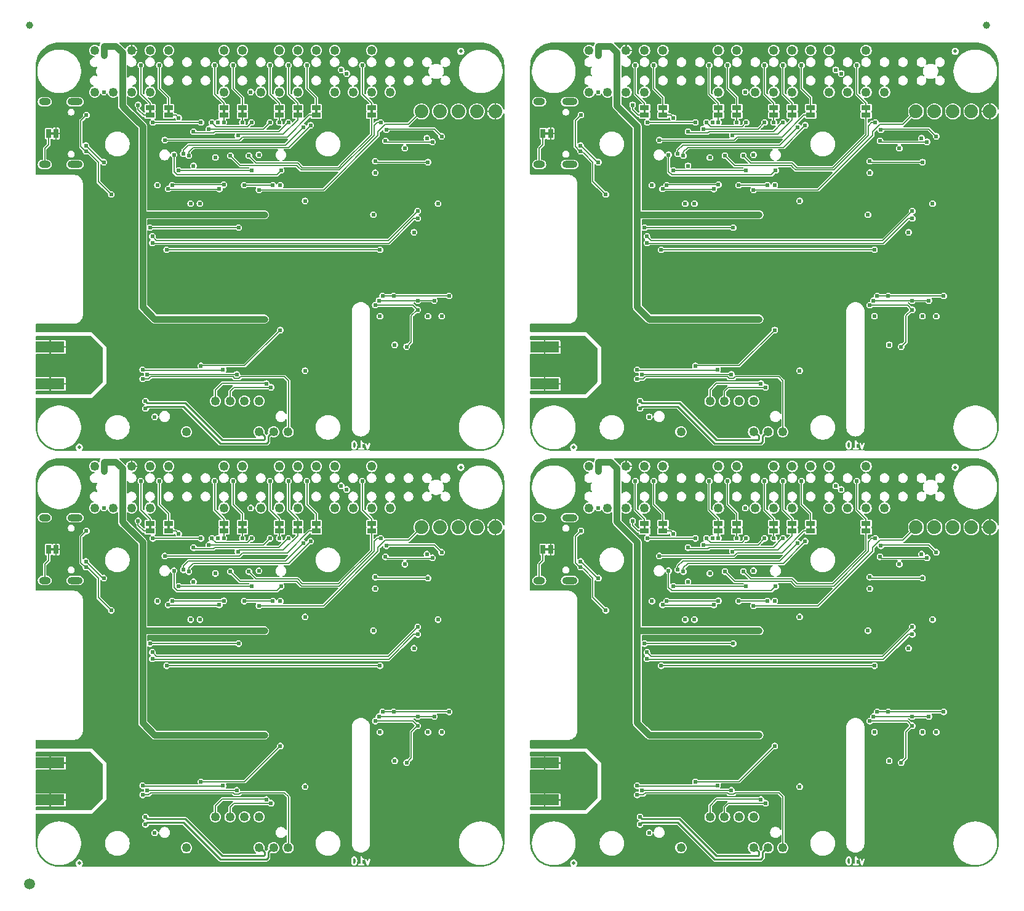
<source format=gbl>
%TF.GenerationSoftware,KiCad,Pcbnew,8.0.7*%
%TF.CreationDate,2025-03-20T16:22:27+00:00*%
%TF.ProjectId,SparkFun_GNSS_Flex_pHAT_panelized,53706172-6b46-4756-9e5f-474e53535f46,v10*%
%TF.SameCoordinates,Original*%
%TF.FileFunction,Copper,L4,Bot*%
%TF.FilePolarity,Positive*%
%FSLAX46Y46*%
G04 Gerber Fmt 4.6, Leading zero omitted, Abs format (unit mm)*
G04 Created by KiCad (PCBNEW 8.0.7) date 2025-03-20 16:22:27*
%MOMM*%
%LPD*%
G01*
G04 APERTURE LIST*
G04 Aperture macros list*
%AMRoundRect*
0 Rectangle with rounded corners*
0 $1 Rounding radius*
0 $2 $3 $4 $5 $6 $7 $8 $9 X,Y pos of 4 corners*
0 Add a 4 corners polygon primitive as box body*
4,1,4,$2,$3,$4,$5,$6,$7,$8,$9,$2,$3,0*
0 Add four circle primitives for the rounded corners*
1,1,$1+$1,$2,$3*
1,1,$1+$1,$4,$5*
1,1,$1+$1,$6,$7*
1,1,$1+$1,$8,$9*
0 Add four rect primitives between the rounded corners*
20,1,$1+$1,$2,$3,$4,$5,0*
20,1,$1+$1,$4,$5,$6,$7,0*
20,1,$1+$1,$6,$7,$8,$9,0*
20,1,$1+$1,$8,$9,$2,$3,0*%
G04 Aperture macros list end*
%ADD10C,0.254000*%
%TA.AperFunction,EtchedComponent*%
%ADD11C,0.000000*%
%TD*%
%TA.AperFunction,SMDPad,CuDef*%
%ADD12R,4.000000X1.500000*%
%TD*%
%TA.AperFunction,ComponentPad*%
%ADD13C,1.879600*%
%TD*%
%TA.AperFunction,ComponentPad*%
%ADD14O,1.600000X1.000000*%
%TD*%
%TA.AperFunction,ComponentPad*%
%ADD15O,2.100000X1.000000*%
%TD*%
%TA.AperFunction,SMDPad,CuDef*%
%ADD16RoundRect,0.625000X0.000010X0.000010X-0.000010X0.000010X-0.000010X-0.000010X0.000010X-0.000010X0*%
%TD*%
%TA.AperFunction,SMDPad,CuDef*%
%ADD17C,0.500000*%
%TD*%
%TA.AperFunction,SMDPad,CuDef*%
%ADD18R,1.270000X0.660400*%
%TD*%
%TA.AperFunction,SMDPad,CuDef*%
%ADD19C,1.000000*%
%TD*%
%TA.AperFunction,SMDPad,CuDef*%
%ADD20R,0.660400X1.270000*%
%TD*%
%TA.AperFunction,SMDPad,CuDef*%
%ADD21C,1.500000*%
%TD*%
%TA.AperFunction,ViaPad*%
%ADD22C,0.609600*%
%TD*%
%TA.AperFunction,Conductor*%
%ADD23C,0.152400*%
%TD*%
%TA.AperFunction,Conductor*%
%ADD24C,0.914400*%
%TD*%
%TA.AperFunction,Conductor*%
%ADD25C,0.177800*%
%TD*%
%TA.AperFunction,Conductor*%
%ADD26C,0.266700*%
%TD*%
G04 APERTURE END LIST*
D10*
G36*
X112197053Y58672433D02*
G01*
X112216292Y58653194D01*
X112249220Y58587338D01*
X112290428Y58422506D01*
X112290428Y58211869D01*
X112249220Y58047037D01*
X112216292Y57981181D01*
X112197054Y57961944D01*
X112145543Y57936188D01*
X112108741Y57936188D01*
X112057229Y57961944D01*
X112037992Y57981181D01*
X112005064Y58047037D01*
X111963856Y58211869D01*
X111963856Y58422506D01*
X112005064Y58587338D01*
X112037992Y58653194D01*
X112057231Y58672433D01*
X112108741Y58698188D01*
X112145543Y58698188D01*
X112197053Y58672433D01*
G37*
G36*
X114460159Y57555188D02*
G01*
X111582856Y57555188D01*
X111582856Y58438140D01*
X111709856Y58438140D01*
X111709856Y58196235D01*
X111710281Y58191914D01*
X111710006Y58190061D01*
X111711377Y58180789D01*
X111712296Y58171459D01*
X111713012Y58169729D01*
X111713648Y58165433D01*
X111762029Y57971909D01*
X111762681Y57970082D01*
X111762747Y57969166D01*
X111766689Y57958866D01*
X111770405Y57948464D01*
X111770952Y57947726D01*
X111771645Y57945915D01*
X111820026Y57849153D01*
X111826739Y57838489D01*
X111828022Y57835391D01*
X111830883Y57831905D01*
X111833288Y57828084D01*
X111835821Y57825887D01*
X111843815Y57816146D01*
X111892196Y57767765D01*
X111901939Y57759769D01*
X111904135Y57757238D01*
X111907951Y57754836D01*
X111911441Y57751972D01*
X111914538Y57750689D01*
X111925204Y57743975D01*
X112021966Y57695595D01*
X112045218Y57686698D01*
X112049768Y57686375D01*
X112053985Y57684628D01*
X112078761Y57682188D01*
X112175523Y57682188D01*
X112200299Y57684628D01*
X112204515Y57686375D01*
X112209067Y57686698D01*
X112232318Y57695595D01*
X112329080Y57743975D01*
X112339746Y57750690D01*
X112342843Y57751972D01*
X112346329Y57754834D01*
X112350150Y57757238D01*
X112352347Y57759772D01*
X112362088Y57767765D01*
X112410469Y57816146D01*
X112418462Y57825887D01*
X112420996Y57828084D01*
X112423400Y57831905D01*
X112425090Y57833964D01*
X112679915Y57833964D01*
X112679915Y57784412D01*
X112698878Y57738631D01*
X112733918Y57703591D01*
X112779699Y57684628D01*
X112804475Y57682188D01*
X113385047Y57682188D01*
X113409823Y57684628D01*
X113455604Y57703591D01*
X113490644Y57738631D01*
X113509607Y57784412D01*
X113509607Y57833964D01*
X113490644Y57879745D01*
X113455604Y57914785D01*
X113409823Y57933748D01*
X113385047Y57936188D01*
X113221761Y57936188D01*
X113221761Y58475815D01*
X113231489Y58469691D01*
X113328251Y58421310D01*
X113351502Y58412412D01*
X113400931Y58408899D01*
X113447942Y58424570D01*
X113485377Y58457037D01*
X113490838Y58467959D01*
X113598077Y58467959D01*
X113604112Y58443806D01*
X113846017Y57766474D01*
X113856648Y57743962D01*
X113860925Y57739238D01*
X113863655Y57733474D01*
X113877437Y57720998D01*
X113889904Y57707226D01*
X113895663Y57704498D01*
X113900391Y57700218D01*
X113917896Y57693967D01*
X113934688Y57686012D01*
X113941053Y57685696D01*
X113947056Y57683552D01*
X113965617Y57684475D01*
X113984179Y57683552D01*
X113990181Y57685696D01*
X113996548Y57686012D01*
X114013343Y57693968D01*
X114030845Y57700218D01*
X114035570Y57704497D01*
X114041332Y57707225D01*
X114053803Y57721003D01*
X114067581Y57733474D01*
X114070309Y57739236D01*
X114074588Y57743961D01*
X114085219Y57766473D01*
X114327124Y58443806D01*
X114333159Y58467959D01*
X114330699Y58517451D01*
X114309486Y58562235D01*
X114272750Y58595491D01*
X114226084Y58612157D01*
X114176593Y58609697D01*
X114131809Y58588483D01*
X114098553Y58551747D01*
X114087922Y58529235D01*
X113965618Y58186786D01*
X113843314Y58529236D01*
X113832683Y58551748D01*
X113799427Y58588484D01*
X113754643Y58609697D01*
X113705151Y58612157D01*
X113658486Y58595491D01*
X113621750Y58562235D01*
X113600537Y58517451D01*
X113598077Y58467959D01*
X113490838Y58467959D01*
X113507537Y58501357D01*
X113511050Y58550786D01*
X113495379Y58597797D01*
X113462912Y58635232D01*
X113441843Y58648494D01*
X113363515Y58687658D01*
X113290215Y58760959D01*
X113200431Y58895635D01*
X113200375Y58895703D01*
X113200358Y58895745D01*
X113200263Y58895840D01*
X113184658Y58914896D01*
X113174209Y58921894D01*
X113165318Y58930785D01*
X113153823Y58935547D01*
X113143485Y58942470D01*
X113131154Y58944937D01*
X113119537Y58949748D01*
X113107094Y58949748D01*
X113094893Y58952188D01*
X113082560Y58949748D01*
X113069985Y58949748D01*
X113058487Y58944986D01*
X113046282Y58942571D01*
X113035820Y58935597D01*
X113024204Y58930785D01*
X113015406Y58921987D01*
X113005053Y58915085D01*
X112998055Y58904637D01*
X112989164Y58895745D01*
X112984402Y58884251D01*
X112977479Y58873912D01*
X112975012Y58861582D01*
X112970201Y58849964D01*
X112967786Y58825449D01*
X112967761Y58825320D01*
X112967769Y58825277D01*
X112967761Y58825188D01*
X112967761Y57936188D01*
X112804475Y57936188D01*
X112779699Y57933748D01*
X112733918Y57914785D01*
X112698878Y57879745D01*
X112679915Y57833964D01*
X112425090Y57833964D01*
X112426262Y57835391D01*
X112427544Y57838489D01*
X112434258Y57849153D01*
X112482639Y57945915D01*
X112483332Y57947728D01*
X112483879Y57948465D01*
X112487591Y57958858D01*
X112491537Y57969166D01*
X112491602Y57970082D01*
X112492255Y57971909D01*
X112540636Y58165433D01*
X112541271Y58169729D01*
X112541988Y58171459D01*
X112542906Y58180789D01*
X112544278Y58190061D01*
X112544002Y58191914D01*
X112544428Y58196235D01*
X112544428Y58438140D01*
X112544002Y58442462D01*
X112544278Y58444314D01*
X112542906Y58453587D01*
X112541988Y58462916D01*
X112541271Y58464647D01*
X112540636Y58468942D01*
X112492255Y58662466D01*
X112491602Y58664294D01*
X112491537Y58665209D01*
X112487591Y58675518D01*
X112483879Y58685910D01*
X112483332Y58686648D01*
X112482639Y58688460D01*
X112434258Y58785222D01*
X112427544Y58795887D01*
X112426262Y58798984D01*
X112423400Y58802471D01*
X112420996Y58806291D01*
X112418462Y58808489D01*
X112410469Y58818229D01*
X112362088Y58866610D01*
X112352347Y58874604D01*
X112350150Y58877137D01*
X112346329Y58879542D01*
X112342843Y58882403D01*
X112339745Y58883686D01*
X112329081Y58890399D01*
X112232319Y58938780D01*
X112209068Y58947678D01*
X112204515Y58948002D01*
X112200299Y58949748D01*
X112175523Y58952188D01*
X112078761Y58952188D01*
X112053985Y58949748D01*
X112049768Y58948002D01*
X112045216Y58947678D01*
X112021965Y58938780D01*
X111925203Y58890399D01*
X111914538Y58883686D01*
X111911441Y58882403D01*
X111907954Y58879542D01*
X111904134Y58877137D01*
X111901936Y58874604D01*
X111892196Y58866610D01*
X111843815Y58818229D01*
X111835821Y58808489D01*
X111833288Y58806291D01*
X111830883Y58802471D01*
X111828022Y58798984D01*
X111826739Y58795887D01*
X111820026Y58785222D01*
X111771645Y58688460D01*
X111770952Y58686650D01*
X111770405Y58685911D01*
X111766689Y58675510D01*
X111762747Y58665209D01*
X111762681Y58664294D01*
X111762029Y58662466D01*
X111713648Y58468942D01*
X111713012Y58464647D01*
X111712296Y58462916D01*
X111711377Y58453587D01*
X111710006Y58444314D01*
X111710281Y58442462D01*
X111709856Y58438140D01*
X111582856Y58438140D01*
X111582856Y59079188D01*
X114460159Y59079188D01*
X114460159Y57555188D01*
G37*
G36*
X44157053Y1422433D02*
G01*
X44176292Y1403194D01*
X44209220Y1337338D01*
X44250428Y1172506D01*
X44250428Y961869D01*
X44209220Y797037D01*
X44176292Y731181D01*
X44157054Y711944D01*
X44105543Y686188D01*
X44068741Y686188D01*
X44017229Y711944D01*
X43997992Y731181D01*
X43965064Y797037D01*
X43923856Y961869D01*
X43923856Y1172506D01*
X43965064Y1337338D01*
X43997992Y1403194D01*
X44017231Y1422433D01*
X44068741Y1448188D01*
X44105543Y1448188D01*
X44157053Y1422433D01*
G37*
G36*
X46420159Y305188D02*
G01*
X43542856Y305188D01*
X43542856Y1188140D01*
X43669856Y1188140D01*
X43669856Y946235D01*
X43670281Y941914D01*
X43670006Y940061D01*
X43671377Y930789D01*
X43672296Y921459D01*
X43673012Y919729D01*
X43673648Y915433D01*
X43722029Y721909D01*
X43722681Y720082D01*
X43722747Y719166D01*
X43726689Y708866D01*
X43730405Y698464D01*
X43730952Y697726D01*
X43731645Y695915D01*
X43780026Y599153D01*
X43786739Y588489D01*
X43788022Y585391D01*
X43790883Y581905D01*
X43793288Y578084D01*
X43795821Y575887D01*
X43803815Y566146D01*
X43852196Y517765D01*
X43861939Y509769D01*
X43864135Y507238D01*
X43867951Y504836D01*
X43871441Y501972D01*
X43874538Y500689D01*
X43885204Y493975D01*
X43981966Y445595D01*
X44005218Y436698D01*
X44009768Y436375D01*
X44013985Y434628D01*
X44038761Y432188D01*
X44135523Y432188D01*
X44160299Y434628D01*
X44164515Y436375D01*
X44169067Y436698D01*
X44192318Y445595D01*
X44289080Y493975D01*
X44299746Y500690D01*
X44302843Y501972D01*
X44306329Y504834D01*
X44310150Y507238D01*
X44312347Y509772D01*
X44322088Y517765D01*
X44370469Y566146D01*
X44378462Y575887D01*
X44380996Y578084D01*
X44383400Y581905D01*
X44385090Y583964D01*
X44639915Y583964D01*
X44639915Y534412D01*
X44658878Y488631D01*
X44693918Y453591D01*
X44739699Y434628D01*
X44764475Y432188D01*
X45345047Y432188D01*
X45369823Y434628D01*
X45415604Y453591D01*
X45450644Y488631D01*
X45469607Y534412D01*
X45469607Y583964D01*
X45450644Y629745D01*
X45415604Y664785D01*
X45369823Y683748D01*
X45345047Y686188D01*
X45181761Y686188D01*
X45181761Y1225815D01*
X45191489Y1219691D01*
X45288251Y1171310D01*
X45311502Y1162412D01*
X45360931Y1158899D01*
X45407942Y1174570D01*
X45445377Y1207037D01*
X45450838Y1217959D01*
X45558077Y1217959D01*
X45564112Y1193806D01*
X45806017Y516474D01*
X45816648Y493962D01*
X45820925Y489238D01*
X45823655Y483474D01*
X45837437Y470998D01*
X45849904Y457226D01*
X45855663Y454498D01*
X45860391Y450218D01*
X45877896Y443967D01*
X45894688Y436012D01*
X45901053Y435696D01*
X45907056Y433552D01*
X45925617Y434475D01*
X45944179Y433552D01*
X45950181Y435696D01*
X45956548Y436012D01*
X45973343Y443968D01*
X45990845Y450218D01*
X45995570Y454497D01*
X46001332Y457225D01*
X46013803Y471003D01*
X46027581Y483474D01*
X46030309Y489236D01*
X46034588Y493961D01*
X46045219Y516473D01*
X46287124Y1193806D01*
X46293159Y1217959D01*
X46290699Y1267451D01*
X46269486Y1312235D01*
X46232750Y1345491D01*
X46186084Y1362157D01*
X46136593Y1359697D01*
X46091809Y1338483D01*
X46058553Y1301747D01*
X46047922Y1279235D01*
X45925618Y936786D01*
X45803314Y1279236D01*
X45792683Y1301748D01*
X45759427Y1338484D01*
X45714643Y1359697D01*
X45665151Y1362157D01*
X45618486Y1345491D01*
X45581750Y1312235D01*
X45560537Y1267451D01*
X45558077Y1217959D01*
X45450838Y1217959D01*
X45467537Y1251357D01*
X45471050Y1300786D01*
X45455379Y1347797D01*
X45422912Y1385232D01*
X45401843Y1398494D01*
X45323515Y1437658D01*
X45250215Y1510959D01*
X45160431Y1645635D01*
X45160375Y1645703D01*
X45160358Y1645745D01*
X45160263Y1645840D01*
X45144658Y1664896D01*
X45134209Y1671894D01*
X45125318Y1680785D01*
X45113823Y1685547D01*
X45103485Y1692470D01*
X45091154Y1694937D01*
X45079537Y1699748D01*
X45067094Y1699748D01*
X45054893Y1702188D01*
X45042560Y1699748D01*
X45029985Y1699748D01*
X45018487Y1694986D01*
X45006282Y1692571D01*
X44995820Y1685597D01*
X44984204Y1680785D01*
X44975406Y1671987D01*
X44965053Y1665085D01*
X44958055Y1654637D01*
X44949164Y1645745D01*
X44944402Y1634251D01*
X44937479Y1623912D01*
X44935012Y1611582D01*
X44930201Y1599964D01*
X44927786Y1575449D01*
X44927761Y1575320D01*
X44927769Y1575277D01*
X44927761Y1575188D01*
X44927761Y686188D01*
X44764475Y686188D01*
X44739699Y683748D01*
X44693918Y664785D01*
X44658878Y629745D01*
X44639915Y583964D01*
X44385090Y583964D01*
X44386262Y585391D01*
X44387544Y588489D01*
X44394258Y599153D01*
X44442639Y695915D01*
X44443332Y697728D01*
X44443879Y698465D01*
X44447591Y708858D01*
X44451537Y719166D01*
X44451602Y720082D01*
X44452255Y721909D01*
X44500636Y915433D01*
X44501271Y919729D01*
X44501988Y921459D01*
X44502906Y930789D01*
X44504278Y940061D01*
X44504002Y941914D01*
X44504428Y946235D01*
X44504428Y1188140D01*
X44504002Y1192462D01*
X44504278Y1194314D01*
X44502906Y1203587D01*
X44501988Y1212916D01*
X44501271Y1214647D01*
X44500636Y1218942D01*
X44452255Y1412466D01*
X44451602Y1414294D01*
X44451537Y1415209D01*
X44447591Y1425518D01*
X44443879Y1435910D01*
X44443332Y1436648D01*
X44442639Y1438460D01*
X44394258Y1535222D01*
X44387544Y1545887D01*
X44386262Y1548984D01*
X44383400Y1552471D01*
X44380996Y1556291D01*
X44378462Y1558489D01*
X44370469Y1568229D01*
X44322088Y1616610D01*
X44312347Y1624604D01*
X44310150Y1627137D01*
X44306329Y1629542D01*
X44302843Y1632403D01*
X44299745Y1633686D01*
X44289081Y1640399D01*
X44192319Y1688780D01*
X44169068Y1697678D01*
X44164515Y1698002D01*
X44160299Y1699748D01*
X44135523Y1702188D01*
X44038761Y1702188D01*
X44013985Y1699748D01*
X44009768Y1698002D01*
X44005216Y1697678D01*
X43981965Y1688780D01*
X43885203Y1640399D01*
X43874538Y1633686D01*
X43871441Y1632403D01*
X43867954Y1629542D01*
X43864134Y1627137D01*
X43861936Y1624604D01*
X43852196Y1616610D01*
X43803815Y1568229D01*
X43795821Y1558489D01*
X43793288Y1556291D01*
X43790883Y1552471D01*
X43788022Y1548984D01*
X43786739Y1545887D01*
X43780026Y1535222D01*
X43731645Y1438460D01*
X43730952Y1436650D01*
X43730405Y1435911D01*
X43726689Y1425510D01*
X43722747Y1415209D01*
X43722681Y1414294D01*
X43722029Y1412466D01*
X43673648Y1218942D01*
X43673012Y1214647D01*
X43672296Y1212916D01*
X43671377Y1203587D01*
X43670006Y1194314D01*
X43670281Y1192462D01*
X43669856Y1188140D01*
X43542856Y1188140D01*
X43542856Y1829188D01*
X46420159Y1829188D01*
X46420159Y305188D01*
G37*
G36*
X44157053Y58672433D02*
G01*
X44176292Y58653194D01*
X44209220Y58587338D01*
X44250428Y58422506D01*
X44250428Y58211869D01*
X44209220Y58047037D01*
X44176292Y57981181D01*
X44157054Y57961944D01*
X44105543Y57936188D01*
X44068741Y57936188D01*
X44017229Y57961944D01*
X43997992Y57981181D01*
X43965064Y58047037D01*
X43923856Y58211869D01*
X43923856Y58422506D01*
X43965064Y58587338D01*
X43997992Y58653194D01*
X44017231Y58672433D01*
X44068741Y58698188D01*
X44105543Y58698188D01*
X44157053Y58672433D01*
G37*
G36*
X46420159Y57555188D02*
G01*
X43542856Y57555188D01*
X43542856Y58438140D01*
X43669856Y58438140D01*
X43669856Y58196235D01*
X43670281Y58191914D01*
X43670006Y58190061D01*
X43671377Y58180789D01*
X43672296Y58171459D01*
X43673012Y58169729D01*
X43673648Y58165433D01*
X43722029Y57971909D01*
X43722681Y57970082D01*
X43722747Y57969166D01*
X43726689Y57958866D01*
X43730405Y57948464D01*
X43730952Y57947726D01*
X43731645Y57945915D01*
X43780026Y57849153D01*
X43786739Y57838489D01*
X43788022Y57835391D01*
X43790883Y57831905D01*
X43793288Y57828084D01*
X43795821Y57825887D01*
X43803815Y57816146D01*
X43852196Y57767765D01*
X43861939Y57759769D01*
X43864135Y57757238D01*
X43867951Y57754836D01*
X43871441Y57751972D01*
X43874538Y57750689D01*
X43885204Y57743975D01*
X43981966Y57695595D01*
X44005218Y57686698D01*
X44009768Y57686375D01*
X44013985Y57684628D01*
X44038761Y57682188D01*
X44135523Y57682188D01*
X44160299Y57684628D01*
X44164515Y57686375D01*
X44169067Y57686698D01*
X44192318Y57695595D01*
X44289080Y57743975D01*
X44299746Y57750690D01*
X44302843Y57751972D01*
X44306329Y57754834D01*
X44310150Y57757238D01*
X44312347Y57759772D01*
X44322088Y57767765D01*
X44370469Y57816146D01*
X44378462Y57825887D01*
X44380996Y57828084D01*
X44383400Y57831905D01*
X44385090Y57833964D01*
X44639915Y57833964D01*
X44639915Y57784412D01*
X44658878Y57738631D01*
X44693918Y57703591D01*
X44739699Y57684628D01*
X44764475Y57682188D01*
X45345047Y57682188D01*
X45369823Y57684628D01*
X45415604Y57703591D01*
X45450644Y57738631D01*
X45469607Y57784412D01*
X45469607Y57833964D01*
X45450644Y57879745D01*
X45415604Y57914785D01*
X45369823Y57933748D01*
X45345047Y57936188D01*
X45181761Y57936188D01*
X45181761Y58475815D01*
X45191489Y58469691D01*
X45288251Y58421310D01*
X45311502Y58412412D01*
X45360931Y58408899D01*
X45407942Y58424570D01*
X45445377Y58457037D01*
X45450838Y58467959D01*
X45558077Y58467959D01*
X45564112Y58443806D01*
X45806017Y57766474D01*
X45816648Y57743962D01*
X45820925Y57739238D01*
X45823655Y57733474D01*
X45837437Y57720998D01*
X45849904Y57707226D01*
X45855663Y57704498D01*
X45860391Y57700218D01*
X45877896Y57693967D01*
X45894688Y57686012D01*
X45901053Y57685696D01*
X45907056Y57683552D01*
X45925617Y57684475D01*
X45944179Y57683552D01*
X45950181Y57685696D01*
X45956548Y57686012D01*
X45973343Y57693968D01*
X45990845Y57700218D01*
X45995570Y57704497D01*
X46001332Y57707225D01*
X46013803Y57721003D01*
X46027581Y57733474D01*
X46030309Y57739236D01*
X46034588Y57743961D01*
X46045219Y57766473D01*
X46287124Y58443806D01*
X46293159Y58467959D01*
X46290699Y58517451D01*
X46269486Y58562235D01*
X46232750Y58595491D01*
X46186084Y58612157D01*
X46136593Y58609697D01*
X46091809Y58588483D01*
X46058553Y58551747D01*
X46047922Y58529235D01*
X45925618Y58186786D01*
X45803314Y58529236D01*
X45792683Y58551748D01*
X45759427Y58588484D01*
X45714643Y58609697D01*
X45665151Y58612157D01*
X45618486Y58595491D01*
X45581750Y58562235D01*
X45560537Y58517451D01*
X45558077Y58467959D01*
X45450838Y58467959D01*
X45467537Y58501357D01*
X45471050Y58550786D01*
X45455379Y58597797D01*
X45422912Y58635232D01*
X45401843Y58648494D01*
X45323515Y58687658D01*
X45250215Y58760959D01*
X45160431Y58895635D01*
X45160375Y58895703D01*
X45160358Y58895745D01*
X45160263Y58895840D01*
X45144658Y58914896D01*
X45134209Y58921894D01*
X45125318Y58930785D01*
X45113823Y58935547D01*
X45103485Y58942470D01*
X45091154Y58944937D01*
X45079537Y58949748D01*
X45067094Y58949748D01*
X45054893Y58952188D01*
X45042560Y58949748D01*
X45029985Y58949748D01*
X45018487Y58944986D01*
X45006282Y58942571D01*
X44995820Y58935597D01*
X44984204Y58930785D01*
X44975406Y58921987D01*
X44965053Y58915085D01*
X44958055Y58904637D01*
X44949164Y58895745D01*
X44944402Y58884251D01*
X44937479Y58873912D01*
X44935012Y58861582D01*
X44930201Y58849964D01*
X44927786Y58825449D01*
X44927761Y58825320D01*
X44927769Y58825277D01*
X44927761Y58825188D01*
X44927761Y57936188D01*
X44764475Y57936188D01*
X44739699Y57933748D01*
X44693918Y57914785D01*
X44658878Y57879745D01*
X44639915Y57833964D01*
X44385090Y57833964D01*
X44386262Y57835391D01*
X44387544Y57838489D01*
X44394258Y57849153D01*
X44442639Y57945915D01*
X44443332Y57947728D01*
X44443879Y57948465D01*
X44447591Y57958858D01*
X44451537Y57969166D01*
X44451602Y57970082D01*
X44452255Y57971909D01*
X44500636Y58165433D01*
X44501271Y58169729D01*
X44501988Y58171459D01*
X44502906Y58180789D01*
X44504278Y58190061D01*
X44504002Y58191914D01*
X44504428Y58196235D01*
X44504428Y58438140D01*
X44504002Y58442462D01*
X44504278Y58444314D01*
X44502906Y58453587D01*
X44501988Y58462916D01*
X44501271Y58464647D01*
X44500636Y58468942D01*
X44452255Y58662466D01*
X44451602Y58664294D01*
X44451537Y58665209D01*
X44447591Y58675518D01*
X44443879Y58685910D01*
X44443332Y58686648D01*
X44442639Y58688460D01*
X44394258Y58785222D01*
X44387544Y58795887D01*
X44386262Y58798984D01*
X44383400Y58802471D01*
X44380996Y58806291D01*
X44378462Y58808489D01*
X44370469Y58818229D01*
X44322088Y58866610D01*
X44312347Y58874604D01*
X44310150Y58877137D01*
X44306329Y58879542D01*
X44302843Y58882403D01*
X44299745Y58883686D01*
X44289081Y58890399D01*
X44192319Y58938780D01*
X44169068Y58947678D01*
X44164515Y58948002D01*
X44160299Y58949748D01*
X44135523Y58952188D01*
X44038761Y58952188D01*
X44013985Y58949748D01*
X44009768Y58948002D01*
X44005216Y58947678D01*
X43981965Y58938780D01*
X43885203Y58890399D01*
X43874538Y58883686D01*
X43871441Y58882403D01*
X43867954Y58879542D01*
X43864134Y58877137D01*
X43861936Y58874604D01*
X43852196Y58866610D01*
X43803815Y58818229D01*
X43795821Y58808489D01*
X43793288Y58806291D01*
X43790883Y58802471D01*
X43788022Y58798984D01*
X43786739Y58795887D01*
X43780026Y58785222D01*
X43731645Y58688460D01*
X43730952Y58686650D01*
X43730405Y58685911D01*
X43726689Y58675510D01*
X43722747Y58665209D01*
X43722681Y58664294D01*
X43722029Y58662466D01*
X43673648Y58468942D01*
X43673012Y58464647D01*
X43672296Y58462916D01*
X43671377Y58453587D01*
X43670006Y58444314D01*
X43670281Y58442462D01*
X43669856Y58438140D01*
X43542856Y58438140D01*
X43542856Y59079188D01*
X46420159Y59079188D01*
X46420159Y57555188D01*
G37*
G36*
X112197053Y1422433D02*
G01*
X112216292Y1403194D01*
X112249220Y1337338D01*
X112290428Y1172506D01*
X112290428Y961869D01*
X112249220Y797037D01*
X112216292Y731181D01*
X112197054Y711944D01*
X112145543Y686188D01*
X112108741Y686188D01*
X112057229Y711944D01*
X112037992Y731181D01*
X112005064Y797037D01*
X111963856Y961869D01*
X111963856Y1172506D01*
X112005064Y1337338D01*
X112037992Y1403194D01*
X112057231Y1422433D01*
X112108741Y1448188D01*
X112145543Y1448188D01*
X112197053Y1422433D01*
G37*
G36*
X114460159Y305188D02*
G01*
X111582856Y305188D01*
X111582856Y1188140D01*
X111709856Y1188140D01*
X111709856Y946235D01*
X111710281Y941914D01*
X111710006Y940061D01*
X111711377Y930789D01*
X111712296Y921459D01*
X111713012Y919729D01*
X111713648Y915433D01*
X111762029Y721909D01*
X111762681Y720082D01*
X111762747Y719166D01*
X111766689Y708866D01*
X111770405Y698464D01*
X111770952Y697726D01*
X111771645Y695915D01*
X111820026Y599153D01*
X111826739Y588489D01*
X111828022Y585391D01*
X111830883Y581905D01*
X111833288Y578084D01*
X111835821Y575887D01*
X111843815Y566146D01*
X111892196Y517765D01*
X111901939Y509769D01*
X111904135Y507238D01*
X111907951Y504836D01*
X111911441Y501972D01*
X111914538Y500689D01*
X111925204Y493975D01*
X112021966Y445595D01*
X112045218Y436698D01*
X112049768Y436375D01*
X112053985Y434628D01*
X112078761Y432188D01*
X112175523Y432188D01*
X112200299Y434628D01*
X112204515Y436375D01*
X112209067Y436698D01*
X112232318Y445595D01*
X112329080Y493975D01*
X112339746Y500690D01*
X112342843Y501972D01*
X112346329Y504834D01*
X112350150Y507238D01*
X112352347Y509772D01*
X112362088Y517765D01*
X112410469Y566146D01*
X112418462Y575887D01*
X112420996Y578084D01*
X112423400Y581905D01*
X112425090Y583964D01*
X112679915Y583964D01*
X112679915Y534412D01*
X112698878Y488631D01*
X112733918Y453591D01*
X112779699Y434628D01*
X112804475Y432188D01*
X113385047Y432188D01*
X113409823Y434628D01*
X113455604Y453591D01*
X113490644Y488631D01*
X113509607Y534412D01*
X113509607Y583964D01*
X113490644Y629745D01*
X113455604Y664785D01*
X113409823Y683748D01*
X113385047Y686188D01*
X113221761Y686188D01*
X113221761Y1225815D01*
X113231489Y1219691D01*
X113328251Y1171310D01*
X113351502Y1162412D01*
X113400931Y1158899D01*
X113447942Y1174570D01*
X113485377Y1207037D01*
X113490838Y1217959D01*
X113598077Y1217959D01*
X113604112Y1193806D01*
X113846017Y516474D01*
X113856648Y493962D01*
X113860925Y489238D01*
X113863655Y483474D01*
X113877437Y470998D01*
X113889904Y457226D01*
X113895663Y454498D01*
X113900391Y450218D01*
X113917896Y443967D01*
X113934688Y436012D01*
X113941053Y435696D01*
X113947056Y433552D01*
X113965617Y434475D01*
X113984179Y433552D01*
X113990181Y435696D01*
X113996548Y436012D01*
X114013343Y443968D01*
X114030845Y450218D01*
X114035570Y454497D01*
X114041332Y457225D01*
X114053803Y471003D01*
X114067581Y483474D01*
X114070309Y489236D01*
X114074588Y493961D01*
X114085219Y516473D01*
X114327124Y1193806D01*
X114333159Y1217959D01*
X114330699Y1267451D01*
X114309486Y1312235D01*
X114272750Y1345491D01*
X114226084Y1362157D01*
X114176593Y1359697D01*
X114131809Y1338483D01*
X114098553Y1301747D01*
X114087922Y1279235D01*
X113965618Y936786D01*
X113843314Y1279236D01*
X113832683Y1301748D01*
X113799427Y1338484D01*
X113754643Y1359697D01*
X113705151Y1362157D01*
X113658486Y1345491D01*
X113621750Y1312235D01*
X113600537Y1267451D01*
X113598077Y1217959D01*
X113490838Y1217959D01*
X113507537Y1251357D01*
X113511050Y1300786D01*
X113495379Y1347797D01*
X113462912Y1385232D01*
X113441843Y1398494D01*
X113363515Y1437658D01*
X113290215Y1510959D01*
X113200431Y1645635D01*
X113200375Y1645703D01*
X113200358Y1645745D01*
X113200263Y1645840D01*
X113184658Y1664896D01*
X113174209Y1671894D01*
X113165318Y1680785D01*
X113153823Y1685547D01*
X113143485Y1692470D01*
X113131154Y1694937D01*
X113119537Y1699748D01*
X113107094Y1699748D01*
X113094893Y1702188D01*
X113082560Y1699748D01*
X113069985Y1699748D01*
X113058487Y1694986D01*
X113046282Y1692571D01*
X113035820Y1685597D01*
X113024204Y1680785D01*
X113015406Y1671987D01*
X113005053Y1665085D01*
X112998055Y1654637D01*
X112989164Y1645745D01*
X112984402Y1634251D01*
X112977479Y1623912D01*
X112975012Y1611582D01*
X112970201Y1599964D01*
X112967786Y1575449D01*
X112967761Y1575320D01*
X112967769Y1575277D01*
X112967761Y1575188D01*
X112967761Y686188D01*
X112804475Y686188D01*
X112779699Y683748D01*
X112733918Y664785D01*
X112698878Y629745D01*
X112679915Y583964D01*
X112425090Y583964D01*
X112426262Y585391D01*
X112427544Y588489D01*
X112434258Y599153D01*
X112482639Y695915D01*
X112483332Y697728D01*
X112483879Y698465D01*
X112487591Y708858D01*
X112491537Y719166D01*
X112491602Y720082D01*
X112492255Y721909D01*
X112540636Y915433D01*
X112541271Y919729D01*
X112541988Y921459D01*
X112542906Y930789D01*
X112544278Y940061D01*
X112544002Y941914D01*
X112544428Y946235D01*
X112544428Y1188140D01*
X112544002Y1192462D01*
X112544278Y1194314D01*
X112542906Y1203587D01*
X112541988Y1212916D01*
X112541271Y1214647D01*
X112540636Y1218942D01*
X112492255Y1412466D01*
X112491602Y1414294D01*
X112491537Y1415209D01*
X112487591Y1425518D01*
X112483879Y1435910D01*
X112483332Y1436648D01*
X112482639Y1438460D01*
X112434258Y1535222D01*
X112427544Y1545887D01*
X112426262Y1548984D01*
X112423400Y1552471D01*
X112420996Y1556291D01*
X112418462Y1558489D01*
X112410469Y1568229D01*
X112362088Y1616610D01*
X112352347Y1624604D01*
X112350150Y1627137D01*
X112346329Y1629542D01*
X112342843Y1632403D01*
X112339745Y1633686D01*
X112329081Y1640399D01*
X112232319Y1688780D01*
X112209068Y1697678D01*
X112204515Y1698002D01*
X112200299Y1699748D01*
X112175523Y1702188D01*
X112078761Y1702188D01*
X112053985Y1699748D01*
X112049768Y1698002D01*
X112045216Y1697678D01*
X112021965Y1688780D01*
X111925203Y1640399D01*
X111914538Y1633686D01*
X111911441Y1632403D01*
X111907954Y1629542D01*
X111904134Y1627137D01*
X111901936Y1624604D01*
X111892196Y1616610D01*
X111843815Y1568229D01*
X111835821Y1558489D01*
X111833288Y1556291D01*
X111830883Y1552471D01*
X111828022Y1548984D01*
X111826739Y1545887D01*
X111820026Y1535222D01*
X111771645Y1438460D01*
X111770952Y1436650D01*
X111770405Y1435911D01*
X111766689Y1425510D01*
X111762747Y1415209D01*
X111762681Y1414294D01*
X111762029Y1412466D01*
X111713648Y1218942D01*
X111713012Y1214647D01*
X111712296Y1212916D01*
X111711377Y1203587D01*
X111710006Y1194314D01*
X111710281Y1192462D01*
X111709856Y1188140D01*
X111582856Y1188140D01*
X111582856Y1829188D01*
X114460159Y1829188D01*
X114460159Y305188D01*
G37*
D11*
%TA.AperFunction,EtchedComponent*%
%TO.C,JP23*%
G36*
X26312000Y46740000D02*
G01*
X26012000Y46740000D01*
X26012000Y47240000D01*
X26312000Y47240000D01*
X26312000Y46740000D01*
G37*
%TD.AperFunction*%
%TA.AperFunction,EtchedComponent*%
G36*
X94352000Y46740000D02*
G01*
X94052000Y46740000D01*
X94052000Y47240000D01*
X94352000Y47240000D01*
X94352000Y46740000D01*
G37*
%TD.AperFunction*%
%TA.AperFunction,EtchedComponent*%
G36*
X26312000Y103990000D02*
G01*
X26012000Y103990000D01*
X26012000Y104490000D01*
X26312000Y104490000D01*
X26312000Y103990000D01*
G37*
%TD.AperFunction*%
%TA.AperFunction,EtchedComponent*%
G36*
X94352000Y103990000D02*
G01*
X94052000Y103990000D01*
X94052000Y104490000D01*
X94352000Y104490000D01*
X94352000Y103990000D01*
G37*
%TD.AperFunction*%
%TA.AperFunction,EtchedComponent*%
%TO.C,JP7*%
G36*
X39012000Y46740000D02*
G01*
X38712000Y46740000D01*
X38712000Y47240000D01*
X39012000Y47240000D01*
X39012000Y46740000D01*
G37*
%TD.AperFunction*%
%TA.AperFunction,EtchedComponent*%
G36*
X107052000Y46740000D02*
G01*
X106752000Y46740000D01*
X106752000Y47240000D01*
X107052000Y47240000D01*
X107052000Y46740000D01*
G37*
%TD.AperFunction*%
%TA.AperFunction,EtchedComponent*%
G36*
X39012000Y103990000D02*
G01*
X38712000Y103990000D01*
X38712000Y104490000D01*
X39012000Y104490000D01*
X39012000Y103990000D01*
G37*
%TD.AperFunction*%
%TA.AperFunction,EtchedComponent*%
G36*
X107052000Y103990000D02*
G01*
X106752000Y103990000D01*
X106752000Y104490000D01*
X107052000Y104490000D01*
X107052000Y103990000D01*
G37*
%TD.AperFunction*%
%TA.AperFunction,EtchedComponent*%
%TO.C,JP12*%
G36*
X46632000Y46740000D02*
G01*
X46332000Y46740000D01*
X46332000Y47240000D01*
X46632000Y47240000D01*
X46632000Y46740000D01*
G37*
%TD.AperFunction*%
%TA.AperFunction,EtchedComponent*%
G36*
X46632000Y103990000D02*
G01*
X46332000Y103990000D01*
X46332000Y104490000D01*
X46632000Y104490000D01*
X46632000Y103990000D01*
G37*
%TD.AperFunction*%
%TA.AperFunction,EtchedComponent*%
G36*
X114672000Y46740000D02*
G01*
X114372000Y46740000D01*
X114372000Y47240000D01*
X114672000Y47240000D01*
X114672000Y46740000D01*
G37*
%TD.AperFunction*%
%TA.AperFunction,EtchedComponent*%
G36*
X114672000Y103990000D02*
G01*
X114372000Y103990000D01*
X114372000Y104490000D01*
X114672000Y104490000D01*
X114672000Y103990000D01*
G37*
%TD.AperFunction*%
%TA.AperFunction,EtchedComponent*%
%TO.C,JP15*%
G36*
X86732000Y103990000D02*
G01*
X86432000Y103990000D01*
X86432000Y104490000D01*
X86732000Y104490000D01*
X86732000Y103990000D01*
G37*
%TD.AperFunction*%
%TA.AperFunction,EtchedComponent*%
G36*
X18692000Y103990000D02*
G01*
X18392000Y103990000D01*
X18392000Y104490000D01*
X18692000Y104490000D01*
X18692000Y103990000D01*
G37*
%TD.AperFunction*%
%TA.AperFunction,EtchedComponent*%
G36*
X86732000Y46740000D02*
G01*
X86432000Y46740000D01*
X86432000Y47240000D01*
X86732000Y47240000D01*
X86732000Y46740000D01*
G37*
%TD.AperFunction*%
%TA.AperFunction,EtchedComponent*%
G36*
X18692000Y46740000D02*
G01*
X18392000Y46740000D01*
X18392000Y47240000D01*
X18692000Y47240000D01*
X18692000Y46740000D01*
G37*
%TD.AperFunction*%
%TA.AperFunction,EtchedComponent*%
%TO.C,JP3*%
G36*
X2790000Y101042000D02*
G01*
X2290000Y101042000D01*
X2290000Y101342000D01*
X2790000Y101342000D01*
X2790000Y101042000D01*
G37*
%TD.AperFunction*%
%TA.AperFunction,EtchedComponent*%
G36*
X70830000Y101042000D02*
G01*
X70330000Y101042000D01*
X70330000Y101342000D01*
X70830000Y101342000D01*
X70830000Y101042000D01*
G37*
%TD.AperFunction*%
%TA.AperFunction,EtchedComponent*%
G36*
X70830000Y43792000D02*
G01*
X70330000Y43792000D01*
X70330000Y44092000D01*
X70830000Y44092000D01*
X70830000Y43792000D01*
G37*
%TD.AperFunction*%
%TA.AperFunction,EtchedComponent*%
G36*
X2790000Y43792000D02*
G01*
X2290000Y43792000D01*
X2290000Y44092000D01*
X2790000Y44092000D01*
X2790000Y43792000D01*
G37*
%TD.AperFunction*%
%TA.AperFunction,EtchedComponent*%
%TO.C,JP8*%
G36*
X36472000Y103990000D02*
G01*
X36172000Y103990000D01*
X36172000Y104490000D01*
X36472000Y104490000D01*
X36472000Y103990000D01*
G37*
%TD.AperFunction*%
%TA.AperFunction,EtchedComponent*%
G36*
X104512000Y46740000D02*
G01*
X104212000Y46740000D01*
X104212000Y47240000D01*
X104512000Y47240000D01*
X104512000Y46740000D01*
G37*
%TD.AperFunction*%
%TA.AperFunction,EtchedComponent*%
G36*
X104512000Y103990000D02*
G01*
X104212000Y103990000D01*
X104212000Y104490000D01*
X104512000Y104490000D01*
X104512000Y103990000D01*
G37*
%TD.AperFunction*%
%TA.AperFunction,EtchedComponent*%
G36*
X36472000Y46740000D02*
G01*
X36172000Y46740000D01*
X36172000Y47240000D01*
X36472000Y47240000D01*
X36472000Y46740000D01*
G37*
%TD.AperFunction*%
%TA.AperFunction,EtchedComponent*%
%TO.C,JP24*%
G36*
X28852000Y103990000D02*
G01*
X28552000Y103990000D01*
X28552000Y104490000D01*
X28852000Y104490000D01*
X28852000Y103990000D01*
G37*
%TD.AperFunction*%
%TA.AperFunction,EtchedComponent*%
G36*
X96892000Y46740000D02*
G01*
X96592000Y46740000D01*
X96592000Y47240000D01*
X96892000Y47240000D01*
X96892000Y46740000D01*
G37*
%TD.AperFunction*%
%TA.AperFunction,EtchedComponent*%
G36*
X96892000Y103990000D02*
G01*
X96592000Y103990000D01*
X96592000Y104490000D01*
X96892000Y104490000D01*
X96892000Y103990000D01*
G37*
%TD.AperFunction*%
%TA.AperFunction,EtchedComponent*%
G36*
X28852000Y46740000D02*
G01*
X28552000Y46740000D01*
X28552000Y47240000D01*
X28852000Y47240000D01*
X28852000Y46740000D01*
G37*
%TD.AperFunction*%
%TA.AperFunction,EtchedComponent*%
%TO.C,JP14*%
G36*
X84192000Y46740000D02*
G01*
X83892000Y46740000D01*
X83892000Y47240000D01*
X84192000Y47240000D01*
X84192000Y46740000D01*
G37*
%TD.AperFunction*%
%TA.AperFunction,EtchedComponent*%
G36*
X16152000Y103990000D02*
G01*
X15852000Y103990000D01*
X15852000Y104490000D01*
X16152000Y104490000D01*
X16152000Y103990000D01*
G37*
%TD.AperFunction*%
%TA.AperFunction,EtchedComponent*%
G36*
X84192000Y103990000D02*
G01*
X83892000Y103990000D01*
X83892000Y104490000D01*
X84192000Y104490000D01*
X84192000Y103990000D01*
G37*
%TD.AperFunction*%
%TA.AperFunction,EtchedComponent*%
G36*
X16152000Y46740000D02*
G01*
X15852000Y46740000D01*
X15852000Y47240000D01*
X16152000Y47240000D01*
X16152000Y46740000D01*
G37*
%TD.AperFunction*%
%TA.AperFunction,EtchedComponent*%
%TO.C,JP25*%
G36*
X101972000Y46740000D02*
G01*
X101672000Y46740000D01*
X101672000Y47240000D01*
X101972000Y47240000D01*
X101972000Y46740000D01*
G37*
%TD.AperFunction*%
%TA.AperFunction,EtchedComponent*%
G36*
X33932000Y103990000D02*
G01*
X33632000Y103990000D01*
X33632000Y104490000D01*
X33932000Y104490000D01*
X33932000Y103990000D01*
G37*
%TD.AperFunction*%
%TA.AperFunction,EtchedComponent*%
G36*
X101972000Y103990000D02*
G01*
X101672000Y103990000D01*
X101672000Y104490000D01*
X101972000Y104490000D01*
X101972000Y103990000D01*
G37*
%TD.AperFunction*%
%TA.AperFunction,EtchedComponent*%
G36*
X33932000Y46740000D02*
G01*
X33632000Y46740000D01*
X33632000Y47240000D01*
X33932000Y47240000D01*
X33932000Y46740000D01*
G37*
%TD.AperFunction*%
%TD*%
D12*
%TO.P,J7,2,Ext*%
%TO.N,GND*%
X2254000Y9460000D03*
X2254000Y14540000D03*
%TD*%
%TO.P,J7,2,Ext*%
%TO.N,GND*%
X2254000Y66710000D03*
X2254000Y71790000D03*
%TD*%
%TO.P,J7,2,Ext*%
%TO.N,GND*%
X70294000Y9460000D03*
X70294000Y14540000D03*
%TD*%
%TO.P,J7,2,Ext*%
%TO.N,GND*%
X70294000Y66710000D03*
X70294000Y71790000D03*
%TD*%
D13*
%TO.P,J9,1,Pin_1*%
%TO.N,GND*%
X63500000Y46990000D03*
%TO.P,J9,2,Pin_2*%
%TO.N,3.3V*%
X60960000Y46990000D03*
%TO.P,J9,3,Pin_3*%
%TO.N,WP*%
X58420000Y46990000D03*
%TO.P,J9,4,Pin_4*%
%TO.N,GPIO26*%
X55880000Y46990000D03*
%TO.P,J9,5,Pin_5*%
%TO.N,~{RST}*%
X53340000Y46990000D03*
%TD*%
%TO.P,J9,1,Pin_1*%
%TO.N,GND*%
X63500000Y104240000D03*
%TO.P,J9,2,Pin_2*%
%TO.N,3.3V*%
X60960000Y104240000D03*
%TO.P,J9,3,Pin_3*%
%TO.N,WP*%
X58420000Y104240000D03*
%TO.P,J9,4,Pin_4*%
%TO.N,GPIO26*%
X55880000Y104240000D03*
%TO.P,J9,5,Pin_5*%
%TO.N,~{RST}*%
X53340000Y104240000D03*
%TD*%
%TO.P,J9,1,Pin_1*%
%TO.N,GND*%
X131540000Y104240000D03*
%TO.P,J9,2,Pin_2*%
%TO.N,3.3V*%
X129000000Y104240000D03*
%TO.P,J9,3,Pin_3*%
%TO.N,WP*%
X126460000Y104240000D03*
%TO.P,J9,4,Pin_4*%
%TO.N,GPIO26*%
X123920000Y104240000D03*
%TO.P,J9,5,Pin_5*%
%TO.N,~{RST}*%
X121380000Y104240000D03*
%TD*%
%TO.P,J9,1,Pin_1*%
%TO.N,GND*%
X131540000Y46990000D03*
%TO.P,J9,2,Pin_2*%
%TO.N,3.3V*%
X129000000Y46990000D03*
%TO.P,J9,3,Pin_3*%
%TO.N,WP*%
X126460000Y46990000D03*
%TO.P,J9,4,Pin_4*%
%TO.N,GPIO26*%
X123920000Y46990000D03*
%TO.P,J9,5,Pin_5*%
%TO.N,~{RST}*%
X121380000Y46990000D03*
%TD*%
D14*
%TO.P,J6,NC1,NC*%
%TO.N,unconnected-(J6-NC-PadNC1)*%
X1505000Y48318000D03*
D15*
%TO.P,J6,NC2,NC*%
%TO.N,unconnected-(J6-NC-PadNC2)*%
X5685000Y48318000D03*
%TO.P,J6,NC3,NC*%
%TO.N,unconnected-(J6-NC-PadNC3)*%
X5685000Y39682000D03*
D14*
%TO.P,J6,S,SHIELD*%
%TO.N,Net-(J6-SHIELD)*%
X1505000Y39682000D03*
%TD*%
%TO.P,J6,NC1,NC*%
%TO.N,unconnected-(J6-NC-PadNC1)*%
X1505000Y105568000D03*
D15*
%TO.P,J6,NC2,NC*%
%TO.N,unconnected-(J6-NC-PadNC2)*%
X5685000Y105568000D03*
%TO.P,J6,NC3,NC*%
%TO.N,unconnected-(J6-NC-PadNC3)*%
X5685000Y96932000D03*
D14*
%TO.P,J6,S,SHIELD*%
%TO.N,Net-(J6-SHIELD)*%
X1505000Y96932000D03*
%TD*%
%TO.P,J6,NC1,NC*%
%TO.N,unconnected-(J6-NC-PadNC1)*%
X69545000Y105568000D03*
D15*
%TO.P,J6,NC2,NC*%
%TO.N,unconnected-(J6-NC-PadNC2)*%
X73725000Y105568000D03*
%TO.P,J6,NC3,NC*%
%TO.N,unconnected-(J6-NC-PadNC3)*%
X73725000Y96932000D03*
D14*
%TO.P,J6,S,SHIELD*%
%TO.N,Net-(J6-SHIELD)*%
X69545000Y96932000D03*
%TD*%
%TO.P,J6,NC1,NC*%
%TO.N,unconnected-(J6-NC-PadNC1)*%
X69545000Y48318000D03*
D15*
%TO.P,J6,NC2,NC*%
%TO.N,unconnected-(J6-NC-PadNC2)*%
X73725000Y48318000D03*
%TO.P,J6,NC3,NC*%
%TO.N,unconnected-(J6-NC-PadNC3)*%
X73725000Y39682000D03*
D14*
%TO.P,J6,S,SHIELD*%
%TO.N,Net-(J6-SHIELD)*%
X69545000Y39682000D03*
%TD*%
D16*
%TO.P,TP24,1,1*%
%TO.N,D-*%
X31000000Y2875000D03*
%TD*%
%TO.P,TP24,1,1*%
%TO.N,D-*%
X99040000Y2875000D03*
%TD*%
%TO.P,TP24,1,1*%
%TO.N,D-*%
X99040000Y60125000D03*
%TD*%
%TO.P,TP24,1,1*%
%TO.N,D-*%
X31000000Y60125000D03*
%TD*%
%TO.P,TP25,1,1*%
%TO.N,D+*%
X33000000Y2875000D03*
%TD*%
%TO.P,TP25,1,1*%
%TO.N,D+*%
X33000000Y60125000D03*
%TD*%
%TO.P,TP25,1,1*%
%TO.N,D+*%
X101040000Y2875000D03*
%TD*%
%TO.P,TP25,1,1*%
%TO.N,D+*%
X101040000Y60125000D03*
%TD*%
D17*
%TO.P,FID3,*%
%TO.N,*%
X58750000Y55250000D03*
%TD*%
%TO.P,FID3,*%
%TO.N,*%
X58750000Y112500000D03*
%TD*%
%TO.P,FID3,*%
%TO.N,*%
X126790000Y112500000D03*
%TD*%
%TO.P,FID3,*%
%TO.N,*%
X126790000Y55250000D03*
%TD*%
D16*
%TO.P,TP14,1,1*%
%TO.N,Net-(J1-PWM1{slash}GPIO13)*%
X49022000Y49657000D03*
%TD*%
%TO.P,TP14,1,1*%
%TO.N,Net-(J1-PWM1{slash}GPIO13)*%
X117062000Y106907000D03*
%TD*%
%TO.P,TP14,1,1*%
%TO.N,Net-(J1-PWM1{slash}GPIO13)*%
X49022000Y106907000D03*
%TD*%
%TO.P,TP14,1,1*%
%TO.N,Net-(J1-PWM1{slash}GPIO13)*%
X117062000Y49657000D03*
%TD*%
%TO.P,TP31,1,1*%
%TO.N,GND*%
X13462000Y55372000D03*
%TD*%
%TO.P,TP31,1,1*%
%TO.N,GND*%
X13462000Y112622000D03*
%TD*%
%TO.P,TP31,1,1*%
%TO.N,GND*%
X81502000Y112622000D03*
%TD*%
%TO.P,TP31,1,1*%
%TO.N,GND*%
X81502000Y55372000D03*
%TD*%
%TO.P,TP26,1,1*%
%TO.N,VUSB*%
X35000000Y2875000D03*
%TD*%
%TO.P,TP26,1,1*%
%TO.N,VUSB*%
X35000000Y60125000D03*
%TD*%
%TO.P,TP26,1,1*%
%TO.N,VUSB*%
X103040000Y2875000D03*
%TD*%
%TO.P,TP26,1,1*%
%TO.N,VUSB*%
X103040000Y60125000D03*
%TD*%
%TO.P,TP9,1,1*%
%TO.N,Net-(J1-~{CE0}{slash}GPIO8)*%
X36322000Y55372000D03*
%TD*%
%TO.P,TP9,1,1*%
%TO.N,Net-(J1-~{CE0}{slash}GPIO8)*%
X36322000Y112622000D03*
%TD*%
%TO.P,TP9,1,1*%
%TO.N,Net-(J1-~{CE0}{slash}GPIO8)*%
X104362000Y55372000D03*
%TD*%
%TO.P,TP9,1,1*%
%TO.N,Net-(J1-~{CE0}{slash}GPIO8)*%
X104362000Y112622000D03*
%TD*%
%TO.P,TP12,1,1*%
%TO.N,Net-(J1-SCLK0{slash}GPIO11)*%
X36322000Y49657000D03*
%TD*%
%TO.P,TP12,1,1*%
%TO.N,Net-(J1-SCLK0{slash}GPIO11)*%
X36322000Y106907000D03*
%TD*%
%TO.P,TP12,1,1*%
%TO.N,Net-(J1-SCLK0{slash}GPIO11)*%
X104362000Y49657000D03*
%TD*%
%TO.P,TP12,1,1*%
%TO.N,Net-(J1-SCLK0{slash}GPIO11)*%
X104362000Y106907000D03*
%TD*%
%TO.P,TP30,1,1*%
%TO.N,SD_CMD*%
X25000000Y7125000D03*
%TD*%
%TO.P,TP30,1,1*%
%TO.N,SD_CMD*%
X93040000Y64375000D03*
%TD*%
%TO.P,TP30,1,1*%
%TO.N,SD_CMD*%
X93040000Y7125000D03*
%TD*%
%TO.P,TP30,1,1*%
%TO.N,SD_CMD*%
X25000000Y64375000D03*
%TD*%
D18*
%TO.P,JP23,1,A*%
%TO.N,PPS2*%
X26162000Y46469300D03*
%TO.P,JP23,2,B*%
%TO.N,Net-(J1-GPIO23)*%
X26162000Y47510700D03*
%TD*%
%TO.P,JP23,1,A*%
%TO.N,PPS2*%
X94202000Y46469300D03*
%TO.P,JP23,2,B*%
%TO.N,Net-(J1-GPIO23)*%
X94202000Y47510700D03*
%TD*%
%TO.P,JP23,1,A*%
%TO.N,PPS2*%
X26162000Y103719300D03*
%TO.P,JP23,2,B*%
%TO.N,Net-(J1-GPIO23)*%
X26162000Y104760700D03*
%TD*%
%TO.P,JP23,1,A*%
%TO.N,PPS2*%
X94202000Y103719300D03*
%TO.P,JP23,2,B*%
%TO.N,Net-(J1-GPIO23)*%
X94202000Y104760700D03*
%TD*%
D16*
%TO.P,TP10,1,1*%
%TO.N,Net-(J1-POCI0{slash}GPIO9)*%
X33782000Y49657000D03*
%TD*%
%TO.P,TP10,1,1*%
%TO.N,Net-(J1-POCI0{slash}GPIO9)*%
X33782000Y106907000D03*
%TD*%
%TO.P,TP10,1,1*%
%TO.N,Net-(J1-POCI0{slash}GPIO9)*%
X101822000Y106907000D03*
%TD*%
%TO.P,TP10,1,1*%
%TO.N,Net-(J1-POCI0{slash}GPIO9)*%
X101822000Y49657000D03*
%TD*%
%TO.P,TP8,1,1*%
%TO.N,Net-(J1-~{CE1}{slash}GPIO7)*%
X38862000Y55372000D03*
%TD*%
%TO.P,TP8,1,1*%
%TO.N,Net-(J1-~{CE1}{slash}GPIO7)*%
X38862000Y112622000D03*
%TD*%
%TO.P,TP8,1,1*%
%TO.N,Net-(J1-~{CE1}{slash}GPIO7)*%
X106902000Y112622000D03*
%TD*%
%TO.P,TP8,1,1*%
%TO.N,Net-(J1-~{CE1}{slash}GPIO7)*%
X106902000Y55372000D03*
%TD*%
D17*
%TO.P,FID2,*%
%TO.N,*%
X6250000Y750000D03*
%TD*%
%TO.P,FID2,*%
%TO.N,*%
X6250000Y58000000D03*
%TD*%
%TO.P,FID2,*%
%TO.N,*%
X74290000Y58000000D03*
%TD*%
%TO.P,FID2,*%
%TO.N,*%
X74290000Y750000D03*
%TD*%
D19*
%TO.P,,*%
%TO.N,*%
X131040000Y116087500D03*
%TD*%
D18*
%TO.P,JP7,1,A*%
%TO.N,Net-(J1-~{CE1}{slash}GPIO7)*%
X38862000Y47510700D03*
%TO.P,JP7,2,B*%
%TO.N,CTS3*%
X38862000Y46469300D03*
%TD*%
%TO.P,JP7,1,A*%
%TO.N,Net-(J1-~{CE1}{slash}GPIO7)*%
X106902000Y47510700D03*
%TO.P,JP7,2,B*%
%TO.N,CTS3*%
X106902000Y46469300D03*
%TD*%
%TO.P,JP7,1,A*%
%TO.N,Net-(J1-~{CE1}{slash}GPIO7)*%
X38862000Y104760700D03*
%TO.P,JP7,2,B*%
%TO.N,CTS3*%
X38862000Y103719300D03*
%TD*%
%TO.P,JP7,1,A*%
%TO.N,Net-(J1-~{CE1}{slash}GPIO7)*%
X106902000Y104760700D03*
%TO.P,JP7,2,B*%
%TO.N,CTS3*%
X106902000Y103719300D03*
%TD*%
D16*
%TO.P,TP2,1,1*%
%TO.N,ID_SC*%
X41402000Y55372000D03*
%TD*%
%TO.P,TP2,1,1*%
%TO.N,ID_SC*%
X41402000Y112622000D03*
%TD*%
%TO.P,TP2,1,1*%
%TO.N,ID_SC*%
X109442000Y55372000D03*
%TD*%
%TO.P,TP2,1,1*%
%TO.N,ID_SC*%
X109442000Y112622000D03*
%TD*%
D18*
%TO.P,JP12,1,A*%
%TO.N,Net-(J1-PWM0{slash}GPIO12)*%
X46482000Y47510700D03*
%TO.P,JP12,2,B*%
%TO.N,RXD4*%
X46482000Y46469300D03*
%TD*%
%TO.P,JP12,1,A*%
%TO.N,Net-(J1-PWM0{slash}GPIO12)*%
X46482000Y104760700D03*
%TO.P,JP12,2,B*%
%TO.N,RXD4*%
X46482000Y103719300D03*
%TD*%
%TO.P,JP12,1,A*%
%TO.N,Net-(J1-PWM0{slash}GPIO12)*%
X114522000Y47510700D03*
%TO.P,JP12,2,B*%
%TO.N,RXD4*%
X114522000Y46469300D03*
%TD*%
%TO.P,JP12,1,A*%
%TO.N,Net-(J1-PWM0{slash}GPIO12)*%
X114522000Y104760700D03*
%TO.P,JP12,2,B*%
%TO.N,RXD4*%
X114522000Y103719300D03*
%TD*%
D16*
%TO.P,TP1,1,1*%
%TO.N,ID_SD*%
X41402000Y49657000D03*
%TD*%
%TO.P,TP1,1,1*%
%TO.N,ID_SD*%
X41402000Y106907000D03*
%TD*%
%TO.P,TP1,1,1*%
%TO.N,ID_SD*%
X109442000Y49657000D03*
%TD*%
%TO.P,TP1,1,1*%
%TO.N,ID_SD*%
X109442000Y106907000D03*
%TD*%
%TO.P,TP18,1,1*%
%TO.N,Net-(J1-GPIO23)*%
X26162000Y55372000D03*
%TD*%
%TO.P,TP18,1,1*%
%TO.N,Net-(J1-GPIO23)*%
X26162000Y112622000D03*
%TD*%
%TO.P,TP18,1,1*%
%TO.N,Net-(J1-GPIO23)*%
X94202000Y55372000D03*
%TD*%
%TO.P,TP18,1,1*%
%TO.N,Net-(J1-GPIO23)*%
X94202000Y112622000D03*
%TD*%
%TO.P,TP29,1,1*%
%TO.N,SD_CLK*%
X95040000Y7125000D03*
%TD*%
%TO.P,TP29,1,1*%
%TO.N,SD_CLK*%
X27000000Y64375000D03*
%TD*%
%TO.P,TP29,1,1*%
%TO.N,SD_CLK*%
X95040000Y64375000D03*
%TD*%
%TO.P,TP29,1,1*%
%TO.N,SD_CLK*%
X27000000Y7125000D03*
%TD*%
%TO.P,TP15,1,1*%
%TO.N,Net-(J1-GPIO14{slash}TXD)*%
X84042000Y55372000D03*
%TD*%
%TO.P,TP15,1,1*%
%TO.N,Net-(J1-GPIO14{slash}TXD)*%
X16002000Y112622000D03*
%TD*%
%TO.P,TP15,1,1*%
%TO.N,Net-(J1-GPIO14{slash}TXD)*%
X84042000Y112622000D03*
%TD*%
%TO.P,TP15,1,1*%
%TO.N,Net-(J1-GPIO14{slash}TXD)*%
X16002000Y55372000D03*
%TD*%
%TO.P,TP20,1,1*%
%TO.N,Net-(J1-GPIO25)*%
X101822000Y112622000D03*
%TD*%
%TO.P,TP20,1,1*%
%TO.N,Net-(J1-GPIO25)*%
X33782000Y112622000D03*
%TD*%
%TO.P,TP20,1,1*%
%TO.N,Net-(J1-GPIO25)*%
X101822000Y55372000D03*
%TD*%
%TO.P,TP20,1,1*%
%TO.N,Net-(J1-GPIO25)*%
X33782000Y55372000D03*
%TD*%
%TO.P,TP5,1,1*%
%TO.N,Net-(J1-GCLK0{slash}GPIO4)*%
X84042000Y106907000D03*
%TD*%
%TO.P,TP5,1,1*%
%TO.N,Net-(J1-GCLK0{slash}GPIO4)*%
X16002000Y106907000D03*
%TD*%
%TO.P,TP5,1,1*%
%TO.N,Net-(J1-GCLK0{slash}GPIO4)*%
X84042000Y49657000D03*
%TD*%
%TO.P,TP5,1,1*%
%TO.N,Net-(J1-GCLK0{slash}GPIO4)*%
X16002000Y49657000D03*
%TD*%
D18*
%TO.P,JP15,1,A*%
%TO.N,TXD1*%
X86582000Y103719300D03*
%TO.P,JP15,2,B*%
%TO.N,Net-(J1-GPIO15{slash}RXD)*%
X86582000Y104760700D03*
%TD*%
%TO.P,JP15,1,A*%
%TO.N,TXD1*%
X18542000Y103719300D03*
%TO.P,JP15,2,B*%
%TO.N,Net-(J1-GPIO15{slash}RXD)*%
X18542000Y104760700D03*
%TD*%
%TO.P,JP15,1,A*%
%TO.N,TXD1*%
X86582000Y46469300D03*
%TO.P,JP15,2,B*%
%TO.N,Net-(J1-GPIO15{slash}RXD)*%
X86582000Y47510700D03*
%TD*%
%TO.P,JP15,1,A*%
%TO.N,TXD1*%
X18542000Y46469300D03*
%TO.P,JP15,2,B*%
%TO.N,Net-(J1-GPIO15{slash}RXD)*%
X18542000Y47510700D03*
%TD*%
D20*
%TO.P,JP3,1,A*%
%TO.N,GND*%
X3060700Y101192000D03*
%TO.P,JP3,2,B*%
%TO.N,Net-(J6-SHIELD)*%
X2019300Y101192000D03*
%TD*%
%TO.P,JP3,1,A*%
%TO.N,GND*%
X71100700Y101192000D03*
%TO.P,JP3,2,B*%
%TO.N,Net-(J6-SHIELD)*%
X70059300Y101192000D03*
%TD*%
%TO.P,JP3,1,A*%
%TO.N,GND*%
X71100700Y43942000D03*
%TO.P,JP3,2,B*%
%TO.N,Net-(J6-SHIELD)*%
X70059300Y43942000D03*
%TD*%
%TO.P,JP3,1,A*%
%TO.N,GND*%
X3060700Y43942000D03*
%TO.P,JP3,2,B*%
%TO.N,Net-(J6-SHIELD)*%
X2019300Y43942000D03*
%TD*%
D16*
%TO.P,TP28,1,1*%
%TO.N,SD_DAT0*%
X97040000Y7125000D03*
%TD*%
%TO.P,TP28,1,1*%
%TO.N,SD_DAT0*%
X97040000Y64375000D03*
%TD*%
%TO.P,TP28,1,1*%
%TO.N,SD_DAT0*%
X29000000Y64375000D03*
%TD*%
%TO.P,TP28,1,1*%
%TO.N,SD_DAT0*%
X29000000Y7125000D03*
%TD*%
%TO.P,TP23,1,1*%
%TO.N,Pi_3V3*%
X8382000Y106907000D03*
%TD*%
%TO.P,TP23,1,1*%
%TO.N,Pi_3V3*%
X76422000Y49657000D03*
%TD*%
%TO.P,TP23,1,1*%
%TO.N,Pi_3V3*%
X76422000Y106907000D03*
%TD*%
%TO.P,TP23,1,1*%
%TO.N,Pi_3V3*%
X8382000Y49657000D03*
%TD*%
%TO.P,TP22,1,1*%
%TO.N,5V*%
X8382000Y112622000D03*
%TD*%
%TO.P,TP22,1,1*%
%TO.N,5V*%
X76422000Y55372000D03*
%TD*%
%TO.P,TP22,1,1*%
%TO.N,5V*%
X76422000Y112622000D03*
%TD*%
%TO.P,TP22,1,1*%
%TO.N,5V*%
X8382000Y55372000D03*
%TD*%
D18*
%TO.P,JP8,1,A*%
%TO.N,Net-(J1-~{CE0}{slash}GPIO8)*%
X36322000Y104760700D03*
%TO.P,JP8,2,B*%
%TO.N,RXD2*%
X36322000Y103719300D03*
%TD*%
%TO.P,JP8,1,A*%
%TO.N,Net-(J1-~{CE0}{slash}GPIO8)*%
X104362000Y47510700D03*
%TO.P,JP8,2,B*%
%TO.N,RXD2*%
X104362000Y46469300D03*
%TD*%
%TO.P,JP8,1,A*%
%TO.N,Net-(J1-~{CE0}{slash}GPIO8)*%
X104362000Y104760700D03*
%TO.P,JP8,2,B*%
%TO.N,RXD2*%
X104362000Y103719300D03*
%TD*%
%TO.P,JP8,1,A*%
%TO.N,Net-(J1-~{CE0}{slash}GPIO8)*%
X36322000Y47510700D03*
%TO.P,JP8,2,B*%
%TO.N,RXD2*%
X36322000Y46469300D03*
%TD*%
D16*
%TO.P,TP19,1,1*%
%TO.N,Net-(J1-GPIO24)*%
X28702000Y112622000D03*
%TD*%
%TO.P,TP19,1,1*%
%TO.N,Net-(J1-GPIO24)*%
X96742000Y55372000D03*
%TD*%
%TO.P,TP19,1,1*%
%TO.N,Net-(J1-GPIO24)*%
X96742000Y112622000D03*
%TD*%
%TO.P,TP19,1,1*%
%TO.N,Net-(J1-GPIO24)*%
X28702000Y55372000D03*
%TD*%
%TO.P,TP6,1,1*%
%TO.N,Net-(J1-GCLK1{slash}GPIO5)*%
X111982000Y49657000D03*
%TD*%
%TO.P,TP6,1,1*%
%TO.N,Net-(J1-GCLK1{slash}GPIO5)*%
X43942000Y106907000D03*
%TD*%
%TO.P,TP6,1,1*%
%TO.N,Net-(J1-GCLK1{slash}GPIO5)*%
X111982000Y106907000D03*
%TD*%
%TO.P,TP6,1,1*%
%TO.N,Net-(J1-GCLK1{slash}GPIO5)*%
X43942000Y49657000D03*
%TD*%
%TO.P,TP27,1,1*%
%TO.N,SD_DAT3*%
X99040000Y7125000D03*
%TD*%
%TO.P,TP27,1,1*%
%TO.N,SD_DAT3*%
X31000000Y64375000D03*
%TD*%
%TO.P,TP27,1,1*%
%TO.N,SD_DAT3*%
X99040000Y64375000D03*
%TD*%
%TO.P,TP27,1,1*%
%TO.N,SD_DAT3*%
X31000000Y7125000D03*
%TD*%
D21*
%TO.P,,*%
%TO.N,*%
X-540000Y-2087500D03*
%TD*%
D18*
%TO.P,JP24,1,A*%
%TO.N,EVENTA*%
X28702000Y103719300D03*
%TO.P,JP24,2,B*%
%TO.N,Net-(J1-GPIO24)*%
X28702000Y104760700D03*
%TD*%
%TO.P,JP24,1,A*%
%TO.N,EVENTA*%
X96742000Y46469300D03*
%TO.P,JP24,2,B*%
%TO.N,Net-(J1-GPIO24)*%
X96742000Y47510700D03*
%TD*%
%TO.P,JP24,1,A*%
%TO.N,EVENTA*%
X96742000Y103719300D03*
%TO.P,JP24,2,B*%
%TO.N,Net-(J1-GPIO24)*%
X96742000Y104760700D03*
%TD*%
%TO.P,JP24,1,A*%
%TO.N,EVENTA*%
X28702000Y46469300D03*
%TO.P,JP24,2,B*%
%TO.N,Net-(J1-GPIO24)*%
X28702000Y47510700D03*
%TD*%
%TO.P,JP14,1,A*%
%TO.N,RXD1*%
X84042000Y46469300D03*
%TO.P,JP14,2,B*%
%TO.N,Net-(J1-GPIO14{slash}TXD)*%
X84042000Y47510700D03*
%TD*%
%TO.P,JP14,1,A*%
%TO.N,RXD1*%
X16002000Y103719300D03*
%TO.P,JP14,2,B*%
%TO.N,Net-(J1-GPIO14{slash}TXD)*%
X16002000Y104760700D03*
%TD*%
%TO.P,JP14,1,A*%
%TO.N,RXD1*%
X84042000Y103719300D03*
%TO.P,JP14,2,B*%
%TO.N,Net-(J1-GPIO14{slash}TXD)*%
X84042000Y104760700D03*
%TD*%
%TO.P,JP14,1,A*%
%TO.N,RXD1*%
X16002000Y46469300D03*
%TO.P,JP14,2,B*%
%TO.N,Net-(J1-GPIO14{slash}TXD)*%
X16002000Y47510700D03*
%TD*%
D16*
%TO.P,TP7,1,1*%
%TO.N,Net-(J1-GCLK2{slash}GPIO6)*%
X46482000Y106907000D03*
%TD*%
%TO.P,TP7,1,1*%
%TO.N,Net-(J1-GCLK2{slash}GPIO6)*%
X114522000Y49657000D03*
%TD*%
%TO.P,TP7,1,1*%
%TO.N,Net-(J1-GCLK2{slash}GPIO6)*%
X114522000Y106907000D03*
%TD*%
%TO.P,TP7,1,1*%
%TO.N,Net-(J1-GCLK2{slash}GPIO6)*%
X46482000Y49657000D03*
%TD*%
%TO.P,TP13,1,1*%
%TO.N,Net-(J1-PWM0{slash}GPIO12)*%
X114522000Y112622000D03*
%TD*%
%TO.P,TP13,1,1*%
%TO.N,Net-(J1-PWM0{slash}GPIO12)*%
X46482000Y112622000D03*
%TD*%
%TO.P,TP13,1,1*%
%TO.N,Net-(J1-PWM0{slash}GPIO12)*%
X114522000Y55372000D03*
%TD*%
%TO.P,TP13,1,1*%
%TO.N,Net-(J1-PWM0{slash}GPIO12)*%
X46482000Y55372000D03*
%TD*%
%TO.P,TP21,1,1*%
%TO.N,VBACKUP*%
X89040000Y60125000D03*
%TD*%
%TO.P,TP21,1,1*%
%TO.N,VBACKUP*%
X89040000Y2875000D03*
%TD*%
%TO.P,TP21,1,1*%
%TO.N,VBACKUP*%
X21000000Y60125000D03*
%TD*%
%TO.P,TP21,1,1*%
%TO.N,VBACKUP*%
X21000000Y2875000D03*
%TD*%
D19*
%TO.P,,*%
%TO.N,*%
X-540000Y116087500D03*
%TD*%
D18*
%TO.P,JP25,1,A*%
%TO.N,EVENTB*%
X101822000Y46469300D03*
%TO.P,JP25,2,B*%
%TO.N,Net-(J1-GPIO25)*%
X101822000Y47510700D03*
%TD*%
%TO.P,JP25,1,A*%
%TO.N,EVENTB*%
X33782000Y103719300D03*
%TO.P,JP25,2,B*%
%TO.N,Net-(J1-GPIO25)*%
X33782000Y104760700D03*
%TD*%
%TO.P,JP25,1,A*%
%TO.N,EVENTB*%
X101822000Y103719300D03*
%TO.P,JP25,2,B*%
%TO.N,Net-(J1-GPIO25)*%
X101822000Y104760700D03*
%TD*%
%TO.P,JP25,1,A*%
%TO.N,EVENTB*%
X33782000Y46469300D03*
%TO.P,JP25,2,B*%
%TO.N,Net-(J1-GPIO25)*%
X33782000Y47510700D03*
%TD*%
D16*
%TO.P,TP16,1,1*%
%TO.N,Net-(J1-GPIO15{slash}RXD)*%
X18542000Y112622000D03*
%TD*%
%TO.P,TP16,1,1*%
%TO.N,Net-(J1-GPIO15{slash}RXD)*%
X86582000Y55372000D03*
%TD*%
%TO.P,TP16,1,1*%
%TO.N,Net-(J1-GPIO15{slash}RXD)*%
X86582000Y112622000D03*
%TD*%
%TO.P,TP16,1,1*%
%TO.N,Net-(J1-GPIO15{slash}RXD)*%
X18542000Y55372000D03*
%TD*%
%TO.P,TP17,1,1*%
%TO.N,Net-(J1-GPIO22)*%
X26162000Y106907000D03*
%TD*%
%TO.P,TP17,1,1*%
%TO.N,Net-(J1-GPIO22)*%
X94202000Y49657000D03*
%TD*%
%TO.P,TP17,1,1*%
%TO.N,Net-(J1-GPIO22)*%
X94202000Y106907000D03*
%TD*%
%TO.P,TP17,1,1*%
%TO.N,Net-(J1-GPIO22)*%
X26162000Y49657000D03*
%TD*%
%TO.P,TP4,1,1*%
%TO.N,SCL*%
X81502000Y49657000D03*
%TD*%
%TO.P,TP4,1,1*%
%TO.N,SCL*%
X13462000Y106907000D03*
%TD*%
%TO.P,TP4,1,1*%
%TO.N,SCL*%
X81502000Y106907000D03*
%TD*%
%TO.P,TP4,1,1*%
%TO.N,SCL*%
X13462000Y49657000D03*
%TD*%
%TO.P,TP3,1,1*%
%TO.N,SDA*%
X10922000Y106907000D03*
%TD*%
%TO.P,TP3,1,1*%
%TO.N,SDA*%
X78962000Y49657000D03*
%TD*%
%TO.P,TP3,1,1*%
%TO.N,SDA*%
X78962000Y106907000D03*
%TD*%
%TO.P,TP3,1,1*%
%TO.N,SDA*%
X10922000Y49657000D03*
%TD*%
%TO.P,TP11,1,1*%
%TO.N,Net-(J1-PICO0{slash}GPIO10)*%
X99282000Y49657000D03*
%TD*%
%TO.P,TP11,1,1*%
%TO.N,Net-(J1-PICO0{slash}GPIO10)*%
X99282000Y106907000D03*
%TD*%
%TO.P,TP11,1,1*%
%TO.N,Net-(J1-PICO0{slash}GPIO10)*%
X31242000Y106907000D03*
%TD*%
%TO.P,TP11,1,1*%
%TO.N,Net-(J1-PICO0{slash}GPIO10)*%
X31242000Y49657000D03*
%TD*%
D22*
%TO.N,3.3V*%
X46990000Y38545000D03*
X47625000Y76046000D03*
X85058000Y94080000D03*
X90900000Y91540000D03*
X37338000Y34671000D03*
X49657000Y14859000D03*
X16637000Y4953000D03*
X90900000Y34290000D03*
X54229000Y76046000D03*
X115030000Y38545000D03*
X124174000Y76046000D03*
X21590000Y34290000D03*
X17018000Y36830000D03*
X37338000Y11303000D03*
X105378000Y11303000D03*
X114776000Y90016000D03*
X22860000Y34290000D03*
X114776000Y32766000D03*
X122269000Y76046000D03*
X54229000Y18796000D03*
X115030000Y95795000D03*
X122269000Y18796000D03*
X47625000Y18796000D03*
X105378000Y68553000D03*
X122142000Y43307000D03*
X123666000Y34290000D03*
X89630000Y91540000D03*
X105378000Y91921000D03*
X85058000Y36830000D03*
X22860000Y91540000D03*
X46990000Y95795000D03*
X89630000Y34290000D03*
X54102000Y100557000D03*
X123666000Y91540000D03*
X84677000Y62203000D03*
X16637000Y62203000D03*
X115665000Y76046000D03*
X55626000Y91540000D03*
X120364000Y87603000D03*
X117697000Y14859000D03*
X55626000Y34290000D03*
X115665000Y18796000D03*
X122142000Y100557000D03*
X21590000Y91540000D03*
X54102000Y43307000D03*
X105378000Y34671000D03*
X49657000Y72109000D03*
X37338000Y91921000D03*
X46736000Y90016000D03*
X17018000Y94080000D03*
X52324000Y30353000D03*
X46736000Y32766000D03*
X84677000Y4953000D03*
X56134000Y18796000D03*
X120364000Y30353000D03*
X52324000Y87603000D03*
X56134000Y76046000D03*
X37338000Y68553000D03*
X124174000Y18796000D03*
X117697000Y72109000D03*
%TO.N,GND*%
X79470000Y17780000D03*
X113252000Y54737000D03*
X74040000Y9570000D03*
X72612000Y40513000D03*
X118332000Y56007000D03*
X80359000Y96112000D03*
X81502000Y22860000D03*
X19812000Y107542000D03*
X97250000Y87349000D03*
X94075000Y30099000D03*
X76295000Y44450000D03*
X95440000Y5000000D03*
X11430000Y7620000D03*
X83407000Y62457000D03*
X79470000Y7620000D03*
X76040000Y71820000D03*
X5000000Y65820000D03*
X95980000Y57885000D03*
X32512000Y113257000D03*
X60833000Y24892000D03*
X86074000Y38354000D03*
X9652000Y25400000D03*
X19939000Y59282000D03*
X118205000Y8382000D03*
X50292000Y54737000D03*
X11430000Y80110000D03*
X94964000Y87349000D03*
X82772000Y59282000D03*
X22860000Y76808000D03*
X14732000Y54737000D03*
X128873000Y22860000D03*
X49657000Y76046000D03*
X80359000Y25146000D03*
X78708000Y87857000D03*
X81248000Y5715000D03*
X100044000Y100176000D03*
X57912000Y49022000D03*
X29210000Y87349000D03*
X50165000Y65632000D03*
X6000000Y71820000D03*
X74040000Y65820000D03*
X101949000Y8001000D03*
X87852000Y107542000D03*
X79470000Y15240000D03*
X79470000Y72490000D03*
X9000000Y12070000D03*
X128873000Y84174000D03*
X112617000Y78459000D03*
X54356000Y93318000D03*
X77692000Y82650000D03*
X7366000Y35560000D03*
X116046000Y70458000D03*
X34036000Y42926000D03*
X44577000Y78459000D03*
X12446000Y30607000D03*
X22860000Y87349000D03*
X75406000Y90270000D03*
X80359000Y103351000D03*
X26035000Y87349000D03*
X75040000Y65820000D03*
X128111000Y41910000D03*
X79470000Y10160000D03*
X5000000Y71820000D03*
X77565000Y35814000D03*
X25400000Y62250000D03*
X128111000Y96620000D03*
X30099000Y68680000D03*
X81490000Y112615000D03*
X102076000Y100176000D03*
X9000000Y13570000D03*
X6000000Y15570000D03*
X77565000Y37592000D03*
X81883000Y65505000D03*
X78708000Y30607000D03*
X116046000Y66013000D03*
X24638000Y87349000D03*
X18034000Y96874000D03*
X40132000Y49022000D03*
X33655000Y68680000D03*
X26035000Y33909000D03*
X81502000Y72490000D03*
X94075000Y33909000D03*
X6000000Y66820000D03*
X79978000Y27813000D03*
X120745000Y76046000D03*
X119094000Y41148000D03*
X52705000Y76046000D03*
X117899885Y79804885D03*
X60833000Y26924000D03*
X24892000Y54737000D03*
X55626000Y35306000D03*
X101695000Y11430000D03*
X8000000Y14570000D03*
X25146000Y91159000D03*
X90900000Y87349000D03*
X73040000Y8570000D03*
X93440000Y5000000D03*
X75040000Y9570000D03*
X118332000Y111987000D03*
X9000000Y70820000D03*
X24892000Y111987000D03*
X101949000Y63473000D03*
X55880000Y70458000D03*
X77040000Y12070000D03*
X12319000Y46101000D03*
X32512000Y54737000D03*
X52705000Y18796000D03*
X113252000Y111987000D03*
X119221000Y76046000D03*
X4572000Y47498000D03*
X13462000Y20320000D03*
X12319000Y96112000D03*
X7181250Y40767000D03*
X113252000Y56007000D03*
X77565000Y93064000D03*
X45212000Y56007000D03*
X97250000Y30099000D03*
X22860000Y19558000D03*
X94075000Y87349000D03*
X8890000Y30607000D03*
X7000000Y66820000D03*
X7366000Y33020000D03*
X128873000Y80110000D03*
X92932000Y113257000D03*
X81502000Y15240000D03*
X108172000Y49022000D03*
X11430000Y15240000D03*
X25400000Y5000000D03*
X100044000Y42926000D03*
X75040000Y71820000D03*
X92678000Y87349000D03*
X13462000Y69950000D03*
X128111000Y99160000D03*
X92043000Y58393000D03*
X9000000Y69320000D03*
X7181250Y98017000D03*
X33909000Y8001000D03*
X75040000Y8570000D03*
X74040000Y71820000D03*
X100552000Y56007000D03*
X32512000Y111987000D03*
X8255000Y101700000D03*
X24892000Y113257000D03*
X75406000Y92810000D03*
X13843000Y65505000D03*
X13208000Y62965000D03*
X15367000Y62457000D03*
X48006000Y8763000D03*
X80359000Y38862000D03*
X74040000Y14570000D03*
X14732000Y59282000D03*
X60833000Y82142000D03*
X60833000Y80110000D03*
X82772000Y2032000D03*
X112617000Y21209000D03*
X77565000Y94842000D03*
X23622000Y62203000D03*
X75406000Y95350000D03*
X117899885Y22554885D03*
X50165000Y62965000D03*
X9000000Y10570000D03*
X75040000Y15570000D03*
X7366000Y90270000D03*
X77040000Y13570000D03*
X76930000Y87857000D03*
X29210000Y72884300D03*
X125952000Y106272000D03*
X73040000Y9570000D03*
X75221250Y98017000D03*
X87979000Y2032000D03*
X123920000Y70458000D03*
X32004000Y8001000D03*
X13843000Y8255000D03*
X75279000Y47244000D03*
X19431000Y4953000D03*
X74040000Y15570000D03*
X5000000Y9570000D03*
X92678000Y30099000D03*
X74040000Y66820000D03*
X118205000Y62965000D03*
X100044000Y57885000D03*
X13462000Y75030000D03*
X87852000Y49022000D03*
X60071000Y96620000D03*
X50292000Y56007000D03*
X49859885Y79804885D03*
X72485000Y101446000D03*
X94964000Y30099000D03*
X82772000Y56007000D03*
X19812000Y49022000D03*
X75406000Y38100000D03*
X79470000Y75030000D03*
X72485000Y44196000D03*
X116046000Y8763000D03*
X5000000Y15570000D03*
X6000000Y14570000D03*
X32004000Y65251000D03*
X77438000Y85063000D03*
X50292000Y111987000D03*
X83407000Y5207000D03*
X77438000Y27813000D03*
X9000000Y67820000D03*
X4572000Y40513000D03*
X81502000Y77570000D03*
X10668000Y87857000D03*
X101695000Y68680000D03*
X11430000Y72490000D03*
X26924000Y33909000D03*
X13462000Y22860000D03*
X117570000Y98398000D03*
X51181000Y18796000D03*
X100552000Y54737000D03*
X55880000Y66013000D03*
X73040000Y72820000D03*
X29210000Y30099000D03*
X60071000Y41910000D03*
X98139000Y68680000D03*
X7239000Y47244000D03*
X60071000Y99160000D03*
X9398000Y85063000D03*
X7366000Y38100000D03*
X55880000Y8763000D03*
X80486000Y30607000D03*
X24003000Y58393000D03*
X60833000Y84174000D03*
X5000000Y66820000D03*
X30099000Y11430000D03*
X49530000Y41148000D03*
X75040000Y72820000D03*
X101949000Y65251000D03*
X4572000Y97763000D03*
X91662000Y62203000D03*
X83407000Y65251000D03*
X75279000Y104494000D03*
X57912000Y50292000D03*
X108172000Y107542000D03*
X48006000Y13208000D03*
X60833000Y28956000D03*
X10668000Y30607000D03*
X15367000Y8001000D03*
X57912000Y106272000D03*
X128873000Y24892000D03*
X80486000Y87857000D03*
X55626000Y92556000D03*
X32004000Y57885000D03*
X101949000Y6223000D03*
X18034000Y95604000D03*
X76040000Y14570000D03*
X81490000Y55365000D03*
X77040000Y70820000D03*
X13462000Y15240000D03*
X73040000Y15570000D03*
X27940000Y57885000D03*
X13462000Y17780000D03*
X100044000Y62330000D03*
X12319000Y82396000D03*
X77040000Y69320000D03*
X29210000Y15634300D03*
X7000000Y65820000D03*
X97250000Y72884300D03*
X32512000Y56007000D03*
X123666000Y35306000D03*
X76040000Y66820000D03*
X92932000Y54737000D03*
X94075000Y17399000D03*
X27400000Y62250000D03*
X48006000Y66013000D03*
X14732000Y113257000D03*
X87852000Y50292000D03*
X128873000Y82142000D03*
X13208000Y5715000D03*
X79470000Y12700000D03*
X45212000Y113257000D03*
X83407000Y8001000D03*
X51181000Y76046000D03*
X14732000Y2032000D03*
X95980000Y635000D03*
X128111000Y39370000D03*
X19939000Y3810000D03*
X81248000Y62965000D03*
X123666000Y92556000D03*
X81502000Y12700000D03*
X19431000Y62203000D03*
X22860000Y30099000D03*
X77040000Y67820000D03*
X7000000Y14570000D03*
X100044000Y8001000D03*
X33909000Y63473000D03*
X82772000Y54737000D03*
X8000000Y66820000D03*
X49530000Y98398000D03*
X77040000Y10570000D03*
X81502000Y67410000D03*
X75221250Y40767000D03*
X72612000Y104748000D03*
X5000000Y72820000D03*
X50165000Y8382000D03*
X80359000Y46101000D03*
X90900000Y30099000D03*
X9525000Y35814000D03*
X118332000Y54737000D03*
X79470000Y22860000D03*
X81502000Y80110000D03*
X81502000Y17780000D03*
X128873000Y28956000D03*
X33909000Y65251000D03*
X82772000Y111987000D03*
X26035000Y74649000D03*
X18034000Y39624000D03*
X27940000Y635000D03*
X48006000Y70458000D03*
X19939000Y61060000D03*
X73040000Y14570000D03*
X100044000Y635000D03*
X86074000Y95604000D03*
X125952000Y50292000D03*
X72612000Y47498000D03*
X24638000Y30099000D03*
X118205000Y5715000D03*
X51054000Y41148000D03*
X117570000Y41148000D03*
X11430000Y17780000D03*
X119094000Y98398000D03*
X30000000Y5080000D03*
X123920000Y66013000D03*
X4445000Y44196000D03*
X8890000Y87857000D03*
X13462000Y72490000D03*
X92043000Y1143000D03*
X8000000Y71820000D03*
X25146000Y33909000D03*
X12446000Y87857000D03*
X80359000Y82396000D03*
X44577000Y21209000D03*
X76040000Y9570000D03*
X10922000Y81253000D03*
X11430000Y69950000D03*
X76930000Y30607000D03*
X123920000Y13208000D03*
X26924000Y91159000D03*
X5000000Y14570000D03*
X40132000Y50292000D03*
X55880000Y13208000D03*
X123920000Y8763000D03*
X87979000Y59282000D03*
X113252000Y113257000D03*
X125952000Y49022000D03*
X11430000Y20320000D03*
X100552000Y111987000D03*
X75040000Y14570000D03*
X87471000Y4953000D03*
X73040000Y66820000D03*
X5000000Y8570000D03*
X9525000Y94842000D03*
X86074000Y96874000D03*
X120745000Y18796000D03*
X108172000Y106272000D03*
X40132000Y106272000D03*
X73040000Y71820000D03*
X72612000Y97763000D03*
X50292000Y113257000D03*
X9398000Y27813000D03*
X6000000Y72820000D03*
X34036000Y100176000D03*
X4445000Y101446000D03*
X108172000Y50292000D03*
X60833000Y22860000D03*
X8255000Y44450000D03*
X6000000Y65820000D03*
X33909000Y6223000D03*
X95440000Y62250000D03*
X23622000Y4953000D03*
X93186000Y91159000D03*
X122396000Y36068000D03*
X100044000Y65251000D03*
X32004000Y635000D03*
X93186000Y33909000D03*
X74040000Y72820000D03*
X27400000Y5000000D03*
X75040000Y66820000D03*
X57912000Y107542000D03*
X11430000Y75030000D03*
X11430000Y77570000D03*
X4572000Y104748000D03*
X87471000Y62203000D03*
X15367000Y65251000D03*
X11938000Y27813000D03*
X7000000Y72820000D03*
X13450000Y112615000D03*
X60071000Y39370000D03*
X45212000Y54737000D03*
X79470000Y64870000D03*
X7000000Y9570000D03*
X98139000Y11430000D03*
X7366000Y92810000D03*
X90900000Y76808000D03*
X90900000Y19558000D03*
X8000000Y9570000D03*
X94964000Y33909000D03*
X92932000Y111987000D03*
X9525000Y37592000D03*
X11430000Y12700000D03*
X51054000Y98398000D03*
X32004000Y5080000D03*
X6000000Y8570000D03*
X26035000Y17399000D03*
X49859885Y22554885D03*
X81883000Y8255000D03*
X118332000Y113257000D03*
X13462000Y80110000D03*
X45212000Y111987000D03*
X81502000Y10160000D03*
X13462000Y77570000D03*
X75406000Y35560000D03*
X82772000Y113257000D03*
X118205000Y65632000D03*
X117697000Y76046000D03*
X93440000Y62250000D03*
X11430000Y64870000D03*
X26924000Y87349000D03*
X117697000Y18796000D03*
X26924000Y30099000D03*
X73040000Y65820000D03*
X102076000Y42926000D03*
X98040000Y62330000D03*
X87852000Y106272000D03*
X97250000Y15634300D03*
X32004000Y42926000D03*
X32004000Y62330000D03*
X50165000Y5715000D03*
X15367000Y5207000D03*
X19939000Y2032000D03*
X13462000Y12700000D03*
X54356000Y36068000D03*
X81502000Y75030000D03*
X86074000Y39624000D03*
X128873000Y26924000D03*
X14732000Y56007000D03*
X11430000Y22860000D03*
X98040000Y5080000D03*
X77692000Y25400000D03*
X122396000Y93318000D03*
X19812000Y106272000D03*
X100552000Y113257000D03*
X91662000Y4953000D03*
X11430000Y10160000D03*
X32004000Y100176000D03*
X24003000Y1143000D03*
X12319000Y103351000D03*
X94075000Y91159000D03*
X119221000Y18796000D03*
X60833000Y86206000D03*
X128873000Y86206000D03*
X9652000Y82650000D03*
X7366000Y95350000D03*
X26035000Y91159000D03*
X79470000Y67410000D03*
X92932000Y56007000D03*
X7000000Y15570000D03*
X11430000Y67410000D03*
X18034000Y38354000D03*
X100044000Y5080000D03*
X87979000Y3810000D03*
X79470000Y80110000D03*
X11938000Y85063000D03*
X13462000Y10160000D03*
X40132000Y107542000D03*
X81502000Y69950000D03*
X81502000Y20320000D03*
X87979000Y61060000D03*
X79470000Y69950000D03*
X13462000Y67410000D03*
X49657000Y18796000D03*
X33655000Y11430000D03*
X74040000Y8570000D03*
X14732000Y111987000D03*
X24892000Y56007000D03*
X7000000Y8570000D03*
X12319000Y25146000D03*
X9525000Y93064000D03*
X75406000Y33020000D03*
X94964000Y91159000D03*
X116046000Y13208000D03*
X79978000Y85063000D03*
X7239000Y104494000D03*
X13450000Y55365000D03*
X6000000Y9570000D03*
X78962000Y24003000D03*
X94075000Y74649000D03*
X76295000Y101700000D03*
X125952000Y107542000D03*
X19812000Y50292000D03*
X26035000Y30099000D03*
X7000000Y71820000D03*
X79470000Y20320000D03*
X12319000Y38862000D03*
X79470000Y77570000D03*
X78962000Y81253000D03*
X10922000Y24003000D03*
X30000000Y62330000D03*
%TO.N,5V*%
X9652000Y54737000D03*
X77692000Y54737000D03*
X31750000Y90016000D03*
X99790000Y32766000D03*
X30480000Y32766000D03*
X8370000Y112615000D03*
X77692000Y56007000D03*
X98520000Y32766000D03*
X99790000Y90016000D03*
X31750000Y32766000D03*
X30480000Y75665000D03*
X31750000Y18415000D03*
X76410000Y112615000D03*
X99790000Y18415000D03*
X77692000Y113257000D03*
X98520000Y90016000D03*
X76410000Y55365000D03*
X99790000Y75665000D03*
X77692000Y111987000D03*
X98520000Y75665000D03*
X98520000Y18415000D03*
X9652000Y113257000D03*
X9652000Y111987000D03*
X30480000Y90016000D03*
X9652000Y56007000D03*
X31750000Y75665000D03*
X30480000Y18415000D03*
X8370000Y55365000D03*
%TO.N,VBACKUP*%
X21000000Y2875000D03*
X89040000Y60125000D03*
X21000000Y60125000D03*
X89040000Y2875000D03*
%TO.N,SDA*%
X78950000Y49635000D03*
X94075000Y68680000D03*
X78950000Y106885000D03*
X10910000Y49635000D03*
X120872000Y33274000D03*
X10910000Y106885000D03*
X120872000Y90524000D03*
X52832000Y33274000D03*
X84359500Y87031500D03*
X14986000Y11430000D03*
X83026000Y11430000D03*
X83026000Y68680000D03*
X84359500Y29781500D03*
X16319500Y29781500D03*
X26035000Y11430000D03*
X26035000Y68680000D03*
X14986000Y68680000D03*
X52832000Y90524000D03*
X16319500Y87031500D03*
X94075000Y11430000D03*
%TO.N,Pi_3V3*%
X84042000Y30988000D03*
X84042000Y88238000D03*
X29845000Y49657000D03*
X16002000Y88238000D03*
X9652000Y49657000D03*
X16002000Y30988000D03*
X97885000Y106907000D03*
X8370000Y106885000D03*
X76410000Y106885000D03*
X97885000Y49657000D03*
X28194000Y30988000D03*
X77692000Y106907000D03*
X96234000Y30988000D03*
X8370000Y49635000D03*
X9652000Y106907000D03*
X77692000Y49657000D03*
X28194000Y88238000D03*
X96234000Y88238000D03*
X76410000Y49635000D03*
X29845000Y106907000D03*
%TO.N,ID_SC*%
X109430000Y55365000D03*
X111093000Y109447000D03*
X122904000Y100049000D03*
X41390000Y55365000D03*
X48387000Y42926000D03*
X54864000Y42799000D03*
X43053000Y52197000D03*
X109430000Y112615000D03*
X116427000Y100176000D03*
X43053000Y109447000D03*
X48387000Y100176000D03*
X116427000Y42926000D03*
X111093000Y52197000D03*
X54864000Y100049000D03*
X41390000Y112615000D03*
X122904000Y42799000D03*
%TO.N,TXD1*%
X19939000Y103351000D03*
X87979000Y46101000D03*
X29972000Y38862000D03*
X98012000Y38862000D03*
X29972000Y96112000D03*
X98012000Y96112000D03*
X19939000Y38862000D03*
X87979000Y103351000D03*
X87979000Y96112000D03*
X19939000Y96112000D03*
X19939000Y46101000D03*
X87979000Y38862000D03*
%TO.N,RXD1*%
X87344000Y41021000D03*
X82391000Y47879000D03*
X102076000Y38862000D03*
X14351000Y47879000D03*
X14351000Y105129000D03*
X19304000Y41021000D03*
X87344000Y98271000D03*
X19304000Y98271000D03*
X34036000Y38862000D03*
X82391000Y105129000D03*
X34036000Y96112000D03*
X102076000Y96112000D03*
%TO.N,SCL*%
X81490000Y49635000D03*
X16319500Y86142500D03*
X15621000Y10795000D03*
X84359500Y28892500D03*
X13450000Y49635000D03*
X15621000Y68045000D03*
X16319500Y28892500D03*
X95980000Y10795000D03*
X27940000Y68045000D03*
X52832000Y89508000D03*
X83661000Y10795000D03*
X52832000Y32258000D03*
X120872000Y89508000D03*
X120872000Y32258000D03*
X95980000Y68045000D03*
X84359500Y86142500D03*
X13450000Y106885000D03*
X27940000Y10795000D03*
X81490000Y106885000D03*
X83661000Y68045000D03*
%TO.N,ID_SD*%
X41390000Y106885000D03*
X110331000Y109955000D03*
X42291000Y52705000D03*
X119094000Y41910000D03*
X109430000Y49635000D03*
X41390000Y49635000D03*
X51054000Y41910000D03*
X42291000Y109955000D03*
X109430000Y106885000D03*
X51054000Y99160000D03*
X110331000Y52705000D03*
X119094000Y99160000D03*
%TO.N,SD_DAT0*%
X97040000Y7125000D03*
X97040000Y64375000D03*
X29000000Y7125000D03*
X29000000Y64375000D03*
%TO.N,VUSB*%
X103040000Y2875000D03*
X75279000Y103732000D03*
X14986000Y10160000D03*
X75221250Y98779000D03*
X35000000Y2875000D03*
X78708000Y92810000D03*
X78708000Y35560000D03*
X10668000Y35560000D03*
X75279000Y46482000D03*
X7181250Y41529000D03*
X83026000Y10160000D03*
X103040000Y60125000D03*
X10668000Y92810000D03*
X7239000Y46482000D03*
X14986000Y67410000D03*
X7239000Y103732000D03*
X7181250Y98779000D03*
X75221250Y41529000D03*
X83026000Y67410000D03*
X35000000Y60125000D03*
%TO.N,SD_CMD*%
X123158000Y20955000D03*
X100044000Y9525000D03*
X47498000Y78205000D03*
X32004000Y9525000D03*
X25000000Y7125000D03*
X93040000Y64375000D03*
X25000000Y64375000D03*
X47498000Y20955000D03*
X52832000Y78205000D03*
X120872000Y78205000D03*
X55118000Y78205000D03*
X123158000Y78205000D03*
X32004000Y66775000D03*
X100044000Y66775000D03*
X93040000Y7125000D03*
X55118000Y20955000D03*
X120872000Y20955000D03*
X115538000Y20955000D03*
X115538000Y78205000D03*
X52832000Y20955000D03*
%TO.N,D+*%
X15367000Y6096000D03*
X101040000Y2875000D03*
X33000000Y2875000D03*
X83407000Y6096000D03*
X101040000Y60125000D03*
X33000000Y60125000D03*
X83407000Y63346000D03*
X15367000Y63346000D03*
%TO.N,SD_CLK*%
X27000000Y7125000D03*
X100679000Y66267000D03*
X51308000Y14605000D03*
X120872000Y19685000D03*
X46990000Y20320000D03*
X119348000Y14605000D03*
X95040000Y64375000D03*
X32639000Y66267000D03*
X119348000Y71855000D03*
X115030000Y20320000D03*
X95040000Y7125000D03*
X52832000Y76935000D03*
X120872000Y76935000D03*
X100679000Y9017000D03*
X27000000Y64375000D03*
X115030000Y77570000D03*
X32639000Y9017000D03*
X52832000Y19685000D03*
X51308000Y71855000D03*
X46990000Y77570000D03*
%TO.N,SD_DAT3*%
X125190000Y21590000D03*
X116046000Y78840000D03*
X48006000Y21590000D03*
X99040000Y64375000D03*
X49530000Y78840000D03*
X116046000Y21590000D03*
X31000000Y7125000D03*
X125190000Y78840000D03*
X99040000Y7125000D03*
X31000000Y64375000D03*
X49530000Y21590000D03*
X57150000Y21590000D03*
X117570000Y21590000D03*
X117570000Y78840000D03*
X48006000Y78840000D03*
X57150000Y78840000D03*
%TO.N,D-*%
X83407000Y7112000D03*
X83407000Y64362000D03*
X99040000Y2875000D03*
X15367000Y64362000D03*
X15367000Y7112000D03*
X31000000Y60125000D03*
X31000000Y2875000D03*
X99040000Y60125000D03*
%TO.N,Net-(J1-PICO0{slash}GPIO10)*%
X99270000Y49635000D03*
X99270000Y106885000D03*
X31230000Y49635000D03*
X31230000Y106885000D03*
%TO.N,Net-(J1-POCI0{slash}GPIO9)*%
X101810000Y49635000D03*
X33770000Y49635000D03*
X33770000Y106885000D03*
X101810000Y106885000D03*
%TO.N,Net-(J1-GCLK2{slash}GPIO6)*%
X114510000Y49635000D03*
X114510000Y106885000D03*
X46470000Y106885000D03*
X46470000Y49635000D03*
%TO.N,Net-(J1-GCLK0{slash}GPIO4)*%
X84030000Y49635000D03*
X15990000Y106885000D03*
X15990000Y49635000D03*
X84030000Y106885000D03*
%TO.N,Net-(J1-GPIO15{slash}RXD)*%
X17272000Y53340000D03*
X18530000Y55365000D03*
X85312000Y110590000D03*
X85312000Y53340000D03*
X86570000Y112615000D03*
X18530000Y112615000D03*
X86570000Y55365000D03*
X17272000Y110590000D03*
%TO.N,Net-(J1-PWM0{slash}GPIO12)*%
X46470000Y55365000D03*
X45212000Y53340000D03*
X114510000Y55365000D03*
X45212000Y110590000D03*
X113252000Y110590000D03*
X114510000Y112615000D03*
X46470000Y112615000D03*
X113252000Y53340000D03*
%TO.N,Net-(J1-GPIO14{slash}TXD)*%
X84030000Y112615000D03*
X82772000Y110590000D03*
X15990000Y55365000D03*
X14732000Y110590000D03*
X14732000Y53340000D03*
X82772000Y53340000D03*
X15990000Y112615000D03*
X84030000Y55365000D03*
%TO.N,Net-(J1-GPIO22)*%
X26150000Y106885000D03*
X94190000Y106885000D03*
X26150000Y49635000D03*
X94190000Y49635000D03*
%TO.N,Net-(J1-GPIO23)*%
X92932000Y110590000D03*
X24892000Y110590000D03*
X24892000Y53340000D03*
X92932000Y53340000D03*
X94190000Y112615000D03*
X94190000Y55365000D03*
X26150000Y55365000D03*
X26150000Y112615000D03*
%TO.N,Net-(JP2-A)*%
X124160700Y100811000D03*
X48514000Y101700000D03*
X56120700Y43561000D03*
X116554000Y101700000D03*
X124160700Y43561000D03*
X116554000Y44450000D03*
X56120700Y100811000D03*
X48514000Y44450000D03*
%TO.N,Net-(J1-~{CE1}{slash}GPIO7)*%
X38850000Y112615000D03*
X106890000Y112615000D03*
X106890000Y55365000D03*
X105632000Y110590000D03*
X37592000Y110590000D03*
X105632000Y53340000D03*
X38850000Y55365000D03*
X37592000Y53340000D03*
%TO.N,Net-(J1-GCLK1{slash}GPIO5)*%
X111970000Y106885000D03*
X111970000Y49635000D03*
X43930000Y106885000D03*
X43930000Y49635000D03*
%TO.N,Net-(J1-GPIO25)*%
X100552000Y110590000D03*
X33770000Y112615000D03*
X101810000Y55365000D03*
X100552000Y53340000D03*
X32512000Y110590000D03*
X101810000Y112615000D03*
X33770000Y55365000D03*
X32512000Y53340000D03*
%TO.N,Net-(J1-PWM1{slash}GPIO13)*%
X49010000Y106885000D03*
X117050000Y49635000D03*
X117050000Y106885000D03*
X49010000Y49635000D03*
%TO.N,Net-(J1-SCLK0{slash}GPIO11)*%
X104350000Y49635000D03*
X104350000Y106885000D03*
X36310000Y49635000D03*
X36310000Y106885000D03*
%TO.N,Net-(J1-GPIO24)*%
X28690000Y112615000D03*
X96730000Y112615000D03*
X27432000Y53340000D03*
X27432000Y110590000D03*
X95472000Y110590000D03*
X96730000Y55365000D03*
X95472000Y53340000D03*
X28690000Y55365000D03*
%TO.N,Net-(J1-~{CE0}{slash}GPIO8)*%
X103092000Y53340000D03*
X36310000Y55365000D03*
X35052000Y53340000D03*
X36310000Y112615000D03*
X103092000Y110590000D03*
X104350000Y55365000D03*
X104350000Y112615000D03*
X35052000Y110590000D03*
%TO.N,PPS1*%
X86328000Y27940000D03*
X86518700Y93572000D03*
X115665000Y27940000D03*
X25527000Y36308700D03*
X93567000Y93558700D03*
X93362597Y45466000D03*
X18288000Y27940000D03*
X86518700Y36322000D03*
X18288000Y85190000D03*
X18478700Y36322000D03*
X18478700Y93572000D03*
X47625000Y85190000D03*
X115665000Y85190000D03*
X86328000Y85190000D03*
X25527000Y93558700D03*
X93362597Y102716000D03*
X25322597Y102716000D03*
X93567000Y36308700D03*
X47625000Y27940000D03*
X25322597Y45466000D03*
%TO.N,PPS2*%
X26162000Y36880800D03*
X26162000Y102741400D03*
X87090000Y36830000D03*
X87090000Y94080000D03*
X26162000Y94130800D03*
X94202000Y45491400D03*
X94202000Y102741400D03*
X94202000Y36880800D03*
X19050000Y36830000D03*
X94202000Y94130800D03*
X19050000Y94080000D03*
X26162000Y45491400D03*
%TO.N,EVENTA*%
X28702000Y45466000D03*
X96742000Y102716000D03*
X28702000Y102716000D03*
X32893000Y36830000D03*
X96996000Y94080000D03*
X32893000Y94080000D03*
X96742000Y45466000D03*
X28956000Y94080000D03*
X100933000Y36830000D03*
X100933000Y94080000D03*
X28956000Y36830000D03*
X96996000Y36830000D03*
%TO.N,EVENTB*%
X101949000Y94080000D03*
X91027000Y69201300D03*
X101822000Y102716000D03*
X101949000Y36830000D03*
X101949000Y16891000D03*
X33909000Y36830000D03*
X101949000Y74141000D03*
X33909000Y16891000D03*
X91027000Y11951300D03*
X33909000Y94080000D03*
X33909000Y74141000D03*
X101822000Y45466000D03*
X33782000Y45466000D03*
X22987000Y69201300D03*
X33782000Y102716000D03*
X22987000Y11951300D03*
%TO.N,CTS2*%
X90011000Y39497000D03*
X90011000Y44196000D03*
X90011000Y96747000D03*
X35052000Y102716000D03*
X103092000Y45466000D03*
X21971000Y96747000D03*
X90011000Y101446000D03*
X21971000Y39497000D03*
X21971000Y44196000D03*
X103092000Y102716000D03*
X21971000Y101446000D03*
X35052000Y45466000D03*
%TO.N,CTS3*%
X18034000Y43053000D03*
X86074000Y100303000D03*
X86074000Y43053000D03*
X18034000Y100303000D03*
%TO.N,TXD4*%
X47752000Y102716000D03*
X115792000Y45466000D03*
X27051000Y98144000D03*
X95091000Y40894000D03*
X95091000Y98144000D03*
X47752000Y45466000D03*
X115792000Y102716000D03*
X27051000Y40894000D03*
%TO.N,TXD3*%
X88614000Y98398000D03*
X105124000Y44831000D03*
X88614000Y41148000D03*
X20574000Y98398000D03*
X105124000Y102081000D03*
X20574000Y41148000D03*
X37084000Y102081000D03*
X37084000Y44831000D03*
%TO.N,RXD2*%
X96132400Y100912600D03*
X28092400Y43662600D03*
X96132400Y43662600D03*
X28092400Y100912600D03*
%TO.N,RTS3*%
X38100000Y102335000D03*
X106140000Y102335000D03*
X106140000Y45085000D03*
X89376000Y40894000D03*
X21336000Y40894000D03*
X89376000Y98144000D03*
X38100000Y45085000D03*
X21336000Y98144000D03*
%TO.N,TXD2*%
X32512000Y102716000D03*
X100552000Y45466000D03*
X24088894Y44577000D03*
X100552000Y102716000D03*
X32512000Y45466000D03*
X92128894Y101827000D03*
X92128894Y44577000D03*
X24088894Y101827000D03*
%TO.N,RTS2*%
X24992400Y40640000D03*
X24511000Y45466000D03*
X24992400Y97890000D03*
X29972000Y102716000D03*
X98012000Y102716000D03*
X93032400Y97890000D03*
X93032400Y40640000D03*
X24511000Y102716000D03*
X92551000Y45466000D03*
X92551000Y102716000D03*
X29972000Y45466000D03*
X98012000Y45466000D03*
%TO.N,RXD4*%
X29591000Y40894000D03*
X97631000Y40894000D03*
X97631000Y98144000D03*
X29591000Y98144000D03*
%TO.N,RXD3*%
X91027000Y45466000D03*
X16383000Y45466000D03*
X22987000Y102716000D03*
X16383000Y102716000D03*
X84423000Y102716000D03*
X22987000Y45466000D03*
X84423000Y45466000D03*
X91027000Y102716000D03*
%TO.N,Net-(J6-CC2)*%
X75221250Y42291000D03*
X7181250Y99541000D03*
X77692000Y40005000D03*
X7181250Y42291000D03*
X9652000Y97255000D03*
X75221250Y99541000D03*
X77692000Y97255000D03*
X9652000Y40005000D03*
%TO.N,~{RST}*%
X99028000Y98271000D03*
X30988000Y36195000D03*
X99028000Y36195000D03*
X99028000Y41021000D03*
X30988000Y93445000D03*
X99028000Y93445000D03*
X30988000Y98271000D03*
X30988000Y41021000D03*
%TO.N,WP*%
X46990000Y97382000D03*
X54229000Y97255000D03*
X122269000Y97255000D03*
X115030000Y40132000D03*
X54229000Y40005000D03*
X46990000Y40132000D03*
X115030000Y97382000D03*
X122269000Y40005000D03*
%TD*%
D23*
%TO.N,GND*%
X13462000Y112622000D02*
X13457000Y112622000D01*
X13462000Y55372000D02*
X13457000Y55372000D01*
X13457000Y112622000D02*
X13450000Y112615000D01*
X81502000Y55372000D02*
X81497000Y55372000D01*
X81497000Y55372000D02*
X81490000Y55365000D01*
X13457000Y55372000D02*
X13450000Y55365000D01*
X81497000Y112622000D02*
X81490000Y112615000D01*
X81502000Y112622000D02*
X81497000Y112622000D01*
%TO.N,5V*%
X76422000Y55372000D02*
X76417000Y55372000D01*
D24*
X12192000Y110844000D02*
X12192000Y105002000D01*
X9652000Y113257000D02*
X11303000Y113257000D01*
X14986000Y44958000D02*
X14986000Y40259000D01*
X9652000Y56007000D02*
X11303000Y56007000D01*
X16637000Y18415000D02*
X31750000Y18415000D01*
X14986000Y20066000D02*
X16637000Y18415000D01*
X12192000Y105002000D02*
X12827000Y104367000D01*
D23*
X76422000Y112622000D02*
X76417000Y112622000D01*
D24*
X9652000Y54737000D02*
X9652000Y55372000D01*
X79343000Y56007000D02*
X80232000Y55118000D01*
X83026000Y32766000D02*
X83026000Y20066000D01*
X12192000Y55118000D02*
X12192000Y53594000D01*
X12827000Y104367000D02*
X14986000Y102208000D01*
X83026000Y44958000D02*
X83026000Y40259000D01*
X77692000Y54737000D02*
X77692000Y55372000D01*
X77692000Y56007000D02*
X79343000Y56007000D01*
X11303000Y56007000D02*
X12192000Y55118000D01*
X77692000Y113257000D02*
X79343000Y113257000D01*
X14986000Y77316000D02*
X16637000Y75665000D01*
X83026000Y77316000D02*
X84677000Y75665000D01*
X80867000Y47117000D02*
X83026000Y44958000D01*
X77692000Y111987000D02*
X77692000Y112622000D01*
D23*
X76417000Y55372000D02*
X76410000Y55365000D01*
X8377000Y55372000D02*
X8370000Y55365000D01*
D24*
X9652000Y112622000D02*
X9652000Y113257000D01*
X14986000Y40259000D02*
X14986000Y32766000D01*
X83026000Y90016000D02*
X99790000Y90016000D01*
X83026000Y32766000D02*
X99790000Y32766000D01*
X14986000Y102208000D02*
X14986000Y97509000D01*
X80232000Y53594000D02*
X80232000Y47752000D01*
X12192000Y53594000D02*
X12192000Y47752000D01*
X83026000Y102208000D02*
X83026000Y97509000D01*
X83026000Y40259000D02*
X83026000Y32766000D01*
X9652000Y55372000D02*
X9652000Y56007000D01*
X14986000Y97509000D02*
X14986000Y90016000D01*
X77692000Y112622000D02*
X77692000Y113257000D01*
X14986000Y32766000D02*
X31750000Y32766000D01*
X14986000Y90016000D02*
X31750000Y90016000D01*
X79343000Y113257000D02*
X80232000Y112368000D01*
X80232000Y112368000D02*
X80232000Y110844000D01*
X83026000Y97509000D02*
X83026000Y90016000D01*
X77692000Y55372000D02*
X77692000Y56007000D01*
X84677000Y18415000D02*
X99790000Y18415000D01*
D23*
X8377000Y112622000D02*
X8370000Y112615000D01*
D24*
X12192000Y112368000D02*
X12192000Y110844000D01*
X12827000Y47117000D02*
X14986000Y44958000D01*
X16637000Y75665000D02*
X31750000Y75665000D01*
X84677000Y75665000D02*
X99790000Y75665000D01*
X80867000Y104367000D02*
X83026000Y102208000D01*
X14986000Y32766000D02*
X14986000Y20066000D01*
X80232000Y110844000D02*
X80232000Y105002000D01*
X11303000Y113257000D02*
X12192000Y112368000D01*
X80232000Y55118000D02*
X80232000Y53594000D01*
X12192000Y47752000D02*
X12827000Y47117000D01*
X83026000Y90016000D02*
X83026000Y77316000D01*
D23*
X8382000Y55372000D02*
X8377000Y55372000D01*
X76417000Y112622000D02*
X76410000Y112615000D01*
X8382000Y112622000D02*
X8377000Y112622000D01*
D24*
X14986000Y90016000D02*
X14986000Y77316000D01*
X83026000Y20066000D02*
X84677000Y18415000D01*
X9652000Y111987000D02*
X9652000Y112622000D01*
X80232000Y47752000D02*
X80867000Y47117000D01*
X80232000Y105002000D02*
X80867000Y104367000D01*
D25*
%TO.N,SDA*%
X94024200Y11379200D02*
X94075000Y11430000D01*
X25984200Y68629200D02*
X26035000Y68680000D01*
X15036800Y68629200D02*
X25984200Y68629200D01*
X120872000Y90524000D02*
X116808000Y86460000D01*
X84931000Y86460000D02*
X84359500Y87031500D01*
X83026000Y68680000D02*
X83076800Y68629200D01*
D23*
X78962000Y106897000D02*
X78950000Y106885000D01*
D25*
X48768000Y29210000D02*
X16891000Y29210000D01*
D23*
X10922000Y49647000D02*
X10910000Y49635000D01*
X78962000Y49657000D02*
X78962000Y49647000D01*
D25*
X116808000Y29210000D02*
X84931000Y29210000D01*
X16891000Y29210000D02*
X16319500Y29781500D01*
D23*
X78962000Y49647000D02*
X78950000Y49635000D01*
D25*
X84931000Y29210000D02*
X84359500Y29781500D01*
X94024200Y68629200D02*
X94075000Y68680000D01*
X116808000Y86460000D02*
X84931000Y86460000D01*
D23*
X10922000Y49657000D02*
X10922000Y49647000D01*
D25*
X48768000Y86460000D02*
X16891000Y86460000D01*
X14986000Y68680000D02*
X15036800Y68629200D01*
D23*
X10922000Y106897000D02*
X10910000Y106885000D01*
D25*
X120872000Y33274000D02*
X116808000Y29210000D01*
X25984200Y11379200D02*
X26035000Y11430000D01*
D23*
X10922000Y106907000D02*
X10922000Y106897000D01*
D25*
X83076800Y68629200D02*
X94024200Y68629200D01*
X83026000Y11430000D02*
X83076800Y11379200D01*
X83076800Y11379200D02*
X94024200Y11379200D01*
X15036800Y11379200D02*
X25984200Y11379200D01*
X14986000Y11430000D02*
X15036800Y11379200D01*
X52832000Y33274000D02*
X48768000Y29210000D01*
X16891000Y86460000D02*
X16319500Y87031500D01*
X52832000Y90524000D02*
X48768000Y86460000D01*
D23*
X78962000Y106907000D02*
X78962000Y106897000D01*
%TO.N,Pi_3V3*%
X8382000Y106897000D02*
X8370000Y106885000D01*
X8382000Y49647000D02*
X8370000Y49635000D01*
D25*
X95218000Y30988000D02*
X96234000Y30988000D01*
X86074000Y88238000D02*
X95218000Y88238000D01*
D23*
X8382000Y106907000D02*
X8382000Y106897000D01*
X76422000Y106907000D02*
X76422000Y106897000D01*
X76422000Y49657000D02*
X76422000Y49647000D01*
X76422000Y106897000D02*
X76410000Y106885000D01*
D25*
X86074000Y30988000D02*
X95218000Y30988000D01*
X95218000Y88238000D02*
X96234000Y88238000D01*
X84042000Y30988000D02*
X86074000Y30988000D01*
X16002000Y30988000D02*
X18034000Y30988000D01*
X27178000Y30988000D02*
X28194000Y30988000D01*
X84042000Y88238000D02*
X86074000Y88238000D01*
X27178000Y88238000D02*
X28194000Y88238000D01*
X16002000Y88238000D02*
X18034000Y88238000D01*
X18034000Y88238000D02*
X27178000Y88238000D01*
D23*
X76422000Y49647000D02*
X76410000Y49635000D01*
D25*
X18034000Y30988000D02*
X27178000Y30988000D01*
D23*
X8382000Y49657000D02*
X8382000Y49647000D01*
D25*
%TO.N,ID_SC*%
X122827800Y99972800D02*
X122904000Y100049000D01*
D23*
X41397000Y112622000D02*
X41390000Y112615000D01*
D25*
X116427000Y100176000D02*
X116630200Y99972800D01*
D23*
X41402000Y55372000D02*
X41397000Y55372000D01*
D25*
X54787800Y42722800D02*
X54864000Y42799000D01*
X48387000Y42926000D02*
X48590200Y42722800D01*
X116427000Y42926000D02*
X116630200Y42722800D01*
D23*
X41402000Y112622000D02*
X41397000Y112622000D01*
D25*
X48387000Y100176000D02*
X48590200Y99972800D01*
X48590200Y99972800D02*
X54787800Y99972800D01*
X54787800Y99972800D02*
X54864000Y100049000D01*
X122827800Y42722800D02*
X122904000Y42799000D01*
D23*
X109437000Y112622000D02*
X109430000Y112615000D01*
X109442000Y112622000D02*
X109437000Y112622000D01*
X109442000Y55372000D02*
X109437000Y55372000D01*
X41397000Y55372000D02*
X41390000Y55365000D01*
D25*
X48590200Y42722800D02*
X54787800Y42722800D01*
X116630200Y42722800D02*
X122827800Y42722800D01*
D23*
X109437000Y55372000D02*
X109430000Y55365000D01*
D25*
X116630200Y99972800D02*
X122827800Y99972800D01*
%TO.N,TXD1*%
X29972000Y38862000D02*
X19939000Y38862000D01*
X87979000Y103351000D02*
X87610700Y103719300D01*
X19939000Y46101000D02*
X19570700Y46469300D01*
X87979000Y46101000D02*
X87610700Y46469300D01*
X98012000Y96112000D02*
X87979000Y96112000D01*
X98012000Y38862000D02*
X87979000Y38862000D01*
X87610700Y46469300D02*
X86582000Y46469300D01*
X87610700Y103719300D02*
X86582000Y103719300D01*
X19939000Y103351000D02*
X19570700Y103719300D01*
X29972000Y96112000D02*
X19939000Y96112000D01*
X19570700Y46469300D02*
X18542000Y46469300D01*
X19570700Y103719300D02*
X18542000Y103719300D01*
%TO.N,RXD1*%
X83165700Y103719300D02*
X84042000Y103719300D01*
X34036000Y38862000D02*
X33426400Y38252400D01*
X82391000Y105129000D02*
X82391000Y104494000D01*
X14351000Y105129000D02*
X14351000Y104494000D01*
X102076000Y96112000D02*
X101466400Y95502400D01*
X14351000Y104494000D02*
X15125700Y103719300D01*
X87775800Y95502400D02*
X87344000Y95934200D01*
X14351000Y47244000D02*
X15125700Y46469300D01*
X87775800Y38252400D02*
X87344000Y38684200D01*
X82391000Y47879000D02*
X82391000Y47244000D01*
X101466400Y95502400D02*
X87775800Y95502400D01*
X87344000Y95934200D02*
X87344000Y98271000D01*
X102076000Y38862000D02*
X101466400Y38252400D01*
X82391000Y47244000D02*
X83165700Y46469300D01*
X33426400Y95502400D02*
X19735800Y95502400D01*
X101466400Y38252400D02*
X87775800Y38252400D01*
X87344000Y38684200D02*
X87344000Y41021000D01*
X82391000Y104494000D02*
X83165700Y103719300D01*
X19735800Y95502400D02*
X19304000Y95934200D01*
X19735800Y38252400D02*
X19304000Y38684200D01*
X33426400Y38252400D02*
X19735800Y38252400D01*
X34036000Y96112000D02*
X33426400Y95502400D01*
X83165700Y46469300D02*
X84042000Y46469300D01*
X19304000Y95934200D02*
X19304000Y98271000D01*
X15125700Y46469300D02*
X16002000Y46469300D01*
X19304000Y38684200D02*
X19304000Y41021000D01*
X14351000Y47879000D02*
X14351000Y47244000D01*
X15125700Y103719300D02*
X16002000Y103719300D01*
%TO.N,SCL*%
X83661000Y10795000D02*
X95980000Y10795000D01*
D23*
X13462000Y106897000D02*
X13450000Y106885000D01*
D25*
X84423000Y28829000D02*
X84359500Y28892500D01*
X120322974Y32258000D02*
X116893974Y28829000D01*
D23*
X81502000Y49647000D02*
X81490000Y49635000D01*
D25*
X120872000Y32258000D02*
X120322974Y32258000D01*
D23*
X81502000Y106907000D02*
X81502000Y106897000D01*
X81502000Y106897000D02*
X81490000Y106885000D01*
D25*
X84423000Y86079000D02*
X84359500Y86142500D01*
X52832000Y32258000D02*
X52282974Y32258000D01*
D23*
X13462000Y106907000D02*
X13462000Y106897000D01*
D25*
X16383000Y28829000D02*
X16319500Y28892500D01*
D23*
X13462000Y49647000D02*
X13450000Y49635000D01*
D25*
X15621000Y68045000D02*
X27940000Y68045000D01*
X116893974Y86079000D02*
X84423000Y86079000D01*
X48853974Y86079000D02*
X16383000Y86079000D01*
X52832000Y89508000D02*
X52282974Y89508000D01*
D23*
X81502000Y49657000D02*
X81502000Y49647000D01*
D25*
X120872000Y89508000D02*
X120322974Y89508000D01*
X52282974Y32258000D02*
X48853974Y28829000D01*
X83661000Y68045000D02*
X95980000Y68045000D01*
D23*
X13462000Y49657000D02*
X13462000Y49647000D01*
D25*
X16383000Y86079000D02*
X16319500Y86142500D01*
X120322974Y89508000D02*
X116893974Y86079000D01*
X52282974Y89508000D02*
X48853974Y86079000D01*
X48853974Y28829000D02*
X16383000Y28829000D01*
X116893974Y28829000D02*
X84423000Y28829000D01*
X15621000Y10795000D02*
X27940000Y10795000D01*
D23*
%TO.N,ID_SD*%
X41402000Y106907000D02*
X41402000Y106897000D01*
X41402000Y106897000D02*
X41390000Y106885000D01*
X109442000Y49647000D02*
X109430000Y49635000D01*
X109442000Y49657000D02*
X109442000Y49647000D01*
X41402000Y49647000D02*
X41390000Y49635000D01*
X41402000Y49657000D02*
X41402000Y49647000D01*
X109442000Y106897000D02*
X109430000Y106885000D01*
X109442000Y106907000D02*
X109442000Y106897000D01*
D25*
%TO.N,VUSB*%
X16103600Y10464800D02*
X27406600Y10464800D01*
X95446600Y10464800D02*
X95675200Y10236200D01*
X75279000Y103732000D02*
X74517000Y102970000D01*
X96513400Y67714800D02*
X102533200Y67714800D01*
X102533200Y10464800D02*
X103092000Y9906000D01*
X7747000Y41148000D02*
X8890000Y40005000D01*
X83838800Y67410000D02*
X84143600Y67714800D01*
X83838800Y10160000D02*
X84143600Y10464800D01*
X96284800Y67486200D02*
X96513400Y67714800D01*
X6477000Y45720000D02*
X6477000Y42138600D01*
X7747000Y98398000D02*
X8890000Y97255000D01*
X102533200Y67714800D02*
X103092000Y67156000D01*
X76930000Y96747000D02*
X76930000Y94588000D01*
X103092000Y67156000D02*
X103092000Y60177000D01*
X8890000Y40005000D02*
X8890000Y39497000D01*
X35052000Y60177000D02*
X35000000Y60125000D01*
X14986000Y67410000D02*
X15798800Y67410000D01*
X84143600Y10464800D02*
X95446600Y10464800D01*
X103092000Y60177000D02*
X103040000Y60125000D01*
X8890000Y97255000D02*
X8890000Y96747000D01*
X75406000Y98779000D02*
X75787000Y98398000D01*
X35052000Y2927000D02*
X35000000Y2875000D01*
X14986000Y10160000D02*
X15798800Y10160000D01*
X84143600Y67714800D02*
X95446600Y67714800D01*
X76930000Y40005000D02*
X76930000Y39497000D01*
X8890000Y96747000D02*
X8890000Y94588000D01*
X75126600Y41529000D02*
X75221250Y41529000D01*
X28473400Y67714800D02*
X34493200Y67714800D01*
X28473400Y10464800D02*
X34493200Y10464800D01*
X8890000Y39497000D02*
X8890000Y37338000D01*
X35052000Y9906000D02*
X35052000Y2927000D01*
X74517000Y99388600D02*
X75126600Y98779000D01*
X27635200Y67486200D02*
X28244800Y67486200D01*
X95675200Y10236200D02*
X96284800Y10236200D01*
X74517000Y102970000D02*
X74517000Y99388600D01*
X7366000Y98779000D02*
X7747000Y98398000D01*
X96513400Y10464800D02*
X102533200Y10464800D01*
X7086600Y98779000D02*
X7181250Y98779000D01*
X75221250Y41529000D02*
X75406000Y41529000D01*
X74517000Y42138600D02*
X75126600Y41529000D01*
X28244800Y67486200D02*
X28473400Y67714800D01*
X6477000Y102970000D02*
X6477000Y99388600D01*
X27406600Y67714800D02*
X27635200Y67486200D01*
X75787000Y41148000D02*
X76930000Y40005000D01*
X103092000Y9906000D02*
X103092000Y2927000D01*
X75279000Y46482000D02*
X74517000Y45720000D01*
X76930000Y97255000D02*
X76930000Y96747000D01*
X75126600Y98779000D02*
X75221250Y98779000D01*
X6477000Y99388600D02*
X7086600Y98779000D01*
X35052000Y67156000D02*
X35052000Y60177000D01*
X7239000Y103732000D02*
X6477000Y102970000D01*
X34493200Y10464800D02*
X35052000Y9906000D01*
X6477000Y42138600D02*
X7086600Y41529000D01*
X103092000Y2927000D02*
X103040000Y2875000D01*
X16103600Y67714800D02*
X27406600Y67714800D01*
X7181250Y98779000D02*
X7366000Y98779000D01*
X28244800Y10236200D02*
X28473400Y10464800D01*
X15798800Y67410000D02*
X16103600Y67714800D01*
X76930000Y39497000D02*
X76930000Y37338000D01*
X34493200Y67714800D02*
X35052000Y67156000D01*
X8890000Y37338000D02*
X10668000Y35560000D01*
X76930000Y94588000D02*
X78708000Y92810000D01*
X7086600Y41529000D02*
X7181250Y41529000D01*
X75787000Y98398000D02*
X76930000Y97255000D01*
X7239000Y46482000D02*
X6477000Y45720000D01*
X8890000Y94588000D02*
X10668000Y92810000D01*
X95675200Y67486200D02*
X96284800Y67486200D01*
X27406600Y10464800D02*
X27635200Y10236200D01*
X7181250Y41529000D02*
X7366000Y41529000D01*
X74517000Y45720000D02*
X74517000Y42138600D01*
X83026000Y10160000D02*
X83838800Y10160000D01*
X83026000Y67410000D02*
X83838800Y67410000D01*
X7366000Y41529000D02*
X7747000Y41148000D01*
X75406000Y41529000D02*
X75787000Y41148000D01*
X27635200Y10236200D02*
X28244800Y10236200D01*
X75221250Y98779000D02*
X75406000Y98779000D01*
X76930000Y37338000D02*
X78708000Y35560000D01*
X96284800Y10236200D02*
X96513400Y10464800D01*
X15798800Y10160000D02*
X16103600Y10464800D01*
X95446600Y67714800D02*
X95675200Y67486200D01*
%TO.N,SD_CMD*%
X93948000Y9575800D02*
X99993200Y9575800D01*
X25908000Y9575800D02*
X25000000Y8667800D01*
X99993200Y66825800D02*
X100044000Y66775000D01*
X31953200Y66825800D02*
X32004000Y66775000D01*
X25908000Y9575800D02*
X31953200Y9575800D01*
X120872000Y20955000D02*
X123158000Y20955000D01*
X93948000Y9575800D02*
X93040000Y8667800D01*
X93040000Y65917800D02*
X93040000Y64375000D01*
X52832000Y78205000D02*
X55118000Y78205000D01*
X47498000Y78205000D02*
X52832000Y78205000D01*
X25000000Y8667800D02*
X25000000Y7125000D01*
X120872000Y78205000D02*
X123158000Y78205000D01*
X25000000Y65917800D02*
X25000000Y64375000D01*
X93040000Y8667800D02*
X93040000Y7125000D01*
X52832000Y20955000D02*
X55118000Y20955000D01*
X115538000Y20955000D02*
X120872000Y20955000D01*
X115538000Y78205000D02*
X120872000Y78205000D01*
X25908000Y66825800D02*
X31953200Y66825800D01*
X93948000Y66825800D02*
X99993200Y66825800D01*
X93948000Y66825800D02*
X93040000Y65917800D01*
X47498000Y20955000D02*
X52832000Y20955000D01*
X99993200Y9575800D02*
X100044000Y9525000D01*
X31953200Y9575800D02*
X32004000Y9525000D01*
X25908000Y66825800D02*
X25000000Y65917800D01*
D26*
%TO.N,D+*%
X93694000Y58520000D02*
X100044000Y58520000D01*
X32258000Y1524000D02*
X32258000Y2286000D01*
X100044000Y58520000D02*
X100298000Y58774000D01*
X15367000Y6096000D02*
X15621000Y6350000D01*
X32847000Y60125000D02*
X33000000Y60125000D01*
X32847000Y2875000D02*
X33000000Y2875000D01*
X93694000Y1270000D02*
X100044000Y1270000D01*
X100298000Y2286000D02*
X100887000Y2875000D01*
X83407000Y6096000D02*
X83661000Y6350000D01*
X25654000Y58520000D02*
X32004000Y58520000D01*
X100887000Y60125000D02*
X101040000Y60125000D01*
X32258000Y58774000D02*
X32258000Y59536000D01*
X100298000Y59536000D02*
X100887000Y60125000D01*
X15367000Y63346000D02*
X15621000Y63600000D01*
X100298000Y1524000D02*
X100298000Y2286000D01*
X100298000Y58774000D02*
X100298000Y59536000D01*
X88614000Y6350000D02*
X93694000Y1270000D01*
X20574000Y6350000D02*
X25654000Y1270000D01*
X25654000Y1270000D02*
X32004000Y1270000D01*
X83407000Y63346000D02*
X83661000Y63600000D01*
X20574000Y63600000D02*
X25654000Y58520000D01*
X32258000Y2286000D02*
X32847000Y2875000D01*
X15621000Y63600000D02*
X20574000Y63600000D01*
X100887000Y2875000D02*
X101040000Y2875000D01*
X83661000Y63600000D02*
X88614000Y63600000D01*
X100044000Y1270000D02*
X100298000Y1524000D01*
X88614000Y63600000D02*
X93694000Y58520000D01*
X15621000Y6350000D02*
X20574000Y6350000D01*
X83661000Y6350000D02*
X88614000Y6350000D01*
X32004000Y58520000D02*
X32258000Y58774000D01*
X32258000Y59536000D02*
X32847000Y60125000D01*
X32004000Y1270000D02*
X32258000Y1524000D01*
D25*
%TO.N,SD_CLK*%
X27000000Y8458000D02*
X27000000Y7125000D01*
X27000000Y65708000D02*
X27000000Y64375000D01*
X120237000Y77570000D02*
X120872000Y76935000D01*
X119348000Y14605000D02*
X119983000Y15240000D01*
X119983000Y76096800D02*
X120821200Y76935000D01*
X51308000Y14605000D02*
X51943000Y15240000D01*
X100628200Y66216200D02*
X95548200Y66216200D01*
X119983000Y18846800D02*
X120821200Y19685000D01*
X119983000Y15240000D02*
X119983000Y18846800D01*
X52197000Y77570000D02*
X52832000Y76935000D01*
X32639000Y9017000D02*
X32588200Y8966200D01*
X32588200Y66216200D02*
X27508200Y66216200D01*
X120237000Y20320000D02*
X120872000Y19685000D01*
X32639000Y66267000D02*
X32588200Y66216200D01*
X52781200Y76935000D02*
X52832000Y76935000D01*
X120821200Y76935000D02*
X120872000Y76935000D01*
X27508200Y66216200D02*
X27000000Y65708000D01*
X52781200Y19685000D02*
X52832000Y19685000D01*
X51943000Y18846800D02*
X52781200Y19685000D01*
X120821200Y19685000D02*
X120872000Y19685000D01*
X46990000Y20320000D02*
X52197000Y20320000D01*
X95548200Y66216200D02*
X95040000Y65708000D01*
X52197000Y20320000D02*
X52832000Y19685000D01*
X32588200Y8966200D02*
X27508200Y8966200D01*
X46990000Y77570000D02*
X52197000Y77570000D01*
X51943000Y76096800D02*
X52781200Y76935000D01*
X100679000Y66267000D02*
X100628200Y66216200D01*
X115030000Y20320000D02*
X120237000Y20320000D01*
X115030000Y77570000D02*
X120237000Y77570000D01*
X51308000Y71855000D02*
X51943000Y72490000D01*
X100628200Y8966200D02*
X95548200Y8966200D01*
X95548200Y8966200D02*
X95040000Y8458000D01*
X27508200Y8966200D02*
X27000000Y8458000D01*
X95040000Y65708000D02*
X95040000Y64375000D01*
X51943000Y72490000D02*
X51943000Y76096800D01*
X95040000Y8458000D02*
X95040000Y7125000D01*
X100679000Y9017000D02*
X100628200Y8966200D01*
X51943000Y15240000D02*
X51943000Y18846800D01*
X119983000Y72490000D02*
X119983000Y76096800D01*
X119348000Y71855000D02*
X119983000Y72490000D01*
%TO.N,SD_DAT3*%
X48006000Y78840000D02*
X49530000Y78840000D01*
X116046000Y78840000D02*
X117570000Y78840000D01*
X116046000Y21590000D02*
X117570000Y21590000D01*
X117570000Y21590000D02*
X125190000Y21590000D01*
X48006000Y21590000D02*
X49530000Y21590000D01*
X117570000Y78840000D02*
X125190000Y78840000D01*
X49530000Y21590000D02*
X57150000Y21590000D01*
X49530000Y78840000D02*
X57150000Y78840000D01*
D26*
%TO.N,D-*%
X99663000Y59028000D02*
X99790000Y59155000D01*
X31623000Y59028000D02*
X31750000Y59155000D01*
X31750000Y59536000D02*
X31161000Y60125000D01*
X99790000Y2286000D02*
X99201000Y2875000D01*
X93948000Y59028000D02*
X99663000Y59028000D01*
X20828000Y6858000D02*
X25908000Y1778000D01*
X99663000Y1778000D02*
X99790000Y1905000D01*
X31623000Y1778000D02*
X31750000Y1905000D01*
X31750000Y1905000D02*
X31750000Y2286000D01*
X83407000Y7112000D02*
X83661000Y6858000D01*
X31750000Y59155000D02*
X31750000Y59536000D01*
X31750000Y2286000D02*
X31161000Y2875000D01*
X99790000Y59155000D02*
X99790000Y59536000D01*
X93948000Y1778000D02*
X99663000Y1778000D01*
X15621000Y6858000D02*
X20828000Y6858000D01*
X83661000Y64108000D02*
X88868000Y64108000D01*
X15621000Y64108000D02*
X20828000Y64108000D01*
X83407000Y64362000D02*
X83661000Y64108000D01*
X20828000Y64108000D02*
X25908000Y59028000D01*
X99790000Y59536000D02*
X99201000Y60125000D01*
X15367000Y64362000D02*
X15621000Y64108000D01*
X88868000Y64108000D02*
X93948000Y59028000D01*
X31161000Y60125000D02*
X31000000Y60125000D01*
X83661000Y6858000D02*
X88868000Y6858000D01*
X15367000Y7112000D02*
X15621000Y6858000D01*
X99201000Y60125000D02*
X99040000Y60125000D01*
X25908000Y59028000D02*
X31623000Y59028000D01*
X99201000Y2875000D02*
X99040000Y2875000D01*
X99790000Y1905000D02*
X99790000Y2286000D01*
X25908000Y1778000D02*
X31623000Y1778000D01*
X31161000Y2875000D02*
X31000000Y2875000D01*
X88868000Y6858000D02*
X93948000Y1778000D01*
D23*
%TO.N,Net-(J1-PICO0{slash}GPIO10)*%
X31242000Y49647000D02*
X31230000Y49635000D01*
X99282000Y106907000D02*
X99282000Y106897000D01*
X99282000Y106897000D02*
X99270000Y106885000D01*
X31242000Y106907000D02*
X31242000Y106897000D01*
X31242000Y106897000D02*
X31230000Y106885000D01*
X31242000Y49657000D02*
X31242000Y49647000D01*
X99282000Y49647000D02*
X99270000Y49635000D01*
X99282000Y49657000D02*
X99282000Y49647000D01*
%TO.N,Net-(J1-POCI0{slash}GPIO9)*%
X101822000Y106907000D02*
X101822000Y106897000D01*
X101822000Y106897000D02*
X101810000Y106885000D01*
X33782000Y106897000D02*
X33770000Y106885000D01*
X33782000Y49647000D02*
X33770000Y49635000D01*
X101822000Y49647000D02*
X101810000Y49635000D01*
X33782000Y106907000D02*
X33782000Y106897000D01*
X33782000Y49657000D02*
X33782000Y49647000D01*
X101822000Y49657000D02*
X101822000Y49647000D01*
%TO.N,Net-(J1-GCLK2{slash}GPIO6)*%
X114522000Y106897000D02*
X114510000Y106885000D01*
X46482000Y49647000D02*
X46470000Y49635000D01*
X114522000Y49647000D02*
X114510000Y49635000D01*
X46482000Y106907000D02*
X46482000Y106897000D01*
X46482000Y49657000D02*
X46482000Y49647000D01*
X46482000Y106897000D02*
X46470000Y106885000D01*
X114522000Y106907000D02*
X114522000Y106897000D01*
X114522000Y49657000D02*
X114522000Y49647000D01*
D25*
%TO.N,Net-(J1-GPIO15{slash}RXD)*%
X17272000Y107415000D02*
X17272000Y110590000D01*
X86582000Y104760700D02*
X86582000Y106145000D01*
D23*
X18537000Y55372000D02*
X18530000Y55365000D01*
X86582000Y55372000D02*
X86577000Y55372000D01*
D25*
X17272000Y50165000D02*
X17272000Y53340000D01*
X86582000Y47510700D02*
X86582000Y48895000D01*
X18542000Y47510700D02*
X18542000Y48895000D01*
D23*
X18537000Y112622000D02*
X18530000Y112615000D01*
D25*
X85312000Y50165000D02*
X85312000Y53340000D01*
X85312000Y107415000D02*
X85312000Y110590000D01*
D23*
X86577000Y112622000D02*
X86570000Y112615000D01*
D25*
X18542000Y104760700D02*
X18542000Y106145000D01*
X86582000Y48895000D02*
X85312000Y50165000D01*
X18542000Y106145000D02*
X17272000Y107415000D01*
X18542000Y48895000D02*
X17272000Y50165000D01*
D23*
X18542000Y112622000D02*
X18537000Y112622000D01*
X18542000Y55372000D02*
X18537000Y55372000D01*
D25*
X86582000Y106145000D02*
X85312000Y107415000D01*
D23*
X86582000Y112622000D02*
X86577000Y112622000D01*
X86577000Y55372000D02*
X86570000Y55365000D01*
%TO.N,Net-(J1-PWM0{slash}GPIO12)*%
X46477000Y55372000D02*
X46470000Y55365000D01*
D25*
X114522000Y104760700D02*
X114522000Y105383000D01*
X46482000Y105383000D02*
X45212000Y106653000D01*
X45212000Y106653000D02*
X45212000Y110590000D01*
X113252000Y106653000D02*
X113252000Y110590000D01*
X46482000Y47510700D02*
X46482000Y48133000D01*
D23*
X114522000Y55372000D02*
X114517000Y55372000D01*
D25*
X114522000Y48133000D02*
X113252000Y49403000D01*
X46482000Y48133000D02*
X45212000Y49403000D01*
D23*
X46477000Y112622000D02*
X46470000Y112615000D01*
X114522000Y112622000D02*
X114517000Y112622000D01*
D25*
X45212000Y49403000D02*
X45212000Y53340000D01*
X113252000Y49403000D02*
X113252000Y53340000D01*
X114522000Y47510700D02*
X114522000Y48133000D01*
D23*
X46482000Y112622000D02*
X46477000Y112622000D01*
X114517000Y55372000D02*
X114510000Y55365000D01*
D25*
X46482000Y104760700D02*
X46482000Y105383000D01*
X114522000Y105383000D02*
X113252000Y106653000D01*
D23*
X114517000Y112622000D02*
X114510000Y112615000D01*
X46482000Y55372000D02*
X46477000Y55372000D01*
%TO.N,Net-(J1-GPIO14{slash}TXD)*%
X84042000Y112622000D02*
X84037000Y112622000D01*
D25*
X84042000Y104760700D02*
X84042000Y105383000D01*
X16002000Y104760700D02*
X16002000Y105383000D01*
X16002000Y47510700D02*
X16002000Y48133000D01*
X14732000Y49403000D02*
X14732000Y53340000D01*
X16002000Y105383000D02*
X14732000Y106653000D01*
X84042000Y48133000D02*
X82772000Y49403000D01*
D23*
X15997000Y112622000D02*
X15990000Y112615000D01*
X16002000Y112622000D02*
X15997000Y112622000D01*
X84042000Y55372000D02*
X84037000Y55372000D01*
D25*
X82772000Y106653000D02*
X82772000Y110590000D01*
X82772000Y49403000D02*
X82772000Y53340000D01*
X16002000Y48133000D02*
X14732000Y49403000D01*
D23*
X84037000Y112622000D02*
X84030000Y112615000D01*
X84037000Y55372000D02*
X84030000Y55365000D01*
D25*
X84042000Y47510700D02*
X84042000Y48133000D01*
X14732000Y106653000D02*
X14732000Y110590000D01*
D23*
X15997000Y55372000D02*
X15990000Y55365000D01*
X16002000Y55372000D02*
X15997000Y55372000D01*
D25*
X84042000Y105383000D02*
X82772000Y106653000D01*
D23*
%TO.N,Net-(J1-GPIO22)*%
X26162000Y106907000D02*
X26162000Y106897000D01*
X94202000Y106897000D02*
X94190000Y106885000D01*
X94202000Y106907000D02*
X94202000Y106897000D01*
X26162000Y106897000D02*
X26150000Y106885000D01*
X94202000Y49647000D02*
X94190000Y49635000D01*
X26162000Y49657000D02*
X26162000Y49647000D01*
X26162000Y49647000D02*
X26150000Y49635000D01*
X94202000Y49657000D02*
X94202000Y49647000D01*
%TO.N,Net-(J1-GPIO23)*%
X94202000Y55372000D02*
X94197000Y55372000D01*
X26157000Y55372000D02*
X26150000Y55365000D01*
D25*
X92932000Y49403000D02*
X92932000Y53340000D01*
D23*
X94197000Y55372000D02*
X94190000Y55365000D01*
X94202000Y112622000D02*
X94197000Y112622000D01*
D25*
X26162000Y104760700D02*
X26162000Y105383000D01*
X94202000Y47510700D02*
X94202000Y48133000D01*
X94202000Y105383000D02*
X92932000Y106653000D01*
X26162000Y47510700D02*
X26162000Y48133000D01*
X26162000Y48133000D02*
X24892000Y49403000D01*
D23*
X26162000Y55372000D02*
X26157000Y55372000D01*
X26162000Y112622000D02*
X26157000Y112622000D01*
D25*
X92932000Y106653000D02*
X92932000Y110590000D01*
X94202000Y48133000D02*
X92932000Y49403000D01*
D23*
X94197000Y112622000D02*
X94190000Y112615000D01*
X26157000Y112622000D02*
X26150000Y112615000D01*
D25*
X26162000Y105383000D02*
X24892000Y106653000D01*
X24892000Y49403000D02*
X24892000Y53340000D01*
X24892000Y106653000D02*
X24892000Y110590000D01*
X94202000Y104760700D02*
X94202000Y105383000D01*
%TO.N,Net-(JP2-A)*%
X123144700Y44577000D02*
X116681000Y44577000D01*
X48641000Y44577000D02*
X48514000Y44450000D01*
X48641000Y101827000D02*
X48514000Y101700000D01*
X123144700Y101827000D02*
X116681000Y101827000D01*
X56120700Y100811000D02*
X55104700Y101827000D01*
X55104700Y101827000D02*
X48641000Y101827000D01*
X56120700Y43561000D02*
X55104700Y44577000D01*
X116681000Y101827000D02*
X116554000Y101700000D01*
X55104700Y44577000D02*
X48641000Y44577000D01*
X124160700Y43561000D02*
X123144700Y44577000D01*
X116681000Y44577000D02*
X116554000Y44450000D01*
X124160700Y100811000D02*
X123144700Y101827000D01*
D23*
%TO.N,Net-(J1-~{CE1}{slash}GPIO7)*%
X38862000Y112622000D02*
X38857000Y112622000D01*
X106897000Y112622000D02*
X106890000Y112615000D01*
D25*
X38862000Y104760700D02*
X38862000Y106145000D01*
X37592000Y107415000D02*
X37592000Y108685000D01*
D23*
X106902000Y112622000D02*
X106897000Y112622000D01*
D25*
X106902000Y48895000D02*
X105632000Y50165000D01*
X106902000Y104760700D02*
X106902000Y106145000D01*
X105632000Y51435000D02*
X105632000Y53340000D01*
D23*
X106897000Y55372000D02*
X106890000Y55365000D01*
X38857000Y112622000D02*
X38850000Y112615000D01*
X38857000Y55372000D02*
X38850000Y55365000D01*
D25*
X37592000Y108685000D02*
X37592000Y110590000D01*
X38862000Y48895000D02*
X37592000Y50165000D01*
D23*
X38862000Y55372000D02*
X38857000Y55372000D01*
D25*
X38862000Y47510700D02*
X38862000Y48895000D01*
X106902000Y106145000D02*
X105632000Y107415000D01*
X105632000Y50165000D02*
X105632000Y51435000D01*
X37592000Y51435000D02*
X37592000Y53340000D01*
X105632000Y108685000D02*
X105632000Y110590000D01*
X37592000Y50165000D02*
X37592000Y51435000D01*
X105632000Y107415000D02*
X105632000Y108685000D01*
X106902000Y47510700D02*
X106902000Y48895000D01*
D23*
X106902000Y55372000D02*
X106897000Y55372000D01*
D25*
X38862000Y106145000D02*
X37592000Y107415000D01*
D23*
%TO.N,Net-(J1-GCLK1{slash}GPIO5)*%
X43942000Y106907000D02*
X43942000Y106897000D01*
X111982000Y106897000D02*
X111970000Y106885000D01*
X111982000Y106907000D02*
X111982000Y106897000D01*
X111982000Y49657000D02*
X111982000Y49647000D01*
X43942000Y49647000D02*
X43930000Y49635000D01*
X43942000Y49657000D02*
X43942000Y49647000D01*
X43942000Y106897000D02*
X43930000Y106885000D01*
X111982000Y49647000D02*
X111970000Y49635000D01*
D25*
%TO.N,Net-(J1-GPIO25)*%
X101822000Y105383000D02*
X100552000Y106653000D01*
D23*
X33782000Y55372000D02*
X33777000Y55372000D01*
D25*
X101822000Y47510700D02*
X101822000Y48133000D01*
D23*
X101817000Y55372000D02*
X101810000Y55365000D01*
D25*
X33782000Y48133000D02*
X32512000Y49403000D01*
D23*
X33777000Y112622000D02*
X33770000Y112615000D01*
D25*
X33782000Y105383000D02*
X32512000Y106653000D01*
X32512000Y106653000D02*
X32512000Y110590000D01*
X32512000Y49403000D02*
X32512000Y53340000D01*
X101822000Y104760700D02*
X101822000Y105383000D01*
X33782000Y104760700D02*
X33782000Y105383000D01*
D23*
X101822000Y112622000D02*
X101817000Y112622000D01*
D25*
X100552000Y106653000D02*
X100552000Y110590000D01*
X101822000Y48133000D02*
X100552000Y49403000D01*
D23*
X33777000Y55372000D02*
X33770000Y55365000D01*
D25*
X100552000Y49403000D02*
X100552000Y53340000D01*
D23*
X101822000Y55372000D02*
X101817000Y55372000D01*
X33782000Y112622000D02*
X33777000Y112622000D01*
X101817000Y112622000D02*
X101810000Y112615000D01*
D25*
X33782000Y47510700D02*
X33782000Y48133000D01*
D23*
%TO.N,Net-(J1-PWM1{slash}GPIO13)*%
X49022000Y49657000D02*
X49022000Y49647000D01*
X49022000Y106907000D02*
X49022000Y106897000D01*
X49022000Y106897000D02*
X49010000Y106885000D01*
X117062000Y49647000D02*
X117050000Y49635000D01*
X117062000Y49657000D02*
X117062000Y49647000D01*
X117062000Y106907000D02*
X117062000Y106897000D01*
X117062000Y106897000D02*
X117050000Y106885000D01*
X49022000Y49647000D02*
X49010000Y49635000D01*
%TO.N,Net-(J1-SCLK0{slash}GPIO11)*%
X104362000Y106907000D02*
X104362000Y106897000D01*
X36322000Y106907000D02*
X36322000Y106897000D01*
X36322000Y106897000D02*
X36310000Y106885000D01*
X36322000Y49657000D02*
X36322000Y49647000D01*
X104362000Y49647000D02*
X104350000Y49635000D01*
X104362000Y106897000D02*
X104350000Y106885000D01*
X36322000Y49647000D02*
X36310000Y49635000D01*
X104362000Y49657000D02*
X104362000Y49647000D01*
D25*
%TO.N,Net-(J1-GPIO24)*%
X95472000Y50165000D02*
X95472000Y51308000D01*
X27432000Y50165000D02*
X27432000Y51308000D01*
D23*
X96737000Y112622000D02*
X96730000Y112615000D01*
D25*
X96742000Y104760700D02*
X96742000Y106145000D01*
X28702000Y48895000D02*
X27432000Y50165000D01*
D23*
X28697000Y112622000D02*
X28690000Y112615000D01*
D25*
X96742000Y48895000D02*
X95472000Y50165000D01*
D23*
X96742000Y112622000D02*
X96737000Y112622000D01*
D25*
X96742000Y47510700D02*
X96742000Y48895000D01*
X95472000Y51308000D02*
X95472000Y53340000D01*
X95472000Y107415000D02*
X95472000Y108558000D01*
X27432000Y51308000D02*
X27432000Y53340000D01*
D23*
X28697000Y55372000D02*
X28690000Y55365000D01*
D25*
X28702000Y106145000D02*
X27432000Y107415000D01*
D23*
X96742000Y55372000D02*
X96737000Y55372000D01*
D25*
X27432000Y107415000D02*
X27432000Y108558000D01*
X95472000Y108558000D02*
X95472000Y110590000D01*
X28702000Y104760700D02*
X28702000Y106145000D01*
D23*
X96737000Y55372000D02*
X96730000Y55365000D01*
D25*
X96742000Y106145000D02*
X95472000Y107415000D01*
D23*
X28702000Y55372000D02*
X28697000Y55372000D01*
D25*
X27432000Y108558000D02*
X27432000Y110590000D01*
X28702000Y47510700D02*
X28702000Y48895000D01*
D23*
X28702000Y112622000D02*
X28697000Y112622000D01*
D25*
%TO.N,Net-(J1-~{CE0}{slash}GPIO8)*%
X36322000Y105383000D02*
X35052000Y106653000D01*
X104362000Y47510700D02*
X104362000Y48133000D01*
X103092000Y49403000D02*
X103092000Y53340000D01*
D23*
X36322000Y112622000D02*
X36317000Y112622000D01*
X36322000Y55372000D02*
X36317000Y55372000D01*
D25*
X36322000Y104760700D02*
X36322000Y105383000D01*
D23*
X104357000Y55372000D02*
X104350000Y55365000D01*
X104357000Y112622000D02*
X104350000Y112615000D01*
X104362000Y112622000D02*
X104357000Y112622000D01*
D25*
X104362000Y48133000D02*
X103092000Y49403000D01*
X35052000Y106653000D02*
X35052000Y110590000D01*
X35052000Y49403000D02*
X35052000Y53340000D01*
X103092000Y106653000D02*
X103092000Y110590000D01*
D23*
X36317000Y112622000D02*
X36310000Y112615000D01*
X104362000Y55372000D02*
X104357000Y55372000D01*
D25*
X104362000Y105383000D02*
X103092000Y106653000D01*
D23*
X36317000Y55372000D02*
X36310000Y55365000D01*
D25*
X36322000Y48133000D02*
X35052000Y49403000D01*
X104362000Y104760700D02*
X104362000Y105383000D01*
X36322000Y47510700D02*
X36322000Y48133000D01*
%TO.N,PPS1*%
X86518700Y93572000D02*
X86569500Y93521200D01*
X86569500Y93521200D02*
X93529500Y93521200D01*
X18478700Y36322000D02*
X18529500Y36271200D01*
X25489500Y93521200D02*
X25527000Y93558700D01*
X93529500Y36271200D02*
X93567000Y36308700D01*
X86569500Y36271200D02*
X93529500Y36271200D01*
X115665000Y85190000D02*
X86328000Y85190000D01*
X47625000Y85190000D02*
X18288000Y85190000D01*
X47625000Y27940000D02*
X18288000Y27940000D01*
X25489500Y36271200D02*
X25527000Y36308700D01*
X18529500Y93521200D02*
X25489500Y93521200D01*
X86518700Y36322000D02*
X86569500Y36271200D01*
X93529500Y93521200D02*
X93567000Y93558700D01*
X18478700Y93572000D02*
X18529500Y93521200D01*
X115665000Y27940000D02*
X86328000Y27940000D01*
X18529500Y36271200D02*
X25489500Y36271200D01*
%TO.N,PPS2*%
X87090000Y36830000D02*
X87140800Y36880800D01*
X87140800Y94130800D02*
X94202000Y94130800D01*
X19050000Y36830000D02*
X19100800Y36880800D01*
X94202000Y45491400D02*
X94202000Y46469300D01*
X19050000Y94080000D02*
X19100800Y94130800D01*
X87090000Y94080000D02*
X87140800Y94130800D01*
X26162000Y102741400D02*
X26162000Y103719300D01*
X19100800Y94130800D02*
X26162000Y94130800D01*
X87140800Y36880800D02*
X94202000Y36880800D01*
X19100800Y36880800D02*
X26162000Y36880800D01*
X26162000Y45491400D02*
X26162000Y46469300D01*
X94202000Y102741400D02*
X94202000Y103719300D01*
%TO.N,EVENTA*%
X96742000Y102716000D02*
X96742000Y103719300D01*
X96742000Y45466000D02*
X96742000Y46469300D01*
X28702000Y102716000D02*
X28702000Y103719300D01*
X32893000Y94080000D02*
X28956000Y94080000D01*
X100933000Y36830000D02*
X96996000Y36830000D01*
X32893000Y36830000D02*
X28956000Y36830000D01*
X100933000Y94080000D02*
X96996000Y94080000D01*
X28702000Y45466000D02*
X28702000Y46469300D01*
%TO.N,EVENTB*%
X91027000Y11951300D02*
X91064500Y11988800D01*
X97046800Y69238800D02*
X101949000Y74141000D01*
X101822000Y45466000D02*
X101822000Y46469300D01*
X29006800Y69238800D02*
X33909000Y74141000D01*
X91064500Y11988800D02*
X97046800Y11988800D01*
X23024500Y69238800D02*
X29006800Y69238800D01*
X22987000Y11951300D02*
X23024500Y11988800D01*
X91064500Y69238800D02*
X97046800Y69238800D01*
X22987000Y69201300D02*
X23024500Y69238800D01*
X101822000Y102716000D02*
X101822000Y103719300D01*
X23024500Y11988800D02*
X29006800Y11988800D01*
X29006800Y11988800D02*
X33909000Y16891000D01*
X33782000Y102716000D02*
X33782000Y103719300D01*
X91027000Y69201300D02*
X91064500Y69238800D01*
X97046800Y11988800D02*
X101949000Y16891000D01*
X33782000Y45466000D02*
X33782000Y46469300D01*
%TO.N,CTS2*%
X101745170Y101471400D02*
X92957400Y101471400D01*
X24714200Y101268200D02*
X22148800Y101268200D01*
X92957400Y44221400D02*
X92754200Y44018200D01*
X24917400Y44221400D02*
X24714200Y44018200D01*
X92754200Y44018200D02*
X90188800Y44018200D01*
X35052000Y45466000D02*
X34949770Y45466000D01*
X24714200Y44018200D02*
X22148800Y44018200D01*
X33705170Y101471400D02*
X24917400Y101471400D01*
X103092000Y102716000D02*
X102989770Y102716000D01*
X35052000Y102716000D02*
X34949770Y102716000D01*
X24917400Y101471400D02*
X24714200Y101268200D01*
X102989770Y102716000D02*
X101745170Y101471400D01*
X103092000Y45466000D02*
X102989770Y45466000D01*
X22148800Y44018200D02*
X21971000Y44196000D01*
X92957400Y101471400D02*
X92754200Y101268200D01*
X92754200Y101268200D02*
X90188800Y101268200D01*
X102989770Y45466000D02*
X101745170Y44221400D01*
X101745170Y44221400D02*
X92957400Y44221400D01*
X34949770Y102716000D02*
X33705170Y101471400D01*
X22148800Y101268200D02*
X21971000Y101446000D01*
X90188800Y44018200D02*
X90011000Y44196000D01*
X90188800Y101268200D02*
X90011000Y101446000D01*
X33705170Y44221400D02*
X24917400Y44221400D01*
X34949770Y45466000D02*
X33705170Y44221400D01*
%TO.N,CTS3*%
X28295600Y43053000D02*
X18034000Y43053000D01*
X106902000Y46469300D02*
X105924100Y46469300D01*
X28714670Y100722070D02*
X28295600Y100303000D01*
X96335600Y43053000D02*
X86074000Y43053000D01*
X105924100Y46469300D02*
X102926870Y43472070D01*
X34886870Y100722070D02*
X28714670Y100722070D01*
X96754670Y100722070D02*
X96335600Y100303000D01*
X28295600Y100303000D02*
X18034000Y100303000D01*
X38862000Y46469300D02*
X37884100Y46469300D01*
X102926870Y43472070D02*
X96754670Y43472070D01*
X37884100Y46469300D02*
X34886870Y43472070D01*
X37884100Y103719300D02*
X34886870Y100722070D01*
X106902000Y103719300D02*
X105924100Y103719300D01*
X96754670Y43472070D02*
X96335600Y43053000D01*
X96335600Y100303000D02*
X86074000Y100303000D01*
X28714670Y43472070D02*
X28295600Y43053000D01*
X102926870Y100722070D02*
X96754670Y100722070D01*
X105924100Y103719300D02*
X102926870Y100722070D01*
X38862000Y103719300D02*
X37884100Y103719300D01*
X34886870Y43472070D02*
X28714670Y43472070D01*
%TO.N,TXD4*%
X114501487Y43327513D02*
X110086774Y38912800D01*
X46461487Y43327513D02*
X42046774Y38912800D01*
X40640000Y38912800D02*
X36820226Y38912800D01*
X104446013Y96577013D02*
X104225226Y96797800D01*
X46461487Y100577513D02*
X42046774Y96162800D01*
X115792000Y102716000D02*
X115284000Y102716000D01*
X28397200Y39547800D02*
X27051000Y40894000D01*
X42046774Y38912800D02*
X40640000Y38912800D01*
X36185226Y39547800D02*
X34036000Y39547800D01*
X104446013Y39327013D02*
X104225226Y39547800D01*
X34036000Y39547800D02*
X28397200Y39547800D01*
X36406013Y96577013D02*
X36185226Y96797800D01*
X114501487Y100577513D02*
X110086774Y96162800D01*
X46863000Y45085000D02*
X46812200Y45034200D01*
X114903000Y102335000D02*
X114852200Y102284200D01*
X114852200Y100928226D02*
X114501487Y100577513D01*
X36406013Y39327013D02*
X36185226Y39547800D01*
X46863000Y102335000D02*
X46812200Y102284200D01*
X36820226Y38912800D02*
X36406013Y39327013D01*
X110086774Y38912800D02*
X108680000Y38912800D01*
X102076000Y96797800D02*
X96437200Y96797800D01*
X114852200Y45034200D02*
X114852200Y44069000D01*
X47244000Y45466000D02*
X46863000Y45085000D01*
X46812200Y100928226D02*
X46461487Y100577513D01*
X115284000Y45466000D02*
X114903000Y45085000D01*
X47244000Y102716000D02*
X46863000Y102335000D01*
X46812200Y45034200D02*
X46812200Y44069000D01*
X114903000Y45085000D02*
X114852200Y45034200D01*
X47752000Y45466000D02*
X47244000Y45466000D01*
X108680000Y38912800D02*
X104860226Y38912800D01*
X34036000Y96797800D02*
X28397200Y96797800D01*
X104225226Y96797800D02*
X102076000Y96797800D01*
X102076000Y39547800D02*
X96437200Y39547800D01*
X46812200Y101319000D02*
X46812200Y100928226D01*
X115792000Y45466000D02*
X115284000Y45466000D01*
X47752000Y102716000D02*
X47244000Y102716000D01*
X104225226Y39547800D02*
X102076000Y39547800D01*
X46812200Y44069000D02*
X46812200Y43678226D01*
X96437200Y96797800D02*
X95091000Y98144000D01*
X46812200Y102284200D02*
X46812200Y101319000D01*
X36820226Y96162800D02*
X36406013Y96577013D01*
X114852200Y101319000D02*
X114852200Y100928226D01*
X96437200Y39547800D02*
X95091000Y40894000D01*
X36185226Y96797800D02*
X34036000Y96797800D01*
X114852200Y43678226D02*
X114501487Y43327513D01*
X115284000Y102716000D02*
X114903000Y102335000D01*
X114852200Y44069000D02*
X114852200Y43678226D01*
X28397200Y96797800D02*
X27051000Y98144000D01*
X42046774Y96162800D02*
X40640000Y96162800D01*
X46812200Y43678226D02*
X46461487Y43327513D01*
X104860226Y38912800D02*
X104446013Y39327013D01*
X114852200Y102284200D02*
X114852200Y101319000D01*
X104860226Y96162800D02*
X104446013Y96577013D01*
X108680000Y96162800D02*
X104860226Y96162800D01*
X110086774Y96162800D02*
X108680000Y96162800D01*
X40640000Y96162800D02*
X36820226Y96162800D01*
%TO.N,TXD3*%
X102660200Y99617200D02*
X105124000Y102081000D01*
X88614000Y41656000D02*
X89325200Y42367200D01*
X21285200Y99617200D02*
X34620200Y99617200D01*
X20574000Y98398000D02*
X20574000Y98906000D01*
X20574000Y41656000D02*
X21285200Y42367200D01*
X34620200Y42367200D02*
X37084000Y44831000D01*
X102660200Y42367200D02*
X105124000Y44831000D01*
X88614000Y98398000D02*
X88614000Y98906000D01*
X34620200Y99617200D02*
X37084000Y102081000D01*
X21285200Y42367200D02*
X34620200Y42367200D01*
X20574000Y41148000D02*
X20574000Y41656000D01*
X20574000Y98906000D02*
X21285200Y99617200D01*
X88614000Y98906000D02*
X89325200Y99617200D01*
X88614000Y41148000D02*
X88614000Y41656000D01*
X89325200Y99617200D02*
X102660200Y99617200D01*
X89325200Y42367200D02*
X102660200Y42367200D01*
%TO.N,RXD2*%
X104362000Y45847000D02*
X104362000Y46469300D01*
X34340800Y43865800D02*
X36322000Y45847000D01*
X102380800Y43865800D02*
X104362000Y45847000D01*
X36322000Y103097000D02*
X36322000Y103719300D01*
X28092400Y43662600D02*
X28295600Y43865800D01*
X96132400Y100912600D02*
X96335600Y101115800D01*
X28295600Y101115800D02*
X34340800Y101115800D01*
X104362000Y103097000D02*
X104362000Y103719300D01*
X28295600Y43865800D02*
X34340800Y43865800D01*
X36322000Y45847000D02*
X36322000Y46469300D01*
X96132400Y43662600D02*
X96335600Y43865800D01*
X28092400Y100912600D02*
X28295600Y101115800D01*
X96335600Y101115800D02*
X102380800Y101115800D01*
X34340800Y101115800D02*
X36322000Y103097000D01*
X96335600Y43865800D02*
X102380800Y43865800D01*
X102380800Y101115800D02*
X104362000Y103097000D01*
%TO.N,RTS3*%
X35102800Y42037000D02*
X38100000Y45034200D01*
X21336000Y40894000D02*
X21336000Y41402000D01*
X106140000Y102284200D02*
X106140000Y102335000D01*
X21336000Y98144000D02*
X21336000Y98652000D01*
X89376000Y98652000D02*
X90011000Y99287000D01*
X21336000Y41402000D02*
X21971000Y42037000D01*
X89376000Y41402000D02*
X90011000Y42037000D01*
X21971000Y42037000D02*
X35102800Y42037000D01*
X103142800Y42037000D02*
X106140000Y45034200D01*
X89376000Y98144000D02*
X89376000Y98652000D01*
X103142800Y99287000D02*
X106140000Y102284200D01*
X90011000Y99287000D02*
X103142800Y99287000D01*
X35102800Y99287000D02*
X38100000Y102284200D01*
X38100000Y45034200D02*
X38100000Y45085000D01*
X106140000Y45034200D02*
X106140000Y45085000D01*
X89376000Y40894000D02*
X89376000Y41402000D01*
X21336000Y98652000D02*
X21971000Y99287000D01*
X21971000Y99287000D02*
X35102800Y99287000D01*
X90011000Y42037000D02*
X103142800Y42037000D01*
X38100000Y102284200D02*
X38100000Y102335000D01*
%TO.N,TXD2*%
X99637600Y44551600D02*
X92154294Y44551600D01*
X100552000Y45466000D02*
X99637600Y44551600D01*
X24114294Y101801600D02*
X24088894Y101827000D01*
X31597600Y101801600D02*
X24114294Y101801600D01*
X100552000Y102716000D02*
X99637600Y101801600D01*
X92154294Y44551600D02*
X92128894Y44577000D01*
X31597600Y44551600D02*
X24114294Y44551600D01*
X92154294Y101801600D02*
X92128894Y101827000D01*
X32512000Y102716000D02*
X31597600Y101801600D01*
X99637600Y101801600D02*
X92154294Y101801600D01*
X24114294Y44551600D02*
X24088894Y44577000D01*
X32512000Y45466000D02*
X31597600Y44551600D01*
%TO.N,RTS2*%
X92551000Y45466000D02*
X92551000Y45440600D01*
X24511000Y102690600D02*
X25069800Y102131800D01*
X24511000Y45466000D02*
X24511000Y45440600D01*
X25069800Y44881800D02*
X29387800Y44881800D01*
X24511000Y45440600D02*
X25069800Y44881800D01*
X93109800Y102131800D02*
X97427800Y102131800D01*
X29387800Y44881800D02*
X29972000Y45466000D01*
X97427800Y102131800D02*
X98012000Y102716000D01*
X92551000Y102716000D02*
X92551000Y102690600D01*
X97427800Y44881800D02*
X98012000Y45466000D01*
X25069800Y102131800D02*
X29387800Y102131800D01*
X93109800Y44881800D02*
X97427800Y44881800D01*
X92551000Y102690600D02*
X93109800Y102131800D01*
X92551000Y45440600D02*
X93109800Y44881800D01*
X24511000Y102716000D02*
X24511000Y102690600D01*
X29387800Y102131800D02*
X29972000Y102716000D01*
%TO.N,RXD4*%
X41910000Y39243000D02*
X36957000Y39243000D01*
X46482000Y103719300D02*
X46482000Y101065000D01*
X114522000Y46469300D02*
X114522000Y43815000D01*
X114522000Y101065000D02*
X110585000Y97128000D01*
X30607000Y97128000D02*
X29591000Y98144000D01*
X33401000Y97128000D02*
X30607000Y97128000D01*
X104997000Y96493000D02*
X104362000Y97128000D01*
X109950000Y96493000D02*
X104997000Y96493000D01*
X36322000Y39878000D02*
X33401000Y39878000D01*
X46482000Y43815000D02*
X42545000Y39878000D01*
X109950000Y39243000D02*
X104997000Y39243000D01*
X41910000Y96493000D02*
X36957000Y96493000D01*
X101441000Y97128000D02*
X98647000Y97128000D01*
X33401000Y39878000D02*
X30607000Y39878000D01*
X110585000Y97128000D02*
X109950000Y96493000D01*
X98647000Y97128000D02*
X97631000Y98144000D01*
X101441000Y39878000D02*
X98647000Y39878000D01*
X104997000Y39243000D02*
X104362000Y39878000D01*
X36322000Y97128000D02*
X33401000Y97128000D01*
X114522000Y43815000D02*
X110585000Y39878000D01*
X110585000Y39878000D02*
X109950000Y39243000D01*
X42545000Y39878000D02*
X41910000Y39243000D01*
X114522000Y103719300D02*
X114522000Y101065000D01*
X42545000Y97128000D02*
X41910000Y96493000D01*
X30607000Y39878000D02*
X29591000Y40894000D01*
X104362000Y39878000D02*
X101441000Y39878000D01*
X104362000Y97128000D02*
X101441000Y97128000D01*
X46482000Y46469300D02*
X46482000Y43815000D01*
X46482000Y101065000D02*
X42545000Y97128000D01*
X36957000Y39243000D02*
X36322000Y39878000D01*
X36957000Y96493000D02*
X36322000Y97128000D01*
X98647000Y39878000D02*
X97631000Y40894000D01*
%TO.N,RXD3*%
X16383000Y102716000D02*
X22987000Y102716000D01*
X16383000Y45466000D02*
X22987000Y45466000D01*
X84423000Y45466000D02*
X91027000Y45466000D01*
X84423000Y102716000D02*
X91027000Y102716000D01*
%TO.N,Net-(J6-CC2)*%
X9525000Y40005000D02*
X7239000Y42291000D01*
X9652000Y97255000D02*
X9525000Y97255000D01*
X75279000Y99541000D02*
X75221250Y99541000D01*
X77692000Y40005000D02*
X77565000Y40005000D01*
X75279000Y42291000D02*
X75221250Y42291000D01*
X77565000Y97255000D02*
X75279000Y99541000D01*
X77692000Y97255000D02*
X77565000Y97255000D01*
X7239000Y99541000D02*
X7181250Y99541000D01*
X7239000Y42291000D02*
X7181250Y42291000D01*
X9652000Y40005000D02*
X9525000Y40005000D01*
X9525000Y97255000D02*
X7239000Y99541000D01*
X77565000Y40005000D02*
X75279000Y42291000D01*
%TO.N,Net-(J6-SHIELD)*%
X69545000Y99141000D02*
X69545000Y96932000D01*
X1505000Y41891000D02*
X1505000Y39682000D01*
X2019300Y42405300D02*
X1505000Y41891000D01*
X2019300Y101192000D02*
X2019300Y99655300D01*
X2019300Y43942000D02*
X2019300Y42405300D01*
X70059300Y42405300D02*
X69545000Y41891000D01*
X70059300Y99655300D02*
X69545000Y99141000D01*
X1505000Y99141000D02*
X1505000Y96932000D01*
X70059300Y101192000D02*
X70059300Y99655300D01*
X2019300Y99655300D02*
X1505000Y99141000D01*
X69545000Y41891000D02*
X69545000Y39682000D01*
X70059300Y43942000D02*
X70059300Y42405300D01*
%TO.N,~{RST}*%
X47371000Y101446000D02*
X48387000Y102462000D01*
X39878000Y93445000D02*
X47371000Y100938000D01*
X30988000Y36195000D02*
X39878000Y36195000D01*
X119592000Y45212000D02*
X121380000Y47000000D01*
X115411000Y100938000D02*
X115411000Y101446000D01*
X116427000Y45212000D02*
X119592000Y45212000D01*
X47371000Y43688000D02*
X47371000Y44196000D01*
X51552000Y102462000D02*
X53340000Y104250000D01*
X51552000Y45212000D02*
X53340000Y47000000D01*
X39878000Y36195000D02*
X47371000Y43688000D01*
X48387000Y102462000D02*
X51552000Y102462000D01*
X99028000Y36195000D02*
X107918000Y36195000D01*
X47371000Y100938000D02*
X47371000Y101446000D01*
X119592000Y102462000D02*
X121380000Y104250000D01*
X30988000Y93445000D02*
X39878000Y93445000D01*
X115411000Y43688000D02*
X115411000Y44196000D01*
X107918000Y93445000D02*
X115411000Y100938000D01*
X99028000Y93445000D02*
X107918000Y93445000D01*
X48387000Y45212000D02*
X51552000Y45212000D01*
X115411000Y44196000D02*
X116427000Y45212000D01*
X107918000Y36195000D02*
X115411000Y43688000D01*
X47371000Y44196000D02*
X48387000Y45212000D01*
X116427000Y102462000D02*
X119592000Y102462000D01*
X115411000Y101446000D02*
X116427000Y102462000D01*
%TO.N,WP*%
X54229000Y40005000D02*
X47117000Y40005000D01*
X122269000Y97255000D02*
X115157000Y97255000D01*
X122269000Y40005000D02*
X115157000Y40005000D01*
X115157000Y40005000D02*
X115030000Y40132000D01*
X47117000Y97255000D02*
X46990000Y97382000D01*
X115157000Y97255000D02*
X115030000Y97382000D01*
X47117000Y40005000D02*
X46990000Y40132000D01*
X54229000Y97255000D02*
X47117000Y97255000D01*
%TD*%
%TA.AperFunction,Conductor*%
%TO.N,GND*%
G36*
X77176696Y56474935D02*
G01*
X77206760Y56422864D01*
X77196319Y56363650D01*
X77193289Y56358778D01*
X77173409Y56329027D01*
X77151334Y56295989D01*
X77105346Y56184961D01*
X77105344Y56184957D01*
X77081900Y56067089D01*
X77081900Y56024426D01*
X77061335Y55967925D01*
X77009264Y55937861D01*
X76950050Y55948302D01*
X76931849Y55962268D01*
X76910082Y55984035D01*
X76910079Y55984037D01*
X76910078Y55984038D01*
X76761656Y56077297D01*
X76761650Y56077300D01*
X76596195Y56135195D01*
X76596188Y56135197D01*
X76465684Y56149900D01*
X76378316Y56149900D01*
X76247811Y56135197D01*
X76247804Y56135195D01*
X76082349Y56077300D01*
X76082343Y56077297D01*
X75933921Y55984038D01*
X75809962Y55860079D01*
X75716703Y55711657D01*
X75716700Y55711651D01*
X75658805Y55546196D01*
X75658803Y55546189D01*
X75644100Y55415684D01*
X75644100Y55328317D01*
X75658803Y55197812D01*
X75658805Y55197805D01*
X75716700Y55032350D01*
X75716703Y55032344D01*
X75767848Y54950946D01*
X75809965Y54883918D01*
X75933918Y54759965D01*
X76082346Y54666702D01*
X76247806Y54608805D01*
X76247807Y54608805D01*
X76247810Y54608804D01*
X76303207Y54602563D01*
X76320389Y54600627D01*
X76374232Y54573867D01*
X76398277Y54518757D01*
X76381273Y54461084D01*
X76331175Y54427835D01*
X76327696Y54427069D01*
X76217342Y54405119D01*
X76217334Y54405116D01*
X76097141Y54355331D01*
X76097139Y54355331D01*
X75988958Y54283046D01*
X75896954Y54191042D01*
X75824669Y54082861D01*
X75824669Y54082859D01*
X75774884Y53962666D01*
X75774881Y53962658D01*
X75749500Y53835053D01*
X75749500Y53704948D01*
X75774881Y53577343D01*
X75774884Y53577335D01*
X75824669Y53457142D01*
X75824669Y53457140D01*
X75890801Y53358168D01*
X75896956Y53348956D01*
X75988956Y53256956D01*
X76097136Y53184672D01*
X76097138Y53184671D01*
X76097140Y53184670D01*
X76217334Y53134885D01*
X76217342Y53134882D01*
X76281576Y53122106D01*
X76344946Y53109500D01*
X76344948Y53109500D01*
X76475052Y53109500D01*
X76475054Y53109500D01*
X76559995Y53126396D01*
X76602657Y53134882D01*
X76602657Y53134883D01*
X76602661Y53134883D01*
X76664207Y53160377D01*
X76724277Y53162999D01*
X76771979Y53126396D01*
X76784993Y53067694D01*
X76770932Y53030333D01*
X76749059Y52997598D01*
X76669869Y52806417D01*
X76669867Y52806412D01*
X76629500Y52603464D01*
X76629500Y52396537D01*
X76669867Y52193589D01*
X76669869Y52193584D01*
X76669870Y52193580D01*
X76749059Y52002402D01*
X76770931Y51969668D01*
X76785223Y51911265D01*
X76758629Y51857338D01*
X76703594Y51833122D01*
X76664208Y51839625D01*
X76602666Y51865116D01*
X76602657Y51865119D01*
X76506737Y51884198D01*
X76475054Y51890500D01*
X76344946Y51890500D01*
X76316761Y51884894D01*
X76217342Y51865119D01*
X76217334Y51865116D01*
X76097141Y51815331D01*
X76097139Y51815331D01*
X75988958Y51743046D01*
X75896954Y51651042D01*
X75824669Y51542861D01*
X75824669Y51542859D01*
X75774884Y51422666D01*
X75774881Y51422658D01*
X75749500Y51295053D01*
X75749500Y51164948D01*
X75774881Y51037343D01*
X75774884Y51037335D01*
X75824669Y50917142D01*
X75824669Y50917140D01*
X75890801Y50818168D01*
X75896956Y50808956D01*
X75988956Y50716956D01*
X76097136Y50644672D01*
X76097138Y50644671D01*
X76097140Y50644670D01*
X76217334Y50594885D01*
X76217335Y50594884D01*
X76217338Y50594884D01*
X76217339Y50594883D01*
X76239224Y50590530D01*
X76290626Y50559340D01*
X76309955Y50502404D01*
X76288164Y50446364D01*
X76251108Y50421352D01*
X76082349Y50362300D01*
X76082343Y50362297D01*
X75933921Y50269038D01*
X75809962Y50145079D01*
X75716703Y49996657D01*
X75716700Y49996651D01*
X75658805Y49831196D01*
X75658803Y49831189D01*
X75644100Y49700684D01*
X75644100Y49613317D01*
X75658803Y49482812D01*
X75658805Y49482805D01*
X75716700Y49317350D01*
X75716703Y49317344D01*
X75790874Y49199300D01*
X75809965Y49168918D01*
X75933918Y49044965D01*
X76082346Y48951702D01*
X76247806Y48893805D01*
X76247808Y48893805D01*
X76247811Y48893804D01*
X76378316Y48879100D01*
X76465684Y48879100D01*
X76596188Y48893804D01*
X76596189Y48893805D01*
X76596194Y48893805D01*
X76761654Y48951702D01*
X76910082Y49044965D01*
X77034035Y49168918D01*
X77127298Y49317346D01*
X77150101Y49382512D01*
X77188172Y49429051D01*
X77247251Y49440229D01*
X77299498Y49411043D01*
X77380687Y49317346D01*
X77389188Y49307536D01*
X77499909Y49236380D01*
X77626193Y49199300D01*
X77626194Y49199300D01*
X77757806Y49199300D01*
X77757807Y49199300D01*
X77884091Y49236380D01*
X77994812Y49307536D01*
X78081002Y49407004D01*
X78081004Y49407009D01*
X78084500Y49411043D01*
X78137042Y49440277D01*
X78196083Y49428898D01*
X78233898Y49382513D01*
X78256700Y49317350D01*
X78256703Y49317344D01*
X78330874Y49199300D01*
X78349965Y49168918D01*
X78473918Y49044965D01*
X78622346Y48951702D01*
X78787806Y48893805D01*
X78787808Y48893805D01*
X78787811Y48893804D01*
X78918316Y48879100D01*
X79005684Y48879100D01*
X79136188Y48893804D01*
X79136189Y48893805D01*
X79136194Y48893805D01*
X79301654Y48951702D01*
X79450082Y49044965D01*
X79471846Y49066730D01*
X79526339Y49092140D01*
X79584417Y49076577D01*
X79618905Y49027324D01*
X79621900Y49004574D01*
X79621900Y47691907D01*
X79645343Y47574047D01*
X79645344Y47574043D01*
X79645345Y47574040D01*
X79674624Y47503355D01*
X79691336Y47463009D01*
X79725888Y47411299D01*
X79758104Y47363084D01*
X80084716Y47036472D01*
X80393104Y46728084D01*
X82390155Y44731033D01*
X82415566Y44676539D01*
X82415900Y44668878D01*
X82415900Y20005907D01*
X82439342Y19888049D01*
X82439344Y19888043D01*
X82439345Y19888040D01*
X82450007Y19862300D01*
X82469486Y19815274D01*
X82485333Y19777014D01*
X82485336Y19777008D01*
X82514677Y19733096D01*
X82514678Y19733096D01*
X82552104Y19677084D01*
X84203104Y18026084D01*
X84203103Y18026084D01*
X84288082Y17941106D01*
X84288084Y17941104D01*
X84388009Y17874336D01*
X84388011Y17874335D01*
X84388013Y17874334D01*
X84432669Y17855837D01*
X84432670Y17855837D01*
X84499041Y17828345D01*
X84499046Y17828344D01*
X84499049Y17828343D01*
X84558772Y17816464D01*
X84616910Y17804899D01*
X84616912Y17804899D01*
X84741421Y17804899D01*
X84741441Y17804900D01*
X99850088Y17804900D01*
X99850090Y17804900D01*
X99927958Y17820390D01*
X99967956Y17828345D01*
X99967956Y17828346D01*
X99967960Y17828346D01*
X100078991Y17874336D01*
X100178916Y17941104D01*
X100263896Y18026084D01*
X100330664Y18126009D01*
X100376654Y18237040D01*
X100382977Y18268825D01*
X100400100Y18354912D01*
X100400100Y18475089D01*
X100376655Y18592957D01*
X100376654Y18592959D01*
X100376654Y18592960D01*
X100330664Y18703991D01*
X100263896Y18803916D01*
X100178916Y18888896D01*
X100078991Y18955664D01*
X100078990Y18955665D01*
X100078988Y18955666D01*
X99967960Y19001654D01*
X99967956Y19001656D01*
X99879355Y19019279D01*
X99850090Y19025100D01*
X99850088Y19025100D01*
X84966122Y19025100D01*
X84909621Y19045665D01*
X84903967Y19050845D01*
X84350857Y19603955D01*
X111785500Y19603955D01*
X111785500Y3396046D01*
X111819718Y3190988D01*
X111819721Y3190979D01*
X111887223Y2994350D01*
X111887227Y2994341D01*
X111986172Y2811508D01*
X111986173Y2811507D01*
X111986176Y2811502D01*
X112113871Y2647439D01*
X112266830Y2506631D01*
X112440878Y2392919D01*
X112538833Y2349952D01*
X112631264Y2309408D01*
X112631272Y2309405D01*
X112832803Y2258370D01*
X112832806Y2258370D01*
X112832808Y2258369D01*
X113040000Y2241201D01*
X113247192Y2258369D01*
X113448731Y2309406D01*
X113639122Y2392919D01*
X113813170Y2506631D01*
X113966129Y2647439D01*
X114093824Y2811502D01*
X114192775Y2994346D01*
X114260280Y3190983D01*
X114265819Y3224175D01*
X114294500Y3396046D01*
X114294500Y3668504D01*
X126539500Y3668504D01*
X126539500Y3331496D01*
X126551592Y3224175D01*
X126577232Y2996611D01*
X126577234Y2996601D01*
X126652225Y2668041D01*
X126763529Y2349952D01*
X126909752Y2046317D01*
X126909753Y2046315D01*
X126909754Y2046314D01*
X127089053Y1760963D01*
X127089058Y1760955D01*
X127156853Y1675943D01*
X127299175Y1497477D01*
X127537477Y1259175D01*
X127599200Y1209953D01*
X127800954Y1049059D01*
X127800957Y1049057D01*
X127800961Y1049054D01*
X128086314Y869754D01*
X128086315Y869754D01*
X128086316Y869753D01*
X128389951Y723530D01*
X128493711Y687223D01*
X128708046Y612224D01*
X129036606Y537233D01*
X129371496Y499500D01*
X129371497Y499500D01*
X129708503Y499500D01*
X129708504Y499500D01*
X130043394Y537233D01*
X130371954Y612224D01*
X130690051Y723531D01*
X130993686Y869754D01*
X131279039Y1049054D01*
X131542523Y1259175D01*
X131780825Y1497477D01*
X131990946Y1760961D01*
X132170246Y2046314D01*
X132316469Y2349949D01*
X132427776Y2668046D01*
X132502767Y2996606D01*
X132540500Y3331496D01*
X132540500Y3668504D01*
X132502767Y4003394D01*
X132427776Y4331954D01*
X132343808Y4571920D01*
X132316470Y4650049D01*
X132170247Y4953684D01*
X132170246Y4953685D01*
X132170246Y4953686D01*
X131990946Y5239039D01*
X131990943Y5239043D01*
X131990941Y5239046D01*
X131840190Y5428081D01*
X131780825Y5502523D01*
X131542523Y5740825D01*
X131410635Y5846002D01*
X131279045Y5950942D01*
X131279037Y5950947D01*
X131255518Y5965725D01*
X130993686Y6130246D01*
X130993685Y6130247D01*
X130993683Y6130248D01*
X130690048Y6276471D01*
X130371959Y6387775D01*
X130043399Y6462766D01*
X130043389Y6462768D01*
X129777193Y6492761D01*
X129708504Y6500500D01*
X129371496Y6500500D01*
X129314497Y6494078D01*
X129036610Y6462768D01*
X129036600Y6462766D01*
X128708040Y6387775D01*
X128389951Y6276471D01*
X128086316Y6130248D01*
X128086312Y6130245D01*
X127800962Y5950947D01*
X127800954Y5950942D01*
X127537474Y5740823D01*
X127299177Y5502526D01*
X127089058Y5239046D01*
X127089053Y5239038D01*
X126909755Y4953688D01*
X126909752Y4953684D01*
X126763529Y4650049D01*
X126652225Y4331960D01*
X126577234Y4003400D01*
X126577232Y4003390D01*
X126557975Y3832476D01*
X126539500Y3668504D01*
X114294500Y3668504D01*
X114294500Y14859003D01*
X117234593Y14859003D01*
X117234593Y14858998D01*
X117253322Y14728730D01*
X117253323Y14728726D01*
X117253324Y14728725D01*
X117298912Y14628900D01*
X117307999Y14609002D01*
X117311469Y14604998D01*
X117394188Y14509536D01*
X117504909Y14438380D01*
X117631193Y14401300D01*
X117631194Y14401300D01*
X117762806Y14401300D01*
X117762807Y14401300D01*
X117889091Y14438380D01*
X117999812Y14509536D01*
X118086002Y14609004D01*
X118140676Y14728725D01*
X118142502Y14741423D01*
X118159407Y14858998D01*
X118159407Y14859003D01*
X118140677Y14989271D01*
X118140676Y14989273D01*
X118140676Y14989275D01*
X118086002Y15108996D01*
X118086000Y15108998D01*
X118086000Y15108999D01*
X117999814Y15208462D01*
X117999813Y15208463D01*
X117999812Y15208464D01*
X117889091Y15279620D01*
X117889089Y15279621D01*
X117762813Y15316699D01*
X117762807Y15316700D01*
X117631193Y15316700D01*
X117631192Y15316700D01*
X117631186Y15316699D01*
X117504910Y15279621D01*
X117504908Y15279620D01*
X117394185Y15208462D01*
X117307999Y15108999D01*
X117253322Y14989271D01*
X117234593Y14859003D01*
X114294500Y14859003D01*
X114294500Y18796003D01*
X115202593Y18796003D01*
X115202593Y18795998D01*
X115221322Y18665730D01*
X115275999Y18546002D01*
X115362185Y18446539D01*
X115362188Y18446536D01*
X115472909Y18375380D01*
X115599193Y18338300D01*
X115599194Y18338300D01*
X115730806Y18338300D01*
X115730807Y18338300D01*
X115857091Y18375380D01*
X115967812Y18446536D01*
X116054002Y18546004D01*
X116108676Y18665725D01*
X116114501Y18706237D01*
X116127407Y18795998D01*
X116127407Y18796003D01*
X116108677Y18926271D01*
X116108676Y18926273D01*
X116108676Y18926275D01*
X116054002Y19045996D01*
X116054000Y19045998D01*
X116054000Y19045999D01*
X115967814Y19145462D01*
X115967813Y19145463D01*
X115967812Y19145464D01*
X115857091Y19216620D01*
X115857089Y19216621D01*
X115730813Y19253699D01*
X115730807Y19253700D01*
X115599193Y19253700D01*
X115599192Y19253700D01*
X115599186Y19253699D01*
X115472910Y19216621D01*
X115472908Y19216620D01*
X115362185Y19145462D01*
X115275999Y19045999D01*
X115221322Y18926271D01*
X115202593Y18796003D01*
X114294500Y18796003D01*
X114294500Y19603955D01*
X114260281Y19809013D01*
X114260278Y19809022D01*
X114258131Y19815275D01*
X114192775Y20005654D01*
X114192638Y20005907D01*
X114093827Y20188493D01*
X114093826Y20188494D01*
X114093824Y20188498D01*
X113991470Y20320003D01*
X114567593Y20320003D01*
X114567593Y20319998D01*
X114586322Y20189730D01*
X114586323Y20189726D01*
X114586324Y20189725D01*
X114624733Y20105620D01*
X114640999Y20070002D01*
X114727185Y19970539D01*
X114727188Y19970536D01*
X114837909Y19899380D01*
X114964193Y19862300D01*
X114964194Y19862300D01*
X115095806Y19862300D01*
X115095807Y19862300D01*
X115222091Y19899380D01*
X115332812Y19970536D01*
X115399816Y20047862D01*
X115452358Y20077096D01*
X115466246Y20078200D01*
X120100433Y20078200D01*
X120156934Y20057635D01*
X120162589Y20052455D01*
X120280047Y19934996D01*
X120393622Y19821422D01*
X120419032Y19766928D01*
X120418472Y19746758D01*
X120409593Y19685003D01*
X120409593Y19684999D01*
X120412086Y19667659D01*
X120399772Y19608806D01*
X120387236Y19592994D01*
X119846031Y19051788D01*
X119846030Y19051789D01*
X119778013Y18983771D01*
X119778011Y18983769D01*
X119741200Y18894897D01*
X119741200Y15376568D01*
X119720635Y15320067D01*
X119715455Y15314413D01*
X119488577Y15087536D01*
X119434083Y15062125D01*
X119413924Y15062684D01*
X119413813Y15062700D01*
X119413807Y15062700D01*
X119282193Y15062700D01*
X119282192Y15062700D01*
X119282186Y15062699D01*
X119155910Y15025621D01*
X119155908Y15025620D01*
X119045185Y14954462D01*
X118958999Y14854999D01*
X118904322Y14735271D01*
X118885593Y14605003D01*
X118885593Y14604998D01*
X118904322Y14474730D01*
X118904323Y14474726D01*
X118904324Y14474725D01*
X118958998Y14355004D01*
X118958999Y14355002D01*
X119045185Y14255539D01*
X119045188Y14255536D01*
X119155909Y14184380D01*
X119282193Y14147300D01*
X119282194Y14147300D01*
X119413806Y14147300D01*
X119413807Y14147300D01*
X119540091Y14184380D01*
X119650812Y14255536D01*
X119737002Y14355004D01*
X119791676Y14474725D01*
X119810407Y14605000D01*
X119809831Y14609004D01*
X119801527Y14666758D01*
X119813841Y14725610D01*
X119826373Y14741419D01*
X120119967Y15035012D01*
X120119969Y15035012D01*
X120187988Y15103031D01*
X120224800Y15191903D01*
X120224800Y18710234D01*
X120245365Y18766735D01*
X120250534Y18772378D01*
X120274159Y18796003D01*
X121806593Y18796003D01*
X121806593Y18795998D01*
X121825322Y18665730D01*
X121879999Y18546002D01*
X121966185Y18446539D01*
X121966188Y18446536D01*
X122076909Y18375380D01*
X122203193Y18338300D01*
X122203194Y18338300D01*
X122334806Y18338300D01*
X122334807Y18338300D01*
X122461091Y18375380D01*
X122571812Y18446536D01*
X122658002Y18546004D01*
X122712676Y18665725D01*
X122718501Y18706237D01*
X122731407Y18795998D01*
X122731407Y18796003D01*
X123711593Y18796003D01*
X123711593Y18795998D01*
X123730322Y18665730D01*
X123784999Y18546002D01*
X123871185Y18446539D01*
X123871188Y18446536D01*
X123981909Y18375380D01*
X124108193Y18338300D01*
X124108194Y18338300D01*
X124239806Y18338300D01*
X124239807Y18338300D01*
X124366091Y18375380D01*
X124476812Y18446536D01*
X124563002Y18546004D01*
X124617676Y18665725D01*
X124623501Y18706237D01*
X124636407Y18795998D01*
X124636407Y18796003D01*
X124617677Y18926271D01*
X124617676Y18926273D01*
X124617676Y18926275D01*
X124563002Y19045996D01*
X124563000Y19045998D01*
X124563000Y19045999D01*
X124476814Y19145462D01*
X124476813Y19145463D01*
X124476812Y19145464D01*
X124366091Y19216620D01*
X124366089Y19216621D01*
X124239813Y19253699D01*
X124239807Y19253700D01*
X124108193Y19253700D01*
X124108192Y19253700D01*
X124108186Y19253699D01*
X123981910Y19216621D01*
X123981908Y19216620D01*
X123871185Y19145462D01*
X123784999Y19045999D01*
X123730322Y18926271D01*
X123711593Y18796003D01*
X122731407Y18796003D01*
X122712677Y18926271D01*
X122712676Y18926273D01*
X122712676Y18926275D01*
X122658002Y19045996D01*
X122658000Y19045998D01*
X122658000Y19045999D01*
X122571814Y19145462D01*
X122571813Y19145463D01*
X122571812Y19145464D01*
X122461091Y19216620D01*
X122461089Y19216621D01*
X122334813Y19253699D01*
X122334807Y19253700D01*
X122203193Y19253700D01*
X122203192Y19253700D01*
X122203186Y19253699D01*
X122076910Y19216621D01*
X122076908Y19216620D01*
X121966185Y19145462D01*
X121879999Y19045999D01*
X121825322Y18926271D01*
X121806593Y18796003D01*
X120274159Y18796003D01*
X120691444Y19213288D01*
X120745936Y19238698D01*
X120778360Y19235472D01*
X120799867Y19229158D01*
X120806193Y19227300D01*
X120806194Y19227300D01*
X120937806Y19227300D01*
X120937807Y19227300D01*
X121064091Y19264380D01*
X121174812Y19335536D01*
X121261002Y19435004D01*
X121315676Y19554725D01*
X121315677Y19554730D01*
X121334407Y19684998D01*
X121334407Y19685003D01*
X121315677Y19815271D01*
X121315676Y19815274D01*
X121315676Y19815275D01*
X121261002Y19934996D01*
X121261000Y19934998D01*
X121261000Y19934999D01*
X121174814Y20034462D01*
X121174813Y20034463D01*
X121174812Y20034464D01*
X121064091Y20105620D01*
X121064089Y20105621D01*
X120937813Y20142699D01*
X120937807Y20142700D01*
X120806193Y20142700D01*
X120806082Y20142684D01*
X120806006Y20142700D01*
X120799907Y20142700D01*
X120799907Y20143977D01*
X120747230Y20155001D01*
X120731421Y20167535D01*
X120578953Y20320003D01*
X120373969Y20524988D01*
X120327849Y20544092D01*
X120283520Y20584712D01*
X120275672Y20644325D01*
X120307978Y20695036D01*
X120361488Y20713200D01*
X120435754Y20713200D01*
X120492255Y20692635D01*
X120502184Y20682862D01*
X120513793Y20669464D01*
X120569188Y20605536D01*
X120679909Y20534380D01*
X120806193Y20497300D01*
X120806194Y20497300D01*
X120937806Y20497300D01*
X120937807Y20497300D01*
X121064091Y20534380D01*
X121174812Y20605536D01*
X121241816Y20682862D01*
X121294358Y20712096D01*
X121308246Y20713200D01*
X122721754Y20713200D01*
X122778255Y20692635D01*
X122788184Y20682862D01*
X122799793Y20669464D01*
X122855188Y20605536D01*
X122965909Y20534380D01*
X123092193Y20497300D01*
X123092194Y20497300D01*
X123223806Y20497300D01*
X123223807Y20497300D01*
X123350091Y20534380D01*
X123460812Y20605536D01*
X123547002Y20705004D01*
X123601676Y20824725D01*
X123620407Y20955000D01*
X123601676Y21085275D01*
X123547002Y21204996D01*
X123546999Y21205000D01*
X123543603Y21210285D01*
X123545587Y21211561D01*
X123527500Y21258909D01*
X123547168Y21315729D01*
X123598758Y21346612D01*
X123615389Y21348200D01*
X124753754Y21348200D01*
X124810255Y21327635D01*
X124820184Y21317862D01*
X124871267Y21258909D01*
X124887188Y21240536D01*
X124997909Y21169380D01*
X125124193Y21132300D01*
X125124194Y21132300D01*
X125255806Y21132300D01*
X125255807Y21132300D01*
X125382091Y21169380D01*
X125492812Y21240536D01*
X125579002Y21340004D01*
X125633676Y21459725D01*
X125652407Y21590000D01*
X125633676Y21720275D01*
X125579002Y21839996D01*
X125579000Y21839998D01*
X125579000Y21839999D01*
X125492814Y21939462D01*
X125492813Y21939463D01*
X125492812Y21939464D01*
X125382091Y22010620D01*
X125382089Y22010621D01*
X125255813Y22047699D01*
X125255807Y22047700D01*
X125124193Y22047700D01*
X125124192Y22047700D01*
X125124186Y22047699D01*
X124997910Y22010621D01*
X124997908Y22010620D01*
X124887185Y21939462D01*
X124820184Y21862138D01*
X124767642Y21832904D01*
X124753754Y21831800D01*
X118006246Y21831800D01*
X117949745Y21852365D01*
X117939816Y21862138D01*
X117872814Y21939462D01*
X117872813Y21939463D01*
X117872812Y21939464D01*
X117762091Y22010620D01*
X117762089Y22010621D01*
X117635813Y22047699D01*
X117635807Y22047700D01*
X117504193Y22047700D01*
X117504192Y22047700D01*
X117504186Y22047699D01*
X117377910Y22010621D01*
X117377908Y22010620D01*
X117267185Y21939462D01*
X117200184Y21862138D01*
X117147642Y21832904D01*
X117133754Y21831800D01*
X116482246Y21831800D01*
X116425745Y21852365D01*
X116415816Y21862138D01*
X116348814Y21939462D01*
X116348813Y21939463D01*
X116348812Y21939464D01*
X116238091Y22010620D01*
X116238089Y22010621D01*
X116111813Y22047699D01*
X116111807Y22047700D01*
X115980193Y22047700D01*
X115980192Y22047700D01*
X115980186Y22047699D01*
X115853910Y22010621D01*
X115853908Y22010620D01*
X115743185Y21939462D01*
X115656999Y21839999D01*
X115602322Y21720271D01*
X115583593Y21590003D01*
X115583593Y21589999D01*
X115594648Y21513110D01*
X115582334Y21454257D01*
X115535071Y21417089D01*
X115507643Y21412700D01*
X115472193Y21412700D01*
X115472192Y21412700D01*
X115472186Y21412699D01*
X115345910Y21375621D01*
X115345908Y21375620D01*
X115235185Y21304462D01*
X115148999Y21204999D01*
X115094322Y21085271D01*
X115075593Y20955003D01*
X115075593Y20954999D01*
X115086648Y20878110D01*
X115074334Y20819257D01*
X115027071Y20782089D01*
X114999643Y20777700D01*
X114964193Y20777700D01*
X114964192Y20777700D01*
X114964186Y20777699D01*
X114837910Y20740621D01*
X114837908Y20740620D01*
X114727185Y20669462D01*
X114640999Y20569999D01*
X114586322Y20450271D01*
X114567593Y20320003D01*
X113991470Y20320003D01*
X113966129Y20352561D01*
X113813170Y20493369D01*
X113639122Y20607081D01*
X113639111Y20607086D01*
X113448735Y20690593D01*
X113448727Y20690596D01*
X113247196Y20741631D01*
X113247190Y20741632D01*
X113040000Y20758799D01*
X112832809Y20741632D01*
X112832803Y20741631D01*
X112631272Y20690596D01*
X112631264Y20690593D01*
X112440888Y20607086D01*
X112440882Y20607083D01*
X112440878Y20607081D01*
X112329603Y20534381D01*
X112266830Y20493369D01*
X112266826Y20493366D01*
X112113875Y20352566D01*
X112113871Y20352562D01*
X112113871Y20352561D01*
X112002144Y20209013D01*
X111986173Y20188494D01*
X111986172Y20188493D01*
X111887227Y20005660D01*
X111887223Y20005651D01*
X111819721Y19809022D01*
X111819718Y19809013D01*
X111785500Y19603955D01*
X84350857Y19603955D01*
X83661845Y20292967D01*
X83636434Y20347461D01*
X83636100Y20355122D01*
X83636100Y27940003D01*
X85865593Y27940003D01*
X85865593Y27939998D01*
X85884322Y27809730D01*
X85938999Y27690002D01*
X85958184Y27667862D01*
X86025188Y27590536D01*
X86135909Y27519380D01*
X86262193Y27482300D01*
X86262194Y27482300D01*
X86393806Y27482300D01*
X86393807Y27482300D01*
X86520091Y27519380D01*
X86630812Y27590536D01*
X86697816Y27667862D01*
X86750358Y27697096D01*
X86764246Y27698200D01*
X115228754Y27698200D01*
X115285255Y27677635D01*
X115295184Y27667862D01*
X115362188Y27590536D01*
X115472909Y27519380D01*
X115599193Y27482300D01*
X115599194Y27482300D01*
X115730806Y27482300D01*
X115730807Y27482300D01*
X115857091Y27519380D01*
X115967812Y27590536D01*
X116054002Y27690004D01*
X116108676Y27809725D01*
X116127407Y27940000D01*
X116108676Y28070275D01*
X116054002Y28189996D01*
X116054000Y28189998D01*
X116054000Y28189999D01*
X115967814Y28289462D01*
X115967813Y28289463D01*
X115967812Y28289464D01*
X115857091Y28360620D01*
X115857089Y28360621D01*
X115730813Y28397699D01*
X115730807Y28397700D01*
X115599193Y28397700D01*
X115599192Y28397700D01*
X115599186Y28397699D01*
X115472910Y28360621D01*
X115472908Y28360620D01*
X115362185Y28289462D01*
X115295184Y28212138D01*
X115242642Y28182904D01*
X115228754Y28181800D01*
X86764246Y28181800D01*
X86707745Y28202365D01*
X86697816Y28212138D01*
X86630814Y28289462D01*
X86630813Y28289463D01*
X86630812Y28289464D01*
X86520091Y28360620D01*
X86520089Y28360621D01*
X86393813Y28397699D01*
X86393807Y28397700D01*
X86262193Y28397700D01*
X86262192Y28397700D01*
X86262186Y28397699D01*
X86135910Y28360621D01*
X86135908Y28360620D01*
X86025185Y28289462D01*
X85938999Y28189999D01*
X85884322Y28070271D01*
X85865593Y27940003D01*
X83636100Y27940003D01*
X83636100Y29781503D01*
X83897093Y29781503D01*
X83897093Y29781498D01*
X83915822Y29651230D01*
X83915823Y29651226D01*
X83915824Y29651225D01*
X83970498Y29531504D01*
X83970499Y29531502D01*
X84039562Y29451800D01*
X84056688Y29432036D01*
X84089505Y29410946D01*
X84125918Y29363099D01*
X84123057Y29303040D01*
X84089505Y29263054D01*
X84056685Y29241962D01*
X83970499Y29142499D01*
X83915822Y29022771D01*
X83897093Y28892503D01*
X83897093Y28892498D01*
X83915822Y28762230D01*
X83970499Y28642502D01*
X84056685Y28543039D01*
X84056688Y28543036D01*
X84167409Y28471880D01*
X84293693Y28434800D01*
X84293694Y28434800D01*
X84425306Y28434800D01*
X84425307Y28434800D01*
X84551591Y28471880D01*
X84662312Y28543036D01*
X84674293Y28556862D01*
X84726835Y28586096D01*
X84740723Y28587200D01*
X116942070Y28587200D01*
X116942071Y28587200D01*
X117030943Y28624012D01*
X118759933Y30353003D01*
X119901593Y30353003D01*
X119901593Y30352998D01*
X119920322Y30222730D01*
X119920323Y30222726D01*
X119920324Y30222725D01*
X119929734Y30202120D01*
X119974999Y30103002D01*
X120036960Y30031496D01*
X120061188Y30003536D01*
X120171909Y29932380D01*
X120298193Y29895300D01*
X120298194Y29895300D01*
X120429806Y29895300D01*
X120429807Y29895300D01*
X120556091Y29932380D01*
X120666812Y30003536D01*
X120753002Y30103004D01*
X120807676Y30222725D01*
X120826407Y30353000D01*
X120807676Y30483275D01*
X120753002Y30602996D01*
X120753000Y30602998D01*
X120753000Y30602999D01*
X120666814Y30702462D01*
X120666813Y30702463D01*
X120666812Y30702464D01*
X120556091Y30773620D01*
X120556089Y30773621D01*
X120429813Y30810699D01*
X120429807Y30810700D01*
X120298193Y30810700D01*
X120298192Y30810700D01*
X120298186Y30810699D01*
X120171910Y30773621D01*
X120171908Y30773620D01*
X120061185Y30702462D01*
X119974999Y30602999D01*
X119920322Y30483271D01*
X119901593Y30353003D01*
X118759933Y30353003D01*
X120384642Y31977712D01*
X120439135Y32003122D01*
X120497213Y31987559D01*
X120513226Y31973119D01*
X120569188Y31908536D01*
X120679909Y31837380D01*
X120806193Y31800300D01*
X120806194Y31800300D01*
X120937806Y31800300D01*
X120937807Y31800300D01*
X121064091Y31837380D01*
X121174812Y31908536D01*
X121261002Y32008004D01*
X121315676Y32127725D01*
X121323098Y32179346D01*
X121334407Y32257998D01*
X121334407Y32258003D01*
X121315677Y32388271D01*
X121315676Y32388273D01*
X121315676Y32388275D01*
X121261002Y32507996D01*
X121261000Y32507998D01*
X121261000Y32507999D01*
X121174814Y32607462D01*
X121174813Y32607463D01*
X121174812Y32607464D01*
X121064091Y32678620D01*
X121053733Y32681662D01*
X121005316Y32717309D01*
X120991139Y32775741D01*
X121017839Y32829615D01*
X121053732Y32850339D01*
X121064091Y32853380D01*
X121174812Y32924536D01*
X121261002Y33024004D01*
X121315676Y33143725D01*
X121319266Y33168692D01*
X121334407Y33273998D01*
X121334407Y33274003D01*
X121315677Y33404271D01*
X121315676Y33404273D01*
X121315676Y33404275D01*
X121261002Y33523996D01*
X121261000Y33523998D01*
X121261000Y33523999D01*
X121174814Y33623462D01*
X121174813Y33623463D01*
X121174812Y33623464D01*
X121064091Y33694620D01*
X121064089Y33694621D01*
X120937813Y33731699D01*
X120937807Y33731700D01*
X120806193Y33731700D01*
X120806192Y33731700D01*
X120806186Y33731699D01*
X120679910Y33694621D01*
X120679908Y33694620D01*
X120569185Y33623462D01*
X120482999Y33523999D01*
X120428322Y33404271D01*
X120409593Y33274003D01*
X120409593Y33273999D01*
X120418472Y33212246D01*
X120406158Y33153393D01*
X120393622Y33137581D01*
X116733588Y29477545D01*
X116679094Y29452134D01*
X116671433Y29451800D01*
X85067567Y29451800D01*
X85011066Y29472365D01*
X85005412Y29477545D01*
X84837877Y29645080D01*
X84812466Y29699574D01*
X84813026Y29719742D01*
X84821907Y29781500D01*
X84805544Y29895302D01*
X84803177Y29911771D01*
X84803176Y29911773D01*
X84803176Y29911775D01*
X84748502Y30031496D01*
X84748500Y30031498D01*
X84748500Y30031499D01*
X84662314Y30130962D01*
X84662313Y30130963D01*
X84662312Y30130964D01*
X84551591Y30202120D01*
X84551589Y30202121D01*
X84425313Y30239199D01*
X84425307Y30239200D01*
X84293693Y30239200D01*
X84293692Y30239200D01*
X84293686Y30239199D01*
X84167410Y30202121D01*
X84167408Y30202120D01*
X84056685Y30130962D01*
X83970499Y30031499D01*
X83915822Y29911771D01*
X83897093Y29781503D01*
X83636100Y29781503D01*
X83636100Y30543811D01*
X83656665Y30600312D01*
X83708736Y30630376D01*
X83767950Y30619935D01*
X83771479Y30617784D01*
X83849909Y30567380D01*
X83976193Y30530300D01*
X83976194Y30530300D01*
X84107806Y30530300D01*
X84107807Y30530300D01*
X84234091Y30567380D01*
X84344812Y30638536D01*
X84411816Y30715862D01*
X84464358Y30745096D01*
X84478246Y30746200D01*
X86025903Y30746200D01*
X95169903Y30746200D01*
X95797754Y30746200D01*
X95854255Y30725635D01*
X95864184Y30715862D01*
X95875793Y30702464D01*
X95931188Y30638536D01*
X96041909Y30567380D01*
X96168193Y30530300D01*
X96168194Y30530300D01*
X96299806Y30530300D01*
X96299807Y30530300D01*
X96426091Y30567380D01*
X96536812Y30638536D01*
X96623002Y30738004D01*
X96677676Y30857725D01*
X96696407Y30988000D01*
X96677676Y31118275D01*
X96623002Y31237996D01*
X96623000Y31237998D01*
X96623000Y31237999D01*
X96536814Y31337462D01*
X96536813Y31337463D01*
X96536812Y31337464D01*
X96426091Y31408620D01*
X96426089Y31408621D01*
X96299813Y31445699D01*
X96299807Y31445700D01*
X96168193Y31445700D01*
X96168192Y31445700D01*
X96168186Y31445699D01*
X96041910Y31408621D01*
X96041908Y31408620D01*
X95931185Y31337462D01*
X95864184Y31260138D01*
X95811642Y31230904D01*
X95797754Y31229800D01*
X84478246Y31229800D01*
X84421745Y31250365D01*
X84411816Y31260138D01*
X84344814Y31337462D01*
X84344813Y31337463D01*
X84344812Y31337464D01*
X84234091Y31408620D01*
X84234089Y31408621D01*
X84107813Y31445699D01*
X84107807Y31445700D01*
X83976193Y31445700D01*
X83976192Y31445700D01*
X83976186Y31445699D01*
X83849910Y31408621D01*
X83849908Y31408620D01*
X83802654Y31378252D01*
X83771521Y31358244D01*
X83712873Y31344997D01*
X83659430Y31372549D01*
X83636200Y31428007D01*
X83636100Y31432190D01*
X83636100Y32068000D01*
X83656665Y32124501D01*
X83708736Y32154565D01*
X83724000Y32155900D01*
X99850088Y32155900D01*
X99850090Y32155900D01*
X99927958Y32171390D01*
X99967956Y32179345D01*
X99967956Y32179346D01*
X99967960Y32179346D01*
X100078991Y32225336D01*
X100178916Y32292104D01*
X100263896Y32377084D01*
X100330664Y32477009D01*
X100376654Y32588040D01*
X100400100Y32705910D01*
X100400100Y32766003D01*
X114313593Y32766003D01*
X114313593Y32765998D01*
X114332322Y32635730D01*
X114386999Y32516002D01*
X114473185Y32416539D01*
X114473188Y32416536D01*
X114583909Y32345380D01*
X114710193Y32308300D01*
X114710194Y32308300D01*
X114841806Y32308300D01*
X114841807Y32308300D01*
X114968091Y32345380D01*
X115078812Y32416536D01*
X115165002Y32516004D01*
X115219676Y32635725D01*
X115219677Y32635730D01*
X115238407Y32765998D01*
X115238407Y32766003D01*
X115219677Y32896271D01*
X115219676Y32896273D01*
X115219676Y32896275D01*
X115165002Y33015996D01*
X115165000Y33015998D01*
X115165000Y33015999D01*
X115078814Y33115462D01*
X115078813Y33115463D01*
X115078812Y33115464D01*
X114968091Y33186620D01*
X114968089Y33186621D01*
X114841813Y33223699D01*
X114841807Y33223700D01*
X114710193Y33223700D01*
X114710192Y33223700D01*
X114710186Y33223699D01*
X114583910Y33186621D01*
X114583908Y33186620D01*
X114473185Y33115462D01*
X114386999Y33015999D01*
X114332322Y32896271D01*
X114313593Y32766003D01*
X100400100Y32766003D01*
X100400100Y32826090D01*
X100376654Y32943960D01*
X100330664Y33054991D01*
X100263896Y33154916D01*
X100178916Y33239896D01*
X100078991Y33306664D01*
X100078990Y33306665D01*
X100078988Y33306666D01*
X99967960Y33352654D01*
X99967956Y33352656D01*
X99879355Y33370279D01*
X99850090Y33376100D01*
X99850088Y33376100D01*
X83724000Y33376100D01*
X83667499Y33396665D01*
X83637435Y33448736D01*
X83636100Y33464000D01*
X83636100Y34290003D01*
X89167593Y34290003D01*
X89167593Y34289998D01*
X89186322Y34159730D01*
X89240999Y34040002D01*
X89327185Y33940539D01*
X89327188Y33940536D01*
X89437909Y33869380D01*
X89564193Y33832300D01*
X89564194Y33832300D01*
X89695806Y33832300D01*
X89695807Y33832300D01*
X89822091Y33869380D01*
X89932812Y33940536D01*
X90019002Y34040004D01*
X90073676Y34159725D01*
X90081379Y34213300D01*
X90092407Y34289998D01*
X90092407Y34290003D01*
X90437593Y34290003D01*
X90437593Y34289998D01*
X90456322Y34159730D01*
X90510999Y34040002D01*
X90597185Y33940539D01*
X90597188Y33940536D01*
X90707909Y33869380D01*
X90834193Y33832300D01*
X90834194Y33832300D01*
X90965806Y33832300D01*
X90965807Y33832300D01*
X91092091Y33869380D01*
X91202812Y33940536D01*
X91289002Y34040004D01*
X91343676Y34159725D01*
X91351379Y34213300D01*
X91362407Y34289998D01*
X91362407Y34290003D01*
X91343677Y34420271D01*
X91343676Y34420273D01*
X91343676Y34420275D01*
X91289002Y34539996D01*
X91289000Y34539998D01*
X91289000Y34539999D01*
X91202814Y34639462D01*
X91202813Y34639463D01*
X91202812Y34639464D01*
X91153736Y34671003D01*
X104915593Y34671003D01*
X104915593Y34670998D01*
X104934322Y34540730D01*
X104988999Y34421002D01*
X105075185Y34321539D01*
X105075188Y34321536D01*
X105185909Y34250380D01*
X105312193Y34213300D01*
X105312194Y34213300D01*
X105443806Y34213300D01*
X105443807Y34213300D01*
X105570091Y34250380D01*
X105631746Y34290003D01*
X123203593Y34290003D01*
X123203593Y34289998D01*
X123222322Y34159730D01*
X123276999Y34040002D01*
X123363185Y33940539D01*
X123363188Y33940536D01*
X123473909Y33869380D01*
X123600193Y33832300D01*
X123600194Y33832300D01*
X123731806Y33832300D01*
X123731807Y33832300D01*
X123858091Y33869380D01*
X123968812Y33940536D01*
X124055002Y34040004D01*
X124109676Y34159725D01*
X124117379Y34213300D01*
X124128407Y34289998D01*
X124128407Y34290003D01*
X124109677Y34420271D01*
X124109676Y34420273D01*
X124109676Y34420275D01*
X124055002Y34539996D01*
X124055000Y34539998D01*
X124055000Y34539999D01*
X123968814Y34639462D01*
X123968813Y34639463D01*
X123968812Y34639464D01*
X123858091Y34710620D01*
X123858089Y34710621D01*
X123731813Y34747699D01*
X123731807Y34747700D01*
X123600193Y34747700D01*
X123600192Y34747700D01*
X123600186Y34747699D01*
X123473910Y34710621D01*
X123473908Y34710620D01*
X123363185Y34639462D01*
X123276999Y34539999D01*
X123222322Y34420271D01*
X123203593Y34290003D01*
X105631746Y34290003D01*
X105680812Y34321536D01*
X105767002Y34421004D01*
X105821676Y34540725D01*
X105821677Y34540730D01*
X105840407Y34670998D01*
X105840407Y34671003D01*
X105821677Y34801271D01*
X105821676Y34801273D01*
X105821676Y34801275D01*
X105767002Y34920996D01*
X105767000Y34920998D01*
X105767000Y34920999D01*
X105680814Y35020462D01*
X105680813Y35020463D01*
X105680812Y35020464D01*
X105570091Y35091620D01*
X105570089Y35091621D01*
X105443813Y35128699D01*
X105443807Y35128700D01*
X105312193Y35128700D01*
X105312192Y35128700D01*
X105312186Y35128699D01*
X105185910Y35091621D01*
X105185908Y35091620D01*
X105075185Y35020462D01*
X104988999Y34920999D01*
X104934322Y34801271D01*
X104915593Y34671003D01*
X91153736Y34671003D01*
X91092091Y34710620D01*
X91092089Y34710621D01*
X90965813Y34747699D01*
X90965807Y34747700D01*
X90834193Y34747700D01*
X90834192Y34747700D01*
X90834186Y34747699D01*
X90707910Y34710621D01*
X90707908Y34710620D01*
X90597185Y34639462D01*
X90510999Y34539999D01*
X90456322Y34420271D01*
X90437593Y34290003D01*
X90092407Y34290003D01*
X90073677Y34420271D01*
X90073676Y34420273D01*
X90073676Y34420275D01*
X90019002Y34539996D01*
X90019000Y34539998D01*
X90019000Y34539999D01*
X89932814Y34639462D01*
X89932813Y34639463D01*
X89932812Y34639464D01*
X89822091Y34710620D01*
X89822089Y34710621D01*
X89695813Y34747699D01*
X89695807Y34747700D01*
X89564193Y34747700D01*
X89564192Y34747700D01*
X89564186Y34747699D01*
X89437910Y34710621D01*
X89437908Y34710620D01*
X89327185Y34639462D01*
X89240999Y34539999D01*
X89186322Y34420271D01*
X89167593Y34290003D01*
X83636100Y34290003D01*
X83636100Y36322003D01*
X86056293Y36322003D01*
X86056293Y36321998D01*
X86075022Y36191730D01*
X86129699Y36072002D01*
X86208882Y35980621D01*
X86215888Y35972536D01*
X86326609Y35901380D01*
X86452893Y35864300D01*
X86452894Y35864300D01*
X86584506Y35864300D01*
X86584507Y35864300D01*
X86710791Y35901380D01*
X86821512Y35972536D01*
X86844498Y35999064D01*
X86897039Y36028296D01*
X86910927Y36029400D01*
X93163247Y36029400D01*
X93219748Y36008835D01*
X93229677Y35999063D01*
X93264188Y35959236D01*
X93374909Y35888080D01*
X93501193Y35851000D01*
X93501194Y35851000D01*
X93632806Y35851000D01*
X93632807Y35851000D01*
X93759091Y35888080D01*
X93869812Y35959236D01*
X93956002Y36058704D01*
X94010676Y36178425D01*
X94010677Y36178430D01*
X94029407Y36308698D01*
X94029407Y36308702D01*
X94026992Y36325497D01*
X94039306Y36384349D01*
X94086568Y36421518D01*
X94129709Y36422199D01*
X94129968Y36423995D01*
X94136192Y36423101D01*
X94136193Y36423100D01*
X94136194Y36423100D01*
X94267806Y36423100D01*
X94267807Y36423100D01*
X94394091Y36460180D01*
X94504812Y36531336D01*
X94591002Y36630804D01*
X94645676Y36750525D01*
X94657103Y36830000D01*
X94664407Y36880798D01*
X94664407Y36880803D01*
X94645677Y37011071D01*
X94645676Y37011073D01*
X94645676Y37011075D01*
X94591002Y37130796D01*
X94591000Y37130798D01*
X94591000Y37130799D01*
X94504814Y37230262D01*
X94504813Y37230263D01*
X94504812Y37230264D01*
X94394091Y37301420D01*
X94394089Y37301421D01*
X94267813Y37338499D01*
X94267807Y37338500D01*
X94136193Y37338500D01*
X94136192Y37338500D01*
X94136186Y37338499D01*
X94009910Y37301421D01*
X94009908Y37301420D01*
X93899185Y37230262D01*
X93832184Y37152938D01*
X93779642Y37123704D01*
X93765754Y37122600D01*
X87482227Y37122600D01*
X87425726Y37143165D01*
X87415802Y37152932D01*
X87392812Y37179464D01*
X87282091Y37250620D01*
X87282089Y37250621D01*
X87155813Y37287699D01*
X87155807Y37287700D01*
X87024193Y37287700D01*
X87024192Y37287700D01*
X87024186Y37287699D01*
X86897910Y37250621D01*
X86897908Y37250620D01*
X86787185Y37179462D01*
X86700999Y37079999D01*
X86646322Y36960271D01*
X86631200Y36855090D01*
X86602804Y36802091D01*
X86546984Y36779744D01*
X86544195Y36779700D01*
X86452893Y36779700D01*
X86452892Y36779700D01*
X86452886Y36779699D01*
X86326610Y36742621D01*
X86326608Y36742620D01*
X86215885Y36671462D01*
X86129699Y36571999D01*
X86075022Y36452271D01*
X86056293Y36322003D01*
X83636100Y36322003D01*
X83636100Y36830003D01*
X84595593Y36830003D01*
X84595593Y36829998D01*
X84614322Y36699730D01*
X84668999Y36580002D01*
X84755185Y36480539D01*
X84755188Y36480536D01*
X84865909Y36409380D01*
X84992193Y36372300D01*
X84992194Y36372300D01*
X85123806Y36372300D01*
X85123807Y36372300D01*
X85250091Y36409380D01*
X85360812Y36480536D01*
X85447002Y36580004D01*
X85501676Y36699725D01*
X85501677Y36699730D01*
X85520407Y36829998D01*
X85520407Y36830003D01*
X85501677Y36960271D01*
X85501676Y36960273D01*
X85501676Y36960275D01*
X85447002Y37079996D01*
X85447000Y37079998D01*
X85447000Y37079999D01*
X85360814Y37179462D01*
X85360813Y37179463D01*
X85360812Y37179464D01*
X85250091Y37250620D01*
X85250089Y37250621D01*
X85123813Y37287699D01*
X85123807Y37287700D01*
X84992193Y37287700D01*
X84992192Y37287700D01*
X84992186Y37287699D01*
X84865910Y37250621D01*
X84865908Y37250620D01*
X84755185Y37179462D01*
X84668999Y37079999D01*
X84614322Y36960271D01*
X84595593Y36830003D01*
X83636100Y36830003D01*
X83636100Y41073917D01*
X85289500Y41073917D01*
X85289500Y40926084D01*
X85318340Y40781091D01*
X85318342Y40781087D01*
X85374914Y40644507D01*
X85374916Y40644504D01*
X85457045Y40521589D01*
X85457046Y40521588D01*
X85457049Y40521584D01*
X85561584Y40417049D01*
X85561587Y40417047D01*
X85561588Y40417046D01*
X85684503Y40334917D01*
X85684506Y40334915D01*
X85745116Y40309810D01*
X85821087Y40278342D01*
X85821088Y40278342D01*
X85821090Y40278341D01*
X85894076Y40263824D01*
X85966082Y40249500D01*
X85966084Y40249500D01*
X86113916Y40249500D01*
X86113918Y40249500D01*
X86209708Y40268555D01*
X86258909Y40278341D01*
X86258909Y40278342D01*
X86258913Y40278342D01*
X86375491Y40326631D01*
X86395493Y40334915D01*
X86395496Y40334917D01*
X86397469Y40336235D01*
X86518416Y40417049D01*
X86622951Y40521584D01*
X86705084Y40644505D01*
X86761658Y40781087D01*
X86765822Y40802019D01*
X86797013Y40853423D01*
X86853949Y40872751D01*
X86909988Y40850960D01*
X86931989Y40821388D01*
X86942339Y40798723D01*
X86954998Y40771003D01*
X87041183Y40671541D01*
X87041185Y40671540D01*
X87041188Y40671536D01*
X87061821Y40658276D01*
X87098235Y40610432D01*
X87102200Y40584330D01*
X87102200Y38732297D01*
X87102200Y38636103D01*
X87139012Y38547231D01*
X87570812Y38115431D01*
X87570811Y38115431D01*
X87613297Y38072946D01*
X87638831Y38047412D01*
X87727703Y38010600D01*
X87727704Y38010600D01*
X101514496Y38010600D01*
X101514497Y38010600D01*
X101603369Y38047412D01*
X101935422Y38379468D01*
X101989914Y38404876D01*
X102010094Y38404315D01*
X102010188Y38404302D01*
X102010193Y38404300D01*
X102010198Y38404300D01*
X102141806Y38404300D01*
X102141807Y38404300D01*
X102268091Y38441380D01*
X102378812Y38512536D01*
X102465002Y38612004D01*
X102519676Y38731725D01*
X102519677Y38731730D01*
X102538407Y38861998D01*
X102538407Y38862003D01*
X102519677Y38992271D01*
X102519676Y38992273D01*
X102519676Y38992275D01*
X102465002Y39111996D01*
X102422939Y39160539D01*
X102401481Y39216705D01*
X102421147Y39273525D01*
X102472734Y39304411D01*
X102489370Y39306000D01*
X104088659Y39306000D01*
X104145160Y39285435D01*
X104150814Y39280255D01*
X104241025Y39190044D01*
X104655237Y38775833D01*
X104655238Y38775831D01*
X104723257Y38707812D01*
X104812129Y38671000D01*
X104812130Y38671000D01*
X104908323Y38671000D01*
X108631903Y38671000D01*
X109839833Y38671000D01*
X109896334Y38650435D01*
X109926398Y38598364D01*
X109915957Y38539150D01*
X109901988Y38520945D01*
X107843588Y36462545D01*
X107789094Y36437134D01*
X107781433Y36436800D01*
X102406389Y36436800D01*
X102349888Y36457365D01*
X102319824Y36509436D01*
X102330265Y36568650D01*
X102334779Y36574991D01*
X102337999Y36580001D01*
X102337998Y36580001D01*
X102338002Y36580004D01*
X102392676Y36699725D01*
X102392677Y36699730D01*
X102411407Y36829998D01*
X102411407Y36830003D01*
X102392677Y36960271D01*
X102392676Y36960273D01*
X102392676Y36960275D01*
X102338002Y37079996D01*
X102338000Y37079998D01*
X102338000Y37079999D01*
X102251814Y37179462D01*
X102251813Y37179463D01*
X102251812Y37179464D01*
X102141091Y37250620D01*
X102141089Y37250621D01*
X102014813Y37287699D01*
X102014807Y37287700D01*
X101883193Y37287700D01*
X101883192Y37287700D01*
X101883186Y37287699D01*
X101756910Y37250621D01*
X101756908Y37250620D01*
X101646185Y37179462D01*
X101559999Y37079999D01*
X101559998Y37079996D01*
X101528522Y37011071D01*
X101520957Y36994506D01*
X101478779Y36951654D01*
X101418924Y36945938D01*
X101369399Y36980034D01*
X101361043Y36994506D01*
X101358534Y37000000D01*
X101322002Y37079996D01*
X101322000Y37079998D01*
X101322000Y37079999D01*
X101235814Y37179462D01*
X101235813Y37179463D01*
X101235812Y37179464D01*
X101125091Y37250620D01*
X101125089Y37250621D01*
X100998813Y37287699D01*
X100998807Y37287700D01*
X100867193Y37287700D01*
X100867192Y37287700D01*
X100867186Y37287699D01*
X100740910Y37250621D01*
X100740908Y37250620D01*
X100630185Y37179462D01*
X100563184Y37102138D01*
X100510642Y37072904D01*
X100496754Y37071800D01*
X97432246Y37071800D01*
X97375745Y37092365D01*
X97365816Y37102138D01*
X97298814Y37179462D01*
X97298813Y37179463D01*
X97298812Y37179464D01*
X97188091Y37250620D01*
X97188089Y37250621D01*
X97061813Y37287699D01*
X97061807Y37287700D01*
X96930193Y37287700D01*
X96930192Y37287700D01*
X96930186Y37287699D01*
X96803910Y37250621D01*
X96803908Y37250620D01*
X96693185Y37179462D01*
X96606999Y37079999D01*
X96552322Y36960271D01*
X96533593Y36830003D01*
X96533593Y36829998D01*
X96552322Y36699730D01*
X96606999Y36580002D01*
X96693185Y36480539D01*
X96693188Y36480536D01*
X96803909Y36409380D01*
X96930193Y36372300D01*
X96930194Y36372300D01*
X97061806Y36372300D01*
X97061807Y36372300D01*
X97188091Y36409380D01*
X97298812Y36480536D01*
X97365816Y36557862D01*
X97418358Y36587096D01*
X97432246Y36588200D01*
X98570611Y36588200D01*
X98627112Y36567635D01*
X98657176Y36515564D01*
X98646735Y36456350D01*
X98642220Y36450010D01*
X98639000Y36445000D01*
X98638998Y36444997D01*
X98638998Y36444996D01*
X98628999Y36423100D01*
X98584322Y36325271D01*
X98565593Y36195003D01*
X98565593Y36194998D01*
X98584322Y36064730D01*
X98584323Y36064726D01*
X98584324Y36064725D01*
X98622733Y35980620D01*
X98638999Y35945002D01*
X98720453Y35851000D01*
X98725188Y35845536D01*
X98835909Y35774380D01*
X98962193Y35737300D01*
X98962194Y35737300D01*
X99093806Y35737300D01*
X99093807Y35737300D01*
X99220091Y35774380D01*
X99330812Y35845536D01*
X99397816Y35922862D01*
X99450358Y35952096D01*
X99464246Y35953200D01*
X107966096Y35953200D01*
X107966097Y35953200D01*
X108054969Y35990012D01*
X110609960Y38545003D01*
X114567593Y38545003D01*
X114567593Y38544998D01*
X114586322Y38414730D01*
X114640999Y38295002D01*
X114727185Y38195539D01*
X114727188Y38195536D01*
X114837909Y38124380D01*
X114964193Y38087300D01*
X114964194Y38087300D01*
X115095806Y38087300D01*
X115095807Y38087300D01*
X115222091Y38124380D01*
X115332812Y38195536D01*
X115419002Y38295004D01*
X115473676Y38414725D01*
X115473807Y38415635D01*
X115492407Y38544998D01*
X115492407Y38545003D01*
X115473677Y38675271D01*
X115473676Y38675273D01*
X115473676Y38675275D01*
X115419002Y38794996D01*
X115419000Y38794998D01*
X115419000Y38794999D01*
X115332814Y38894462D01*
X115332813Y38894463D01*
X115332812Y38894464D01*
X115222091Y38965620D01*
X115222089Y38965621D01*
X115095813Y39002699D01*
X115095807Y39002700D01*
X114964193Y39002700D01*
X114964192Y39002700D01*
X114964186Y39002699D01*
X114837910Y38965621D01*
X114837908Y38965620D01*
X114727185Y38894462D01*
X114640999Y38794999D01*
X114586322Y38675271D01*
X114567593Y38545003D01*
X110609960Y38545003D01*
X112196960Y40132003D01*
X114567593Y40132003D01*
X114567593Y40131998D01*
X114586322Y40001730D01*
X114586323Y40001726D01*
X114586324Y40001725D01*
X114624733Y39917620D01*
X114640999Y39882002D01*
X114721067Y39789600D01*
X114727188Y39782536D01*
X114837909Y39711380D01*
X114964193Y39674300D01*
X114964194Y39674300D01*
X115095806Y39674300D01*
X115095807Y39674300D01*
X115222091Y39711380D01*
X115281012Y39749247D01*
X115328534Y39763200D01*
X121832754Y39763200D01*
X121889255Y39742635D01*
X121899184Y39732862D01*
X121953007Y39670747D01*
X121966188Y39655536D01*
X122076909Y39584380D01*
X122203193Y39547300D01*
X122203194Y39547300D01*
X122334806Y39547300D01*
X122334807Y39547300D01*
X122461091Y39584380D01*
X122571812Y39655536D01*
X122658002Y39755004D01*
X122712676Y39874725D01*
X122712873Y39876094D01*
X122731407Y40004998D01*
X122731407Y40005003D01*
X122712677Y40135271D01*
X122712676Y40135273D01*
X122712676Y40135275D01*
X122658002Y40254996D01*
X122658000Y40254998D01*
X122658000Y40254999D01*
X122571814Y40354462D01*
X122571813Y40354463D01*
X122571812Y40354464D01*
X122461091Y40425620D01*
X122461089Y40425621D01*
X122334813Y40462699D01*
X122334807Y40462700D01*
X122203193Y40462700D01*
X122203192Y40462700D01*
X122203186Y40462699D01*
X122076910Y40425621D01*
X122076908Y40425620D01*
X121966185Y40354462D01*
X121899184Y40277138D01*
X121846642Y40247904D01*
X121832754Y40246800D01*
X115537233Y40246800D01*
X115480732Y40267365D01*
X115457277Y40298183D01*
X115419002Y40381996D01*
X115419000Y40381998D01*
X115419000Y40381999D01*
X115332814Y40481462D01*
X115332813Y40481463D01*
X115332812Y40481464D01*
X115222091Y40552620D01*
X115222089Y40552621D01*
X115095813Y40589699D01*
X115095807Y40589700D01*
X114964193Y40589700D01*
X114964192Y40589700D01*
X114964186Y40589699D01*
X114837910Y40552621D01*
X114837908Y40552620D01*
X114727185Y40481462D01*
X114640999Y40381999D01*
X114586322Y40262271D01*
X114567593Y40132003D01*
X112196960Y40132003D01*
X114990960Y42926003D01*
X115964593Y42926003D01*
X115964593Y42925998D01*
X115983322Y42795730D01*
X115983323Y42795726D01*
X115983324Y42795725D01*
X116021733Y42711620D01*
X116037999Y42676002D01*
X116124185Y42576539D01*
X116124188Y42576536D01*
X116234909Y42505380D01*
X116361193Y42468300D01*
X116361194Y42468300D01*
X116492807Y42468300D01*
X116533926Y42480375D01*
X116575839Y42482246D01*
X116582103Y42481000D01*
X118836545Y42481000D01*
X118893046Y42460435D01*
X118923110Y42408364D01*
X118912669Y42349150D01*
X118884067Y42319154D01*
X118791187Y42259464D01*
X118791186Y42259463D01*
X118704999Y42159999D01*
X118650322Y42040271D01*
X118631593Y41910003D01*
X118631593Y41909998D01*
X118650322Y41779730D01*
X118650323Y41779726D01*
X118650324Y41779725D01*
X118667232Y41742701D01*
X118704999Y41660002D01*
X118771763Y41582953D01*
X118791188Y41560536D01*
X118901909Y41489380D01*
X119028193Y41452300D01*
X119028194Y41452300D01*
X119159806Y41452300D01*
X119159807Y41452300D01*
X119286091Y41489380D01*
X119396812Y41560536D01*
X119483002Y41660004D01*
X119537676Y41779725D01*
X119539275Y41790843D01*
X119556407Y41909998D01*
X119556407Y41910003D01*
X119537677Y42040271D01*
X119537676Y42040273D01*
X119537676Y42040275D01*
X119483002Y42159996D01*
X119483000Y42159998D01*
X119483000Y42159999D01*
X119396813Y42259463D01*
X119396812Y42259464D01*
X119303933Y42319154D01*
X119267519Y42367001D01*
X119270380Y42427060D01*
X119311177Y42471229D01*
X119351455Y42481000D01*
X122533782Y42481000D01*
X122590283Y42460435D01*
X122600214Y42450660D01*
X122601188Y42449536D01*
X122711909Y42378380D01*
X122838193Y42341300D01*
X122838194Y42341300D01*
X122969806Y42341300D01*
X122969807Y42341300D01*
X123096091Y42378380D01*
X123206812Y42449536D01*
X123293002Y42549004D01*
X123347676Y42668725D01*
X123347677Y42668730D01*
X123366407Y42798998D01*
X123366407Y42799003D01*
X123347677Y42929271D01*
X123347676Y42929273D01*
X123347676Y42929275D01*
X123293002Y43048996D01*
X123293000Y43048998D01*
X123293000Y43048999D01*
X123206814Y43148462D01*
X123206813Y43148463D01*
X123206812Y43148464D01*
X123096091Y43219620D01*
X123096089Y43219621D01*
X122969813Y43256699D01*
X122969807Y43256700D01*
X122838193Y43256700D01*
X122838192Y43256700D01*
X122838186Y43256699D01*
X122717071Y43221136D01*
X122657065Y43224949D01*
X122613549Y43266441D01*
X122605500Y43300807D01*
X122605302Y43300778D01*
X122604975Y43303046D01*
X122604407Y43305475D01*
X122604407Y43307003D01*
X122585677Y43437271D01*
X122585676Y43437273D01*
X122585676Y43437275D01*
X122531002Y43556996D01*
X122531000Y43556998D01*
X122531000Y43556999D01*
X122444814Y43656462D01*
X122444813Y43656463D01*
X122444812Y43656464D01*
X122334091Y43727620D01*
X122334089Y43727621D01*
X122207813Y43764699D01*
X122207807Y43764700D01*
X122076193Y43764700D01*
X122076192Y43764700D01*
X122076186Y43764699D01*
X121949910Y43727621D01*
X121949908Y43727620D01*
X121839185Y43656462D01*
X121752999Y43556999D01*
X121698322Y43437271D01*
X121679593Y43307003D01*
X121679593Y43306998D01*
X121698322Y43176730D01*
X121698323Y43176726D01*
X121698324Y43176725D01*
X121738380Y43089014D01*
X121743145Y43029077D01*
X121708267Y42980099D01*
X121658423Y42964600D01*
X116960023Y42964600D01*
X116903522Y42985165D01*
X116873458Y43037236D01*
X116873018Y43039991D01*
X116870677Y43056271D01*
X116870676Y43056273D01*
X116870676Y43056275D01*
X116816002Y43175996D01*
X116816000Y43175998D01*
X116816000Y43175999D01*
X116729814Y43275462D01*
X116729813Y43275463D01*
X116729812Y43275464D01*
X116619091Y43346620D01*
X116619089Y43346621D01*
X116492813Y43383699D01*
X116492807Y43383700D01*
X116361193Y43383700D01*
X116361192Y43383700D01*
X116361186Y43383699D01*
X116234910Y43346621D01*
X116234908Y43346620D01*
X116124185Y43275462D01*
X116037999Y43175999D01*
X115983322Y43056271D01*
X115964593Y42926003D01*
X114990960Y42926003D01*
X115615988Y43551031D01*
X115652800Y43639903D01*
X115652800Y43736097D01*
X115652800Y44059434D01*
X115673365Y44115935D01*
X115678534Y44121578D01*
X115956784Y44399829D01*
X116011278Y44425239D01*
X116069356Y44409676D01*
X116103844Y44360423D01*
X116105944Y44350183D01*
X116110322Y44319730D01*
X116110323Y44319726D01*
X116110324Y44319725D01*
X116164998Y44200004D01*
X116164999Y44200002D01*
X116245067Y44107600D01*
X116251188Y44100536D01*
X116361909Y44029380D01*
X116488193Y43992300D01*
X116488194Y43992300D01*
X116619806Y43992300D01*
X116619807Y43992300D01*
X116746091Y44029380D01*
X116856812Y44100536D01*
X116943002Y44200004D01*
X116981277Y44283817D01*
X117023454Y44326667D01*
X117061233Y44335200D01*
X123008133Y44335200D01*
X123064634Y44314635D01*
X123070288Y44309455D01*
X123682322Y43697421D01*
X123707733Y43642927D01*
X123707172Y43622756D01*
X123698293Y43561002D01*
X123698293Y43560998D01*
X123717022Y43430730D01*
X123717023Y43430726D01*
X123717024Y43430725D01*
X123770724Y43313136D01*
X123771699Y43311002D01*
X123850882Y43219621D01*
X123857888Y43211536D01*
X123968609Y43140380D01*
X124094893Y43103300D01*
X124094894Y43103300D01*
X124226506Y43103300D01*
X124226507Y43103300D01*
X124352791Y43140380D01*
X124463512Y43211536D01*
X124549702Y43311004D01*
X124604376Y43430725D01*
X124606684Y43446777D01*
X124623107Y43560998D01*
X124623107Y43561003D01*
X124604377Y43691271D01*
X124604376Y43691273D01*
X124604376Y43691275D01*
X124549702Y43810996D01*
X124549700Y43810998D01*
X124549700Y43810999D01*
X124463514Y43910462D01*
X124463513Y43910463D01*
X124463512Y43910464D01*
X124352791Y43981620D01*
X124352789Y43981621D01*
X124226513Y44018699D01*
X124226507Y44018700D01*
X124094893Y44018700D01*
X124094887Y44018700D01*
X124094769Y44018683D01*
X124094688Y44018700D01*
X124088607Y44018700D01*
X124088607Y44019974D01*
X124035918Y44031009D01*
X124020121Y44043536D01*
X123653240Y44410417D01*
X123281669Y44781988D01*
X123281667Y44781989D01*
X123281668Y44781989D01*
X123229608Y44803553D01*
X123192797Y44818800D01*
X123192796Y44818800D01*
X119716488Y44818800D01*
X119659987Y44839365D01*
X119629923Y44891436D01*
X119640364Y44950650D01*
X119682850Y44987909D01*
X119691838Y44991632D01*
X119728969Y45007012D01*
X120742046Y46020091D01*
X120796539Y46045501D01*
X120850470Y46032670D01*
X120890855Y46007665D01*
X121079687Y45934511D01*
X121079691Y45934511D01*
X121079695Y45934509D01*
X121186108Y45914618D01*
X121278746Y45897300D01*
X121278747Y45897300D01*
X121481253Y45897300D01*
X121481254Y45897300D01*
X121629370Y45924988D01*
X121680304Y45934509D01*
X121680306Y45934510D01*
X121680313Y45934511D01*
X121869145Y46007665D01*
X122041320Y46114271D01*
X122190974Y46250699D01*
X122313012Y46412303D01*
X122403277Y46593580D01*
X122457381Y46783736D01*
X122458695Y46788353D01*
X122458695Y46788354D01*
X122458694Y46788354D01*
X122458696Y46788357D01*
X122477381Y46990000D01*
X122477381Y46990001D01*
X122822619Y46990001D01*
X122822619Y46990000D01*
X122841304Y46788354D01*
X122841304Y46788353D01*
X122896721Y46593587D01*
X122896724Y46593577D01*
X122919735Y46547366D01*
X122986988Y46412303D01*
X123109026Y46250699D01*
X123170782Y46194401D01*
X123258677Y46114273D01*
X123258686Y46114267D01*
X123403964Y46024315D01*
X123430855Y46007665D01*
X123619687Y45934511D01*
X123619691Y45934511D01*
X123619695Y45934509D01*
X123726108Y45914618D01*
X123818746Y45897300D01*
X123818747Y45897300D01*
X124021253Y45897300D01*
X124021254Y45897300D01*
X124169370Y45924988D01*
X124220304Y45934509D01*
X124220306Y45934510D01*
X124220313Y45934511D01*
X124409145Y46007665D01*
X124581320Y46114271D01*
X124730974Y46250699D01*
X124853012Y46412303D01*
X124943277Y46593580D01*
X124997381Y46783736D01*
X124998695Y46788353D01*
X124998695Y46788354D01*
X124998694Y46788354D01*
X124998696Y46788357D01*
X125017381Y46990000D01*
X125017381Y46990001D01*
X125362619Y46990001D01*
X125362619Y46990000D01*
X125381304Y46788354D01*
X125381304Y46788353D01*
X125436721Y46593587D01*
X125436724Y46593577D01*
X125459735Y46547366D01*
X125526988Y46412303D01*
X125649026Y46250699D01*
X125710782Y46194401D01*
X125798677Y46114273D01*
X125798686Y46114267D01*
X125943964Y46024315D01*
X125970855Y46007665D01*
X126159687Y45934511D01*
X126159691Y45934511D01*
X126159695Y45934509D01*
X126266108Y45914618D01*
X126358746Y45897300D01*
X126358747Y45897300D01*
X126561253Y45897300D01*
X126561254Y45897300D01*
X126709370Y45924988D01*
X126760304Y45934509D01*
X126760306Y45934510D01*
X126760313Y45934511D01*
X126949145Y46007665D01*
X127121320Y46114271D01*
X127270974Y46250699D01*
X127393012Y46412303D01*
X127483277Y46593580D01*
X127537381Y46783736D01*
X127538695Y46788353D01*
X127538695Y46788354D01*
X127538694Y46788354D01*
X127538696Y46788357D01*
X127557381Y46990000D01*
X127557381Y46990001D01*
X127902619Y46990001D01*
X127902619Y46990000D01*
X127921304Y46788354D01*
X127921304Y46788353D01*
X127976721Y46593587D01*
X127976724Y46593577D01*
X127999735Y46547366D01*
X128066988Y46412303D01*
X128189026Y46250699D01*
X128250782Y46194401D01*
X128338677Y46114273D01*
X128338686Y46114267D01*
X128483964Y46024315D01*
X128510855Y46007665D01*
X128699687Y45934511D01*
X128699691Y45934511D01*
X128699695Y45934509D01*
X128806108Y45914618D01*
X128898746Y45897300D01*
X128898747Y45897300D01*
X129101253Y45897300D01*
X129101254Y45897300D01*
X129249370Y45924988D01*
X129300304Y45934509D01*
X129300306Y45934510D01*
X129300313Y45934511D01*
X129489145Y46007665D01*
X129661320Y46114271D01*
X129810974Y46250699D01*
X129933012Y46412303D01*
X130023277Y46593580D01*
X130077381Y46783736D01*
X130078695Y46788353D01*
X130078695Y46788354D01*
X130078694Y46788354D01*
X130078696Y46788357D01*
X130097381Y46990000D01*
X130078696Y47191643D01*
X130077387Y47196242D01*
X130047319Y47301920D01*
X130023277Y47386420D01*
X129933012Y47567697D01*
X129810974Y47729301D01*
X129736147Y47797515D01*
X129661322Y47865728D01*
X129661313Y47865734D01*
X129489149Y47972333D01*
X129489136Y47972339D01*
X129300316Y48045488D01*
X129300304Y48045492D01*
X129101256Y48082700D01*
X129101254Y48082700D01*
X128898746Y48082700D01*
X128898743Y48082700D01*
X128699695Y48045492D01*
X128699683Y48045488D01*
X128510863Y47972339D01*
X128510850Y47972333D01*
X128338686Y47865734D01*
X128338677Y47865728D01*
X128189027Y47729302D01*
X128189023Y47729298D01*
X128066989Y47567699D01*
X127976724Y47386424D01*
X127976721Y47386414D01*
X127921304Y47191648D01*
X127921304Y47191647D01*
X127902619Y46990001D01*
X127557381Y46990001D01*
X127538696Y47191643D01*
X127537387Y47196242D01*
X127507319Y47301920D01*
X127483277Y47386420D01*
X127393012Y47567697D01*
X127270974Y47729301D01*
X127196147Y47797515D01*
X127121322Y47865728D01*
X127121313Y47865734D01*
X126949149Y47972333D01*
X126949136Y47972339D01*
X126760316Y48045488D01*
X126760304Y48045492D01*
X126561256Y48082700D01*
X126561254Y48082700D01*
X126358746Y48082700D01*
X126358743Y48082700D01*
X126159695Y48045492D01*
X126159683Y48045488D01*
X125970863Y47972339D01*
X125970850Y47972333D01*
X125798686Y47865734D01*
X125798677Y47865728D01*
X125649027Y47729302D01*
X125649023Y47729298D01*
X125526989Y47567699D01*
X125436724Y47386424D01*
X125436721Y47386414D01*
X125381304Y47191648D01*
X125381304Y47191647D01*
X125362619Y46990001D01*
X125017381Y46990001D01*
X124998696Y47191643D01*
X124997387Y47196242D01*
X124967319Y47301920D01*
X124943277Y47386420D01*
X124853012Y47567697D01*
X124730974Y47729301D01*
X124656147Y47797515D01*
X124581322Y47865728D01*
X124581313Y47865734D01*
X124409149Y47972333D01*
X124409136Y47972339D01*
X124220316Y48045488D01*
X124220304Y48045492D01*
X124021256Y48082700D01*
X124021254Y48082700D01*
X123818746Y48082700D01*
X123818743Y48082700D01*
X123619695Y48045492D01*
X123619683Y48045488D01*
X123430863Y47972339D01*
X123430850Y47972333D01*
X123258686Y47865734D01*
X123258677Y47865728D01*
X123109027Y47729302D01*
X123109023Y47729298D01*
X122986989Y47567699D01*
X122896724Y47386424D01*
X122896721Y47386414D01*
X122841304Y47191648D01*
X122841304Y47191647D01*
X122822619Y46990001D01*
X122477381Y46990001D01*
X122458696Y47191643D01*
X122457387Y47196242D01*
X122427319Y47301920D01*
X122403277Y47386420D01*
X122313012Y47567697D01*
X122190974Y47729301D01*
X122116147Y47797515D01*
X122041322Y47865728D01*
X122041313Y47865734D01*
X121869149Y47972333D01*
X121869136Y47972339D01*
X121680316Y48045488D01*
X121680304Y48045492D01*
X121481256Y48082700D01*
X121481254Y48082700D01*
X121278746Y48082700D01*
X121278743Y48082700D01*
X121079695Y48045492D01*
X121079683Y48045488D01*
X120890863Y47972339D01*
X120890850Y47972333D01*
X120718686Y47865734D01*
X120718677Y47865728D01*
X120569027Y47729302D01*
X120569023Y47729298D01*
X120446989Y47567699D01*
X120356724Y47386424D01*
X120356721Y47386414D01*
X120301304Y47191648D01*
X120301304Y47191647D01*
X120282619Y46990001D01*
X120282619Y46990000D01*
X120301304Y46788354D01*
X120301304Y46788353D01*
X120356721Y46593587D01*
X120356724Y46593577D01*
X120419913Y46466677D01*
X120426689Y46406933D01*
X120403383Y46365342D01*
X119517588Y45479545D01*
X119463094Y45454134D01*
X119455433Y45453800D01*
X116378901Y45453800D01*
X116367599Y45449118D01*
X116307529Y45446495D01*
X116259828Y45483099D01*
X116246957Y45517818D01*
X116235677Y45596271D01*
X116235676Y45596273D01*
X116235676Y45596275D01*
X116181002Y45715996D01*
X116181000Y45715998D01*
X116181000Y45715999D01*
X116094814Y45815462D01*
X116094813Y45815463D01*
X116094812Y45815464D01*
X115984091Y45886620D01*
X115984089Y45886621D01*
X115857813Y45923699D01*
X115857807Y45923700D01*
X115726193Y45923700D01*
X115726192Y45923700D01*
X115726186Y45923699D01*
X115599910Y45886621D01*
X115599908Y45886620D01*
X115489185Y45815462D01*
X115422184Y45738138D01*
X115369642Y45708904D01*
X115355754Y45707800D01*
X115332096Y45707800D01*
X115235903Y45707800D01*
X115199092Y45692553D01*
X115147032Y45670989D01*
X114913855Y45437812D01*
X114859361Y45412401D01*
X114801282Y45427964D01*
X114766795Y45477217D01*
X114763800Y45499967D01*
X114763800Y45898301D01*
X114784365Y45954802D01*
X114836436Y45984866D01*
X114851700Y45986201D01*
X115172058Y45986201D01*
X115184750Y45988726D01*
X115216658Y45995072D01*
X115267234Y46028866D01*
X115301028Y46079442D01*
X115309900Y46124043D01*
X115309899Y46814556D01*
X115309899Y46814557D01*
X115309899Y46814559D01*
X115303273Y46847870D01*
X115301028Y46859158D01*
X115267234Y46909734D01*
X115267230Y46909737D01*
X115256485Y46916917D01*
X115220933Y46965408D01*
X115224869Y47025406D01*
X115256488Y47063087D01*
X115267234Y47070266D01*
X115301028Y47120842D01*
X115309900Y47165443D01*
X115309899Y47855956D01*
X115309899Y47855957D01*
X115309899Y47855959D01*
X115303985Y47885690D01*
X115301028Y47900558D01*
X115267234Y47951134D01*
X115267002Y47951289D01*
X115216658Y47984929D01*
X115179456Y47992329D01*
X115172057Y47993800D01*
X115172056Y47993800D01*
X114851700Y47993800D01*
X114795199Y48014365D01*
X114765135Y48066436D01*
X114763800Y48081700D01*
X114763800Y48181096D01*
X114763800Y48181097D01*
X114726988Y48269969D01*
X114697336Y48299621D01*
X114658969Y48337989D01*
X114658969Y48337988D01*
X114243782Y48753175D01*
X114218371Y48807669D01*
X114233934Y48865747D01*
X114283187Y48900235D01*
X114334968Y48898298D01*
X114347806Y48893805D01*
X114347809Y48893805D01*
X114347811Y48893804D01*
X114478316Y48879100D01*
X114565684Y48879100D01*
X114696188Y48893804D01*
X114696189Y48893805D01*
X114696194Y48893805D01*
X114861654Y48951702D01*
X115010082Y49044965D01*
X115134035Y49168918D01*
X115227298Y49317346D01*
X115285195Y49482806D01*
X115291328Y49537233D01*
X115299900Y49613317D01*
X115299900Y49700684D01*
X116284100Y49700684D01*
X116284100Y49613317D01*
X116298803Y49482812D01*
X116298805Y49482805D01*
X116356700Y49317350D01*
X116356703Y49317344D01*
X116430874Y49199300D01*
X116449965Y49168918D01*
X116573918Y49044965D01*
X116722346Y48951702D01*
X116887806Y48893805D01*
X116887808Y48893805D01*
X116887811Y48893804D01*
X117018316Y48879100D01*
X117105684Y48879100D01*
X117236188Y48893804D01*
X117236189Y48893805D01*
X117236194Y48893805D01*
X117401654Y48951702D01*
X117550082Y49044965D01*
X117674035Y49168918D01*
X117767298Y49317346D01*
X117825195Y49482806D01*
X117831328Y49537233D01*
X117839900Y49613317D01*
X117839900Y49700684D01*
X117825196Y49831189D01*
X117825194Y49831196D01*
X117811702Y49869753D01*
X117767298Y49996654D01*
X117674035Y50145082D01*
X117550082Y50269035D01*
X117550079Y50269037D01*
X117550078Y50269038D01*
X117401656Y50362297D01*
X117401650Y50362300D01*
X117236195Y50420195D01*
X117231573Y50421250D01*
X117181065Y50453873D01*
X117163343Y50511329D01*
X117186700Y50566735D01*
X117233987Y50593157D01*
X117240561Y50594466D01*
X117242661Y50594883D01*
X117362859Y50644670D01*
X117362860Y50644670D01*
X117362861Y50644671D01*
X117362864Y50644672D01*
X117471044Y50716956D01*
X117563044Y50808956D01*
X117635328Y50917136D01*
X117685117Y51037339D01*
X117710500Y51164946D01*
X117710500Y51295053D01*
X118929500Y51295053D01*
X118929500Y51164948D01*
X118954881Y51037343D01*
X118954884Y51037335D01*
X119004669Y50917142D01*
X119004669Y50917140D01*
X119070801Y50818168D01*
X119076956Y50808956D01*
X119168956Y50716956D01*
X119277136Y50644672D01*
X119277138Y50644671D01*
X119277140Y50644670D01*
X119397334Y50594885D01*
X119397342Y50594882D01*
X119461576Y50582106D01*
X119524946Y50569500D01*
X119524948Y50569500D01*
X119655052Y50569500D01*
X119655054Y50569500D01*
X119739355Y50586269D01*
X119782657Y50594882D01*
X119782658Y50594883D01*
X119782661Y50594883D01*
X119902859Y50644670D01*
X119902860Y50644670D01*
X119902861Y50644671D01*
X119902864Y50644672D01*
X120011044Y50716956D01*
X120103044Y50808956D01*
X120175328Y50917136D01*
X120225117Y51037339D01*
X120250500Y51164946D01*
X120250500Y51295054D01*
X120225117Y51422661D01*
X120175330Y51542860D01*
X120175330Y51542861D01*
X120143210Y51590932D01*
X120103044Y51651044D01*
X120011044Y51743044D01*
X119902864Y51815328D01*
X119902862Y51815329D01*
X119902859Y51815331D01*
X119782665Y51865116D01*
X119782657Y51865119D01*
X119686737Y51884198D01*
X119655054Y51890500D01*
X119524946Y51890500D01*
X119496761Y51884894D01*
X119397342Y51865119D01*
X119397334Y51865116D01*
X119277141Y51815331D01*
X119277139Y51815331D01*
X119168958Y51743046D01*
X119076954Y51651042D01*
X119004669Y51542861D01*
X119004669Y51542859D01*
X118954884Y51422666D01*
X118954881Y51422658D01*
X118929500Y51295053D01*
X117710500Y51295053D01*
X117710500Y51295054D01*
X117685117Y51422661D01*
X117635330Y51542860D01*
X117635330Y51542861D01*
X117603210Y51590932D01*
X117563044Y51651044D01*
X117471044Y51743044D01*
X117362864Y51815328D01*
X117362862Y51815329D01*
X117362859Y51815331D01*
X117242665Y51865116D01*
X117242657Y51865119D01*
X117146737Y51884198D01*
X117115054Y51890500D01*
X116984946Y51890500D01*
X116956761Y51884894D01*
X116857342Y51865119D01*
X116857334Y51865116D01*
X116737141Y51815331D01*
X116737139Y51815331D01*
X116628958Y51743046D01*
X116536954Y51651042D01*
X116464669Y51542861D01*
X116464669Y51542859D01*
X116414884Y51422666D01*
X116414881Y51422658D01*
X116389500Y51295053D01*
X116389500Y51164948D01*
X116414881Y51037343D01*
X116414884Y51037335D01*
X116464669Y50917142D01*
X116464669Y50917140D01*
X116530801Y50818168D01*
X116536956Y50808956D01*
X116628956Y50716956D01*
X116737136Y50644672D01*
X116737138Y50644671D01*
X116737140Y50644670D01*
X116857334Y50594885D01*
X116857335Y50594884D01*
X116857338Y50594884D01*
X116857339Y50594883D01*
X116879224Y50590530D01*
X116930626Y50559340D01*
X116949955Y50502404D01*
X116928164Y50446364D01*
X116891108Y50421352D01*
X116722349Y50362300D01*
X116722343Y50362297D01*
X116573921Y50269038D01*
X116449962Y50145079D01*
X116356703Y49996657D01*
X116356700Y49996651D01*
X116298805Y49831196D01*
X116298803Y49831189D01*
X116284100Y49700684D01*
X115299900Y49700684D01*
X115285196Y49831189D01*
X115285194Y49831196D01*
X115271702Y49869753D01*
X115227298Y49996654D01*
X115134035Y50145082D01*
X115010082Y50269035D01*
X115010079Y50269037D01*
X115010078Y50269038D01*
X114861656Y50362297D01*
X114861650Y50362300D01*
X114696195Y50420195D01*
X114691573Y50421250D01*
X114641065Y50453873D01*
X114623343Y50511329D01*
X114646700Y50566735D01*
X114693987Y50593157D01*
X114700561Y50594466D01*
X114702661Y50594883D01*
X114822859Y50644670D01*
X114822860Y50644670D01*
X114822861Y50644671D01*
X114822864Y50644672D01*
X114931044Y50716956D01*
X115023044Y50808956D01*
X115095328Y50917136D01*
X115145117Y51037339D01*
X115170500Y51164946D01*
X115170500Y51295054D01*
X115145117Y51422661D01*
X115095330Y51542860D01*
X115095330Y51542861D01*
X115063210Y51590932D01*
X115023044Y51651044D01*
X114931044Y51743044D01*
X114822864Y51815328D01*
X114822862Y51815329D01*
X114822859Y51815331D01*
X114702665Y51865116D01*
X114702657Y51865119D01*
X114606737Y51884198D01*
X114575054Y51890500D01*
X114444946Y51890500D01*
X114416761Y51884894D01*
X114317342Y51865119D01*
X114317334Y51865116D01*
X114197141Y51815331D01*
X114197139Y51815331D01*
X114088958Y51743046D01*
X113996954Y51651042D01*
X113924669Y51542861D01*
X113924669Y51542859D01*
X113874884Y51422666D01*
X113874881Y51422658D01*
X113849500Y51295053D01*
X113849500Y51164948D01*
X113874881Y51037343D01*
X113874884Y51037335D01*
X113924669Y50917142D01*
X113924669Y50917140D01*
X113990801Y50818168D01*
X113996956Y50808956D01*
X114088956Y50716956D01*
X114197136Y50644672D01*
X114197138Y50644671D01*
X114197140Y50644670D01*
X114317334Y50594885D01*
X114317335Y50594884D01*
X114317338Y50594884D01*
X114317339Y50594883D01*
X114339224Y50590530D01*
X114390626Y50559340D01*
X114409955Y50502404D01*
X114388164Y50446364D01*
X114351108Y50421352D01*
X114182349Y50362300D01*
X114182343Y50362297D01*
X114033921Y50269038D01*
X113909962Y50145079D01*
X113816703Y49996657D01*
X113816700Y49996651D01*
X113758805Y49831196D01*
X113758803Y49831189D01*
X113744100Y49700684D01*
X113744100Y49613317D01*
X113758803Y49482812D01*
X113758804Y49482810D01*
X113758804Y49482808D01*
X113758805Y49482806D01*
X113763297Y49469969D01*
X113762547Y49409847D01*
X113723326Y49364272D01*
X113663987Y49354571D01*
X113618174Y49378783D01*
X113519545Y49477412D01*
X113494134Y49531906D01*
X113493800Y49539567D01*
X113493800Y52903330D01*
X113514365Y52959831D01*
X113534175Y52977275D01*
X113554812Y52990536D01*
X113641002Y53090004D01*
X113695676Y53209725D01*
X113708215Y53296934D01*
X113714407Y53339998D01*
X113714407Y53340003D01*
X113695677Y53470271D01*
X113695676Y53470273D01*
X113695676Y53470275D01*
X113641002Y53589996D01*
X113641000Y53589998D01*
X113641000Y53589999D01*
X113554814Y53689462D01*
X113554813Y53689463D01*
X113554812Y53689464D01*
X113444091Y53760620D01*
X113444089Y53760621D01*
X113317813Y53797699D01*
X113317807Y53797700D01*
X113186193Y53797700D01*
X113186192Y53797700D01*
X113186186Y53797699D01*
X113059910Y53760621D01*
X113059908Y53760620D01*
X112949185Y53689462D01*
X112862999Y53589999D01*
X112808322Y53470271D01*
X112789593Y53340003D01*
X112789593Y53339998D01*
X112808322Y53209730D01*
X112808323Y53209726D01*
X112808324Y53209725D01*
X112846733Y53125620D01*
X112862999Y53090002D01*
X112949183Y52990541D01*
X112949185Y52990540D01*
X112949188Y52990536D01*
X112969821Y52977276D01*
X113006235Y52929432D01*
X113010200Y52903330D01*
X113010200Y49451097D01*
X113010200Y49354903D01*
X113047012Y49266031D01*
X113685779Y48627264D01*
X114169188Y48143855D01*
X114194599Y48089361D01*
X114179036Y48031283D01*
X114129783Y47996795D01*
X114107033Y47993800D01*
X113871941Y47993800D01*
X113827341Y47984928D01*
X113776767Y47951135D01*
X113776764Y47951132D01*
X113742971Y47900559D01*
X113734100Y47855957D01*
X113734100Y47165442D01*
X113742972Y47120842D01*
X113776766Y47070266D01*
X113786873Y47063513D01*
X113787513Y47063085D01*
X113823065Y47014594D01*
X113819131Y46954596D01*
X113787513Y46916915D01*
X113776767Y46909735D01*
X113776764Y46909732D01*
X113742971Y46859159D01*
X113734100Y46814557D01*
X113734100Y46124042D01*
X113742042Y46084117D01*
X113742972Y46079442D01*
X113776766Y46028866D01*
X113789900Y46020090D01*
X113827341Y45995072D01*
X113834741Y45993601D01*
X113871943Y45986200D01*
X114192300Y45986201D01*
X114248801Y45965636D01*
X114278865Y45913565D01*
X114280200Y45898301D01*
X114280200Y43951567D01*
X114259635Y43895066D01*
X114254455Y43889412D01*
X109875588Y39510545D01*
X109821094Y39485134D01*
X109813433Y39484800D01*
X105133566Y39484800D01*
X105077065Y39505365D01*
X105071411Y39510545D01*
X104799417Y39782539D01*
X104498969Y40082988D01*
X104410097Y40119800D01*
X104410096Y40119800D01*
X102318063Y40119800D01*
X102261562Y40140365D01*
X102231498Y40192436D01*
X102241939Y40251650D01*
X102284425Y40288909D01*
X102395493Y40334915D01*
X102395496Y40334917D01*
X102397469Y40336235D01*
X102518416Y40417049D01*
X102622951Y40521584D01*
X102705084Y40644505D01*
X102761658Y40781087D01*
X102790500Y40926082D01*
X102790500Y41073918D01*
X102766845Y41192837D01*
X102761659Y41218910D01*
X102761658Y41218912D01*
X102761658Y41218913D01*
X102722015Y41314621D01*
X102705085Y41355494D01*
X102705083Y41355497D01*
X102622954Y41478412D01*
X102622953Y41478413D01*
X102622951Y41478416D01*
X102518416Y41582951D01*
X102441694Y41634215D01*
X102406142Y41682703D01*
X102410074Y41742701D01*
X102451653Y41786135D01*
X102490530Y41795200D01*
X103190896Y41795200D01*
X103190897Y41795200D01*
X103279769Y41832012D01*
X104059216Y42611459D01*
X106839500Y42611459D01*
X106839500Y42388542D01*
X106868596Y42167537D01*
X106868599Y42167525D01*
X106913049Y42001633D01*
X106926290Y41952219D01*
X106964079Y41860989D01*
X107011592Y41746280D01*
X107011593Y41746278D01*
X107011595Y41746274D01*
X107076293Y41634214D01*
X107123053Y41553224D01*
X107208689Y41441621D01*
X107258753Y41376376D01*
X107416376Y41218753D01*
X107450151Y41192837D01*
X107574137Y41097699D01*
X107593226Y41083052D01*
X107786274Y40971595D01*
X107992219Y40886290D01*
X108207537Y40828596D01*
X108377119Y40806271D01*
X108428541Y40799500D01*
X108428543Y40799500D01*
X108651459Y40799500D01*
X108697521Y40805565D01*
X108872463Y40828596D01*
X109087781Y40886290D01*
X109293726Y40971595D01*
X109486774Y41083052D01*
X109663624Y41218753D01*
X109821247Y41376376D01*
X109956948Y41553226D01*
X110068405Y41746274D01*
X110153710Y41952219D01*
X110211404Y42167537D01*
X110240500Y42388543D01*
X110240500Y42611457D01*
X110237745Y42632380D01*
X110233694Y42663152D01*
X110211404Y42832463D01*
X110153710Y43047781D01*
X110068405Y43253726D01*
X109956948Y43446774D01*
X109936348Y43473620D01*
X109869298Y43561002D01*
X109821247Y43623624D01*
X109663624Y43781247D01*
X109579601Y43845720D01*
X109486776Y43916947D01*
X109330166Y44007366D01*
X109293726Y44028405D01*
X109293724Y44028406D01*
X109293722Y44028407D01*
X109293720Y44028408D01*
X109197399Y44068305D01*
X109087781Y44113710D01*
X109087777Y44113711D01*
X109087775Y44113712D01*
X108872475Y44171401D01*
X108872463Y44171404D01*
X108651459Y44200500D01*
X108651457Y44200500D01*
X108428543Y44200500D01*
X108428541Y44200500D01*
X108207536Y44171404D01*
X108207524Y44171401D01*
X107992224Y44113712D01*
X107992219Y44113711D01*
X107992219Y44113710D01*
X107977468Y44107600D01*
X107786279Y44028408D01*
X107786277Y44028407D01*
X107593223Y43916947D01*
X107416379Y43781250D01*
X107258750Y43623621D01*
X107123053Y43446777D01*
X107011593Y43253723D01*
X107011592Y43253721D01*
X106926291Y43047783D01*
X106926288Y43047776D01*
X106868599Y42832476D01*
X106868596Y42832464D01*
X106839500Y42611459D01*
X104059216Y42611459D01*
X106049312Y44601555D01*
X106103806Y44626966D01*
X106111467Y44627300D01*
X106205806Y44627300D01*
X106205807Y44627300D01*
X106332091Y44664380D01*
X106442812Y44735536D01*
X106529002Y44835004D01*
X106583676Y44954725D01*
X106587808Y44983464D01*
X106602407Y45084998D01*
X106602407Y45085003D01*
X106583677Y45215271D01*
X106583676Y45215273D01*
X106583676Y45215275D01*
X106529002Y45334996D01*
X106529000Y45334998D01*
X106529000Y45334999D01*
X106442814Y45434462D01*
X106442813Y45434463D01*
X106442812Y45434464D01*
X106332091Y45505620D01*
X106332089Y45505621D01*
X106205813Y45542699D01*
X106205807Y45542700D01*
X106074193Y45542700D01*
X106074192Y45542700D01*
X106074186Y45542699D01*
X105947910Y45505621D01*
X105947908Y45505620D01*
X105837185Y45434462D01*
X105750999Y45334999D01*
X105696322Y45215271D01*
X105680347Y45104160D01*
X105651951Y45051161D01*
X105596131Y45028814D01*
X105539006Y45047576D01*
X105516722Y45075914D01*
X105516401Y45075707D01*
X105514237Y45079075D01*
X105513384Y45080159D01*
X105513001Y45080998D01*
X105426814Y45180462D01*
X105426813Y45180463D01*
X105426812Y45180464D01*
X105316091Y45251620D01*
X105300946Y45256067D01*
X105251288Y45270648D01*
X105202870Y45306298D01*
X105188695Y45364730D01*
X105213897Y45417141D01*
X105965747Y46168991D01*
X106020240Y46194401D01*
X106078318Y46178838D01*
X106112806Y46129585D01*
X106114112Y46123984D01*
X106122042Y46084117D01*
X106122972Y46079442D01*
X106156766Y46028866D01*
X106169900Y46020090D01*
X106207341Y45995072D01*
X106214741Y45993601D01*
X106251943Y45986200D01*
X107552056Y45986201D01*
X107552058Y45986201D01*
X107564750Y45988726D01*
X107596658Y45995072D01*
X107647234Y46028866D01*
X107681028Y46079442D01*
X107689900Y46124043D01*
X107689899Y46814556D01*
X107689899Y46814557D01*
X107689899Y46814559D01*
X107683273Y46847870D01*
X107681028Y46859158D01*
X107647234Y46909734D01*
X107647230Y46909737D01*
X107636485Y46916917D01*
X107600933Y46965408D01*
X107604869Y47025406D01*
X107636488Y47063087D01*
X107647234Y47070266D01*
X107681028Y47120842D01*
X107689900Y47165443D01*
X107689899Y47855956D01*
X107689899Y47855957D01*
X107689899Y47855959D01*
X107683985Y47885690D01*
X107681028Y47900558D01*
X107647234Y47951134D01*
X107647002Y47951289D01*
X107596658Y47984929D01*
X107559456Y47992329D01*
X107552057Y47993800D01*
X107552056Y47993800D01*
X107231700Y47993800D01*
X107175199Y48014365D01*
X107145135Y48066436D01*
X107143800Y48081700D01*
X107143800Y48943096D01*
X107143800Y4894309
... [949120 chars truncated]
</source>
